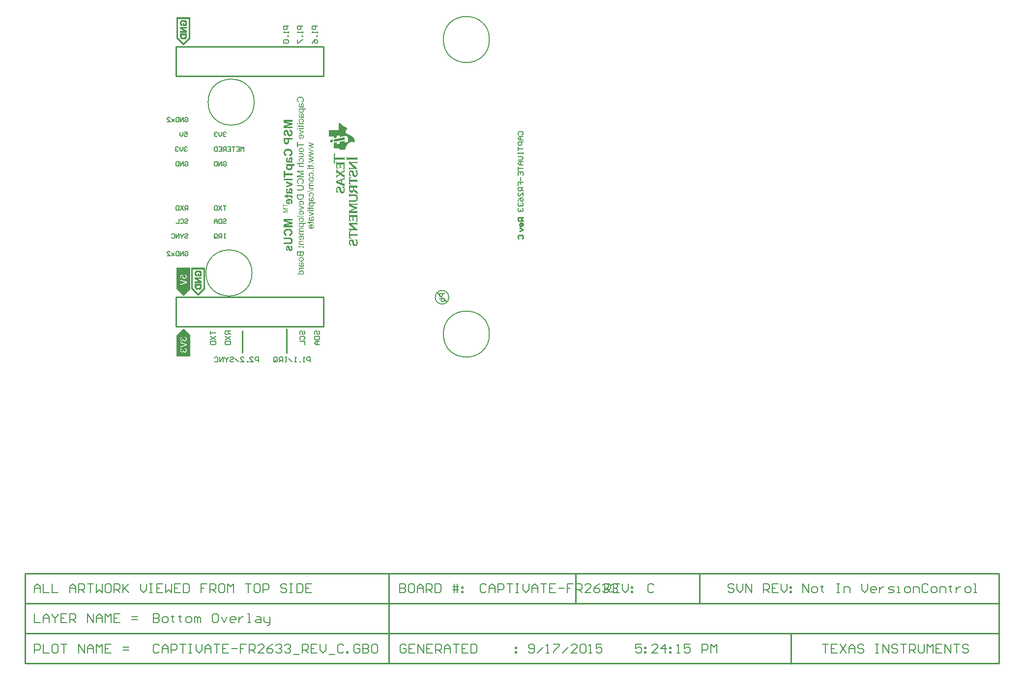
<source format=gbo>
%FSAX25Y25*%
%MOIN*%
G70*
G01*
G75*
G04 Layer_Color=9218505*
%ADD10C,0.00800*%
%ADD11C,0.00600*%
%ADD12C,0.03937*%
%ADD13R,0.02362X0.03150*%
%ADD14R,0.03937X0.03740*%
%ADD15R,0.03150X0.02362*%
%ADD16R,0.03150X0.03150*%
%ADD17R,0.03740X0.03937*%
%ADD18O,0.02362X0.00945*%
%ADD19O,0.00945X0.02362*%
%ADD20R,0.13583X0.13583*%
%ADD21R,0.03937X0.07087*%
%ADD22C,0.02000*%
%ADD23C,0.01000*%
%ADD24C,0.03000*%
%ADD25C,0.01200*%
%ADD26C,0.00787*%
%ADD27C,0.01500*%
%ADD28C,0.05000*%
%ADD29C,0.06000*%
%ADD30C,0.06496*%
%ADD31R,0.06496X0.06496*%
%ADD32C,0.08000*%
%ADD33R,0.05906X0.05906*%
%ADD34C,0.05906*%
%ADD35C,0.18110*%
%ADD36C,0.06299*%
%ADD37R,0.06496X0.06496*%
%ADD38R,0.06000X0.06000*%
%ADD39C,0.05000*%
%ADD40C,0.03400*%
%ADD41C,0.01969*%
%ADD42C,0.00984*%
%ADD43C,0.00700*%
%ADD44C,0.00050*%
%ADD45R,0.06299X0.01969*%
%ADD46R,0.05850X0.05850*%
%ADD47C,0.07874*%
%ADD48R,0.02962X0.03750*%
%ADD49R,0.04537X0.04340*%
%ADD50R,0.03750X0.02962*%
%ADD51R,0.03750X0.03750*%
%ADD52R,0.04340X0.04537*%
%ADD53O,0.02962X0.01545*%
%ADD54O,0.01545X0.02962*%
%ADD55R,0.14183X0.14183*%
%ADD56R,0.04537X0.07687*%
%ADD57C,0.06600*%
%ADD58C,0.07096*%
%ADD59R,0.07096X0.07096*%
%ADD60C,0.08600*%
%ADD61R,0.06506X0.06506*%
%ADD62C,0.06506*%
%ADD63C,0.18710*%
%ADD64C,0.06899*%
%ADD65R,0.07096X0.07096*%
%ADD66R,0.06600X0.06600*%
%ADD67C,0.02569*%
G36*
X0218618Y0389211D02*
X0218851Y0389186D01*
X0219076Y0389153D01*
X0219276Y0389103D01*
X0219467Y0389053D01*
X0219651Y0388986D01*
X0219809Y0388920D01*
X0219951Y0388853D01*
X0220084Y0388787D01*
X0220200Y0388720D01*
X0220292Y0388653D01*
X0220375Y0388603D01*
X0220434Y0388553D01*
X0220484Y0388520D01*
X0220509Y0388495D01*
X0220517Y0388487D01*
X0220659Y0388345D01*
X0220775Y0388195D01*
X0220883Y0388037D01*
X0220967Y0387879D01*
X0221042Y0387720D01*
X0221108Y0387562D01*
X0221158Y0387412D01*
X0221200Y0387270D01*
X0221233Y0387129D01*
X0221258Y0387004D01*
X0221275Y0386887D01*
X0221283Y0386796D01*
X0221292Y0386712D01*
X0221300Y0386654D01*
Y0386621D01*
Y0386604D01*
X0221292Y0386429D01*
X0221283Y0386271D01*
X0221258Y0386113D01*
X0221225Y0385971D01*
X0221192Y0385838D01*
X0221158Y0385713D01*
X0221117Y0385596D01*
X0221067Y0385488D01*
X0221025Y0385396D01*
X0220983Y0385313D01*
X0220950Y0385238D01*
X0220917Y0385180D01*
X0220883Y0385130D01*
X0220859Y0385096D01*
X0220850Y0385080D01*
X0220842Y0385071D01*
X0220750Y0384963D01*
X0220650Y0384863D01*
X0220425Y0384680D01*
X0220192Y0384530D01*
X0219967Y0384413D01*
X0219859Y0384363D01*
X0219759Y0384322D01*
X0219667Y0384288D01*
X0219592Y0384255D01*
X0219526Y0384230D01*
X0219476Y0384213D01*
X0219442Y0384205D01*
X0219434D01*
X0219084Y0385338D01*
X0219309Y0385405D01*
X0219501Y0385480D01*
X0219659Y0385555D01*
X0219792Y0385638D01*
X0219892Y0385704D01*
X0219959Y0385763D01*
X0220001Y0385804D01*
X0220017Y0385821D01*
X0220117Y0385954D01*
X0220184Y0386088D01*
X0220234Y0386221D01*
X0220275Y0386338D01*
X0220292Y0386446D01*
X0220300Y0386538D01*
X0220309Y0386571D01*
Y0386596D01*
Y0386604D01*
Y0386612D01*
X0220300Y0386729D01*
X0220292Y0386837D01*
X0220234Y0387037D01*
X0220167Y0387212D01*
X0220075Y0387354D01*
X0219992Y0387470D01*
X0219925Y0387554D01*
X0219892Y0387587D01*
X0219867Y0387612D01*
X0219859Y0387620D01*
X0219850Y0387629D01*
X0219759Y0387695D01*
X0219651Y0387754D01*
X0219534Y0387812D01*
X0219409Y0387854D01*
X0219151Y0387920D01*
X0218893Y0387970D01*
X0218768Y0387987D01*
X0218659Y0387995D01*
X0218551Y0388012D01*
X0218459D01*
X0218393Y0388020D01*
X0218285D01*
X0218093Y0388012D01*
X0217918Y0388003D01*
X0217760Y0387987D01*
X0217610Y0387962D01*
X0217477Y0387929D01*
X0217352Y0387895D01*
X0217243Y0387862D01*
X0217143Y0387820D01*
X0217060Y0387787D01*
X0216985Y0387754D01*
X0216927Y0387720D01*
X0216877Y0387687D01*
X0216835Y0387662D01*
X0216810Y0387645D01*
X0216793Y0387629D01*
X0216785D01*
X0216702Y0387554D01*
X0216627Y0387470D01*
X0216568Y0387387D01*
X0216518Y0387296D01*
X0216435Y0387121D01*
X0216377Y0386954D01*
X0216344Y0386812D01*
X0216335Y0386746D01*
X0216327Y0386696D01*
X0216319Y0386646D01*
Y0386612D01*
Y0386596D01*
Y0386587D01*
X0216327Y0386421D01*
X0216360Y0386271D01*
X0216402Y0386138D01*
X0216452Y0386021D01*
X0216502Y0385929D01*
X0216544Y0385863D01*
X0216577Y0385821D01*
X0216585Y0385804D01*
X0216685Y0385696D01*
X0216802Y0385596D01*
X0216918Y0385521D01*
X0217035Y0385463D01*
X0217135Y0385421D01*
X0217210Y0385396D01*
X0217243Y0385380D01*
X0217268D01*
X0217277Y0385371D01*
X0217285D01*
X0217010Y0384222D01*
X0216768Y0384305D01*
X0216560Y0384397D01*
X0216377Y0384497D01*
X0216227Y0384588D01*
X0216110Y0384680D01*
X0216060Y0384713D01*
X0216019Y0384747D01*
X0215994Y0384771D01*
X0215969Y0384797D01*
X0215952Y0384805D01*
Y0384813D01*
X0215844Y0384938D01*
X0215744Y0385080D01*
X0215661Y0385213D01*
X0215594Y0385355D01*
X0215527Y0385505D01*
X0215477Y0385646D01*
X0215436Y0385788D01*
X0215402Y0385921D01*
X0215377Y0386046D01*
X0215361Y0386163D01*
X0215344Y0386263D01*
X0215336Y0386354D01*
X0215327Y0386429D01*
Y0386479D01*
Y0386521D01*
Y0386529D01*
X0215336Y0386746D01*
X0215361Y0386962D01*
X0215402Y0387154D01*
X0215452Y0387346D01*
X0215511Y0387512D01*
X0215577Y0387679D01*
X0215652Y0387820D01*
X0215727Y0387954D01*
X0215802Y0388078D01*
X0215877Y0388178D01*
X0215944Y0388270D01*
X0216002Y0388345D01*
X0216052Y0388403D01*
X0216094Y0388445D01*
X0216119Y0388470D01*
X0216127Y0388478D01*
X0216285Y0388612D01*
X0216452Y0388720D01*
X0216627Y0388820D01*
X0216810Y0388903D01*
X0217002Y0388978D01*
X0217185Y0389036D01*
X0217368Y0389087D01*
X0217543Y0389128D01*
X0217718Y0389161D01*
X0217868Y0389178D01*
X0218010Y0389195D01*
X0218126Y0389211D01*
X0218226D01*
X0218301Y0389220D01*
X0218368D01*
X0218618Y0389211D01*
D02*
G37*
G36*
X0220167Y0383497D02*
X0220259Y0383489D01*
X0220434Y0383447D01*
X0220584Y0383389D01*
X0220708Y0383322D01*
X0220809Y0383256D01*
X0220883Y0383197D01*
X0220933Y0383155D01*
X0220942Y0383139D01*
X0220950D01*
X0221067Y0382989D01*
X0221150Y0382822D01*
X0221208Y0382656D01*
X0221250Y0382489D01*
X0221275Y0382347D01*
X0221283Y0382281D01*
Y0382231D01*
X0221292Y0382181D01*
Y0382148D01*
Y0382131D01*
Y0382123D01*
X0221283Y0381989D01*
X0221267Y0381856D01*
X0221250Y0381739D01*
X0221225Y0381639D01*
X0221200Y0381556D01*
X0221175Y0381489D01*
X0221167Y0381448D01*
X0221158Y0381431D01*
X0221100Y0381315D01*
X0221042Y0381198D01*
X0220967Y0381098D01*
X0220900Y0381006D01*
X0220842Y0380931D01*
X0220792Y0380873D01*
X0220759Y0380840D01*
X0220750Y0380823D01*
X0220783Y0380815D01*
X0220825Y0380798D01*
X0220859Y0380790D01*
X0220867Y0380781D01*
X0220875D01*
X0220950Y0380756D01*
X0221017Y0380740D01*
X0221075Y0380723D01*
X0221117Y0380707D01*
X0221150Y0380690D01*
X0221183Y0380681D01*
X0221192Y0380673D01*
X0221200D01*
Y0379582D01*
X0221092Y0379632D01*
X0220992Y0379674D01*
X0220900Y0379707D01*
X0220817Y0379740D01*
X0220750Y0379757D01*
X0220692Y0379773D01*
X0220659Y0379782D01*
X0220650D01*
X0220542Y0379799D01*
X0220409Y0379807D01*
X0220275Y0379823D01*
X0220142D01*
X0220025Y0379832D01*
X0219834D01*
X0218543Y0379815D01*
X0218409D01*
X0218293Y0379823D01*
X0218184Y0379832D01*
X0218085Y0379840D01*
X0217993Y0379849D01*
X0217910Y0379865D01*
X0217835Y0379873D01*
X0217776Y0379890D01*
X0217718Y0379907D01*
X0217676Y0379915D01*
X0217601Y0379940D01*
X0217568Y0379957D01*
X0217551Y0379965D01*
X0217460Y0380032D01*
X0217368Y0380107D01*
X0217293Y0380190D01*
X0217227Y0380282D01*
X0217177Y0380357D01*
X0217143Y0380423D01*
X0217118Y0380465D01*
X0217110Y0380473D01*
Y0380482D01*
X0217077Y0380557D01*
X0217052Y0380631D01*
X0217002Y0380806D01*
X0216968Y0380990D01*
X0216952Y0381165D01*
X0216935Y0381331D01*
Y0381398D01*
X0216927Y0381456D01*
Y0381506D01*
Y0381548D01*
Y0381573D01*
Y0381581D01*
Y0381731D01*
X0216943Y0381864D01*
X0216952Y0381998D01*
X0216977Y0382114D01*
X0216993Y0382231D01*
X0217018Y0382331D01*
X0217052Y0382422D01*
X0217077Y0382506D01*
X0217102Y0382572D01*
X0217135Y0382639D01*
X0217160Y0382689D01*
X0217177Y0382739D01*
X0217202Y0382772D01*
X0217210Y0382797D01*
X0217227Y0382806D01*
Y0382814D01*
X0217352Y0382956D01*
X0217493Y0383072D01*
X0217643Y0383172D01*
X0217785Y0383256D01*
X0217918Y0383314D01*
X0217976Y0383339D01*
X0218026Y0383355D01*
X0218068Y0383372D01*
X0218101Y0383380D01*
X0218118Y0383389D01*
X0218126D01*
X0218309Y0382398D01*
X0218210Y0382356D01*
X0218126Y0382314D01*
X0218051Y0382273D01*
X0217993Y0382223D01*
X0217951Y0382189D01*
X0217926Y0382156D01*
X0217910Y0382139D01*
X0217901Y0382131D01*
X0217860Y0382064D01*
X0217826Y0381989D01*
X0217810Y0381906D01*
X0217793Y0381831D01*
X0217785Y0381764D01*
X0217776Y0381714D01*
Y0381681D01*
Y0381664D01*
X0217785Y0381515D01*
X0217801Y0381389D01*
X0217818Y0381290D01*
X0217843Y0381206D01*
X0217876Y0381148D01*
X0217893Y0381106D01*
X0217910Y0381081D01*
X0217918Y0381073D01*
X0217976Y0381015D01*
X0218043Y0380973D01*
X0218118Y0380948D01*
X0218193Y0380923D01*
X0218268Y0380915D01*
X0218326Y0380906D01*
X0218484D01*
X0218509Y0380965D01*
X0218534Y0381040D01*
X0218584Y0381198D01*
X0218626Y0381381D01*
X0218668Y0381556D01*
X0218709Y0381723D01*
X0218726Y0381798D01*
X0218734Y0381864D01*
X0218743Y0381914D01*
X0218751Y0381956D01*
X0218759Y0381981D01*
Y0381989D01*
X0218801Y0382189D01*
X0218843Y0382372D01*
X0218884Y0382522D01*
X0218926Y0382647D01*
X0218968Y0382747D01*
X0218992Y0382814D01*
X0219009Y0382856D01*
X0219018Y0382872D01*
X0219076Y0382981D01*
X0219143Y0383072D01*
X0219217Y0383155D01*
X0219284Y0383214D01*
X0219342Y0383272D01*
X0219392Y0383305D01*
X0219426Y0383330D01*
X0219442Y0383339D01*
X0219551Y0383397D01*
X0219659Y0383439D01*
X0219759Y0383464D01*
X0219859Y0383480D01*
X0219942Y0383497D01*
X0220009Y0383505D01*
X0220067D01*
X0220167Y0383497D01*
D02*
G37*
G36*
X0222799Y0377649D02*
X0220684D01*
X0220800Y0377533D01*
X0220900Y0377424D01*
X0220983Y0377333D01*
X0221042Y0377241D01*
X0221092Y0377166D01*
X0221133Y0377116D01*
X0221150Y0377075D01*
X0221158Y0377066D01*
X0221200Y0376958D01*
X0221233Y0376850D01*
X0221258Y0376741D01*
X0221275Y0376641D01*
X0221283Y0376558D01*
X0221292Y0376491D01*
Y0376450D01*
Y0376433D01*
X0221283Y0376300D01*
X0221267Y0376175D01*
X0221242Y0376050D01*
X0221200Y0375933D01*
X0221108Y0375725D01*
X0221058Y0375634D01*
X0221000Y0375542D01*
X0220950Y0375467D01*
X0220900Y0375400D01*
X0220850Y0375342D01*
X0220809Y0375292D01*
X0220767Y0375250D01*
X0220742Y0375225D01*
X0220725Y0375209D01*
X0220717Y0375200D01*
X0220600Y0375109D01*
X0220475Y0375034D01*
X0220350Y0374959D01*
X0220217Y0374901D01*
X0220084Y0374851D01*
X0219951Y0374809D01*
X0219684Y0374750D01*
X0219567Y0374726D01*
X0219451Y0374709D01*
X0219351Y0374700D01*
X0219267Y0374692D01*
X0219193Y0374684D01*
X0219092D01*
X0218909Y0374692D01*
X0218726Y0374709D01*
X0218568Y0374734D01*
X0218409Y0374759D01*
X0218268Y0374800D01*
X0218135Y0374842D01*
X0218018Y0374892D01*
X0217910Y0374934D01*
X0217818Y0374984D01*
X0217735Y0375034D01*
X0217660Y0375075D01*
X0217610Y0375109D01*
X0217560Y0375142D01*
X0217527Y0375167D01*
X0217510Y0375184D01*
X0217501Y0375192D01*
X0217402Y0375292D01*
X0217310Y0375392D01*
X0217235Y0375492D01*
X0217168Y0375600D01*
X0217110Y0375700D01*
X0217068Y0375808D01*
X0217027Y0375900D01*
X0217002Y0376000D01*
X0216977Y0376083D01*
X0216960Y0376167D01*
X0216943Y0376242D01*
X0216935Y0376300D01*
X0216927Y0376358D01*
Y0376392D01*
Y0376416D01*
Y0376425D01*
X0216935Y0376575D01*
X0216960Y0376716D01*
X0216993Y0376850D01*
X0217027Y0376958D01*
X0217060Y0377050D01*
X0217093Y0377125D01*
X0217118Y0377166D01*
X0217127Y0377183D01*
X0217202Y0377308D01*
X0217285Y0377408D01*
X0217368Y0377508D01*
X0217452Y0377583D01*
X0217527Y0377641D01*
X0217585Y0377691D01*
X0217618Y0377716D01*
X0217635Y0377724D01*
X0217018D01*
Y0378757D01*
X0222799D01*
Y0377649D01*
D02*
G37*
G36*
X0221200Y0407654D02*
X0216669D01*
X0221200Y0406521D01*
Y0405397D01*
X0216669Y0404264D01*
X0221200Y0404255D01*
Y0403181D01*
X0215436D01*
Y0404930D01*
X0219376Y0405955D01*
X0215436Y0406988D01*
Y0408729D01*
X0221200D01*
Y0407654D01*
D02*
G37*
G36*
X0219501Y0402281D02*
X0219667Y0402248D01*
X0219826Y0402198D01*
X0219967Y0402156D01*
X0220100Y0402098D01*
X0220225Y0402040D01*
X0220334Y0401981D01*
X0220434Y0401923D01*
X0220517Y0401865D01*
X0220592Y0401806D01*
X0220659Y0401756D01*
X0220717Y0401706D01*
X0220759Y0401673D01*
X0220783Y0401640D01*
X0220800Y0401623D01*
X0220809Y0401615D01*
X0220900Y0401498D01*
X0220975Y0401373D01*
X0221042Y0401240D01*
X0221100Y0401098D01*
X0221142Y0400965D01*
X0221183Y0400823D01*
X0221242Y0400549D01*
X0221267Y0400424D01*
X0221283Y0400307D01*
X0221292Y0400207D01*
X0221300Y0400115D01*
X0221308Y0400040D01*
Y0399982D01*
Y0399940D01*
Y0399932D01*
X0221300Y0399665D01*
X0221275Y0399424D01*
X0221242Y0399207D01*
X0221225Y0399116D01*
X0221200Y0399024D01*
X0221183Y0398949D01*
X0221167Y0398883D01*
X0221150Y0398824D01*
X0221133Y0398774D01*
X0221117Y0398733D01*
X0221108Y0398708D01*
X0221100Y0398691D01*
Y0398683D01*
X0221008Y0398499D01*
X0220908Y0398349D01*
X0220809Y0398208D01*
X0220700Y0398099D01*
X0220609Y0398016D01*
X0220525Y0397950D01*
X0220475Y0397916D01*
X0220467Y0397900D01*
X0220459D01*
X0220292Y0397808D01*
X0220134Y0397733D01*
X0219975Y0397683D01*
X0219826Y0397650D01*
X0219709Y0397633D01*
X0219651Y0397625D01*
X0219609Y0397616D01*
X0219526D01*
X0219326Y0397625D01*
X0219151Y0397650D01*
X0218992Y0397691D01*
X0218859Y0397733D01*
X0218751Y0397775D01*
X0218676Y0397816D01*
X0218626Y0397841D01*
X0218609Y0397850D01*
X0218476Y0397941D01*
X0218359Y0398049D01*
X0218260Y0398158D01*
X0218176Y0398258D01*
X0218110Y0398349D01*
X0218060Y0398424D01*
X0218026Y0398474D01*
X0218018Y0398483D01*
Y0398491D01*
X0217976Y0398574D01*
X0217935Y0398658D01*
X0217860Y0398857D01*
X0217793Y0399066D01*
X0217726Y0399266D01*
X0217701Y0399357D01*
X0217676Y0399449D01*
X0217651Y0399532D01*
X0217635Y0399599D01*
X0217618Y0399657D01*
X0217610Y0399699D01*
X0217601Y0399732D01*
Y0399741D01*
X0217560Y0399890D01*
X0217527Y0400024D01*
X0217493Y0400149D01*
X0217460Y0400265D01*
X0217426Y0400357D01*
X0217393Y0400449D01*
X0217360Y0400524D01*
X0217335Y0400590D01*
X0217310Y0400648D01*
X0217285Y0400690D01*
X0217268Y0400732D01*
X0217252Y0400757D01*
X0217227Y0400798D01*
X0217218Y0400807D01*
X0217160Y0400865D01*
X0217102Y0400907D01*
X0217043Y0400932D01*
X0216985Y0400948D01*
X0216943Y0400965D01*
X0216902Y0400973D01*
X0216868D01*
X0216785Y0400965D01*
X0216719Y0400948D01*
X0216652Y0400915D01*
X0216602Y0400882D01*
X0216560Y0400848D01*
X0216535Y0400815D01*
X0216518Y0400798D01*
X0216510Y0400790D01*
X0216435Y0400673D01*
X0216385Y0400549D01*
X0216344Y0400415D01*
X0216319Y0400290D01*
X0216302Y0400182D01*
X0216294Y0400090D01*
Y0400057D01*
Y0400032D01*
Y0400015D01*
Y0400007D01*
X0216302Y0399832D01*
X0216327Y0399682D01*
X0216360Y0399557D01*
X0216394Y0399457D01*
X0216427Y0399374D01*
X0216460Y0399316D01*
X0216485Y0399282D01*
X0216494Y0399274D01*
X0216577Y0399191D01*
X0216677Y0399116D01*
X0216777Y0399058D01*
X0216885Y0399016D01*
X0216977Y0398983D01*
X0217052Y0398966D01*
X0217110Y0398949D01*
X0217127D01*
X0217085Y0397783D01*
X0216935Y0397791D01*
X0216802Y0397816D01*
X0216669Y0397850D01*
X0216552Y0397891D01*
X0216435Y0397933D01*
X0216327Y0397983D01*
X0216235Y0398033D01*
X0216144Y0398083D01*
X0216069Y0398141D01*
X0216002Y0398191D01*
X0215944Y0398241D01*
X0215894Y0398283D01*
X0215861Y0398316D01*
X0215835Y0398341D01*
X0215819Y0398358D01*
X0215810Y0398366D01*
X0215727Y0398474D01*
X0215652Y0398591D01*
X0215586Y0398716D01*
X0215527Y0398849D01*
X0215486Y0398983D01*
X0215444Y0399116D01*
X0215386Y0399382D01*
X0215369Y0399507D01*
X0215352Y0399616D01*
X0215344Y0399724D01*
X0215336Y0399816D01*
X0215327Y0399890D01*
Y0399940D01*
Y0399974D01*
Y0399990D01*
X0215336Y0400232D01*
X0215361Y0400449D01*
X0215394Y0400640D01*
X0215427Y0400807D01*
X0215452Y0400882D01*
X0215469Y0400948D01*
X0215486Y0400998D01*
X0215502Y0401048D01*
X0215519Y0401082D01*
X0215527Y0401107D01*
X0215536Y0401123D01*
Y0401132D01*
X0215619Y0401298D01*
X0215710Y0401440D01*
X0215810Y0401565D01*
X0215902Y0401665D01*
X0215985Y0401748D01*
X0216052Y0401798D01*
X0216102Y0401840D01*
X0216110Y0401848D01*
X0216119D01*
X0216260Y0401931D01*
X0216410Y0401990D01*
X0216552Y0402031D01*
X0216677Y0402056D01*
X0216785Y0402073D01*
X0216868Y0402090D01*
X0216943D01*
X0217068Y0402081D01*
X0217193Y0402065D01*
X0217302Y0402040D01*
X0217410Y0402006D01*
X0217610Y0401923D01*
X0217785Y0401823D01*
X0217860Y0401781D01*
X0217918Y0401731D01*
X0217976Y0401690D01*
X0218026Y0401648D01*
X0218060Y0401615D01*
X0218085Y0401590D01*
X0218101Y0401573D01*
X0218110Y0401565D01*
X0218168Y0401490D01*
X0218226Y0401398D01*
X0218285Y0401307D01*
X0218335Y0401198D01*
X0218434Y0400990D01*
X0218518Y0400773D01*
X0218551Y0400665D01*
X0218584Y0400573D01*
X0218609Y0400482D01*
X0218634Y0400407D01*
X0218651Y0400349D01*
X0218668Y0400299D01*
X0218676Y0400265D01*
Y0400257D01*
X0218709Y0400124D01*
X0218743Y0400007D01*
X0218768Y0399899D01*
X0218793Y0399799D01*
X0218818Y0399715D01*
X0218834Y0399641D01*
X0218859Y0399574D01*
X0218876Y0399516D01*
X0218884Y0399466D01*
X0218901Y0399424D01*
X0218918Y0399366D01*
X0218934Y0399332D01*
Y0399324D01*
X0218976Y0399216D01*
X0219018Y0399132D01*
X0219059Y0399058D01*
X0219101Y0398999D01*
X0219134Y0398957D01*
X0219159Y0398933D01*
X0219176Y0398916D01*
X0219184Y0398907D01*
X0219243Y0398866D01*
X0219301Y0398833D01*
X0219359Y0398816D01*
X0219409Y0398799D01*
X0219459Y0398791D01*
X0219501Y0398783D01*
X0219534D01*
X0219651Y0398791D01*
X0219751Y0398824D01*
X0219850Y0398874D01*
X0219934Y0398924D01*
X0220001Y0398983D01*
X0220051Y0399024D01*
X0220084Y0399058D01*
X0220092Y0399074D01*
X0220167Y0399191D01*
X0220225Y0399324D01*
X0220267Y0399466D01*
X0220292Y0399599D01*
X0220309Y0399724D01*
X0220325Y0399824D01*
Y0399866D01*
Y0399890D01*
Y0399907D01*
Y0399916D01*
X0220317Y0400107D01*
X0220284Y0400274D01*
X0220242Y0400415D01*
X0220192Y0400540D01*
X0220142Y0400640D01*
X0220100Y0400707D01*
X0220067Y0400748D01*
X0220059Y0400765D01*
X0219942Y0400873D01*
X0219817Y0400957D01*
X0219676Y0401032D01*
X0219534Y0401082D01*
X0219409Y0401123D01*
X0219309Y0401157D01*
X0219276Y0401165D01*
X0219243D01*
X0219226Y0401173D01*
X0219217D01*
X0219326Y0402306D01*
X0219501Y0402281D01*
D02*
G37*
G36*
X0221200Y0395459D02*
X0219026D01*
Y0394701D01*
Y0394559D01*
Y0394426D01*
X0219018Y0394301D01*
Y0394184D01*
X0219009Y0394076D01*
X0219001Y0393976D01*
X0218992Y0393884D01*
X0218984Y0393810D01*
Y0393735D01*
X0218976Y0393676D01*
X0218968Y0393618D01*
X0218959Y0393576D01*
Y0393543D01*
X0218951Y0393518D01*
Y0393510D01*
Y0393501D01*
X0218918Y0393385D01*
X0218876Y0393276D01*
X0218834Y0393177D01*
X0218784Y0393085D01*
X0218743Y0393010D01*
X0218709Y0392952D01*
X0218684Y0392918D01*
X0218676Y0392902D01*
X0218593Y0392793D01*
X0218501Y0392702D01*
X0218401Y0392610D01*
X0218318Y0392543D01*
X0218234Y0392485D01*
X0218168Y0392443D01*
X0218126Y0392418D01*
X0218110Y0392410D01*
X0217968Y0392343D01*
X0217818Y0392294D01*
X0217660Y0392260D01*
X0217518Y0392235D01*
X0217402Y0392218D01*
X0217343D01*
X0217302Y0392210D01*
X0217210D01*
X0216968Y0392227D01*
X0216743Y0392260D01*
X0216560Y0392319D01*
X0216394Y0392377D01*
X0216327Y0392410D01*
X0216269Y0392443D01*
X0216219Y0392468D01*
X0216169Y0392502D01*
X0216135Y0392518D01*
X0216110Y0392535D01*
X0216102Y0392552D01*
X0216094D01*
X0215944Y0392685D01*
X0215819Y0392818D01*
X0215719Y0392960D01*
X0215644Y0393085D01*
X0215594Y0393201D01*
X0215552Y0393293D01*
X0215544Y0393326D01*
X0215536Y0393351D01*
X0215527Y0393368D01*
Y0393376D01*
X0215511Y0393443D01*
X0215494Y0393526D01*
X0215486Y0393626D01*
X0215477Y0393726D01*
X0215461Y0393959D01*
X0215444Y0394193D01*
Y0394301D01*
Y0394409D01*
X0215436Y0394501D01*
Y0394593D01*
Y0394659D01*
Y0394709D01*
Y0394751D01*
Y0394759D01*
Y0396625D01*
X0221200D01*
Y0395459D01*
D02*
G37*
G36*
X0216410Y0372493D02*
X0221200D01*
Y0371327D01*
X0216410D01*
Y0369628D01*
X0215436D01*
Y0374201D01*
X0216410D01*
Y0372493D01*
D02*
G37*
G36*
X0217901Y0357624D02*
X0220017D01*
X0220092Y0357616D01*
X0220225D01*
X0220334Y0357607D01*
X0220417Y0357599D01*
X0220467D01*
X0220500Y0357591D01*
X0220509D01*
X0220600Y0357574D01*
X0220684Y0357549D01*
X0220759Y0357524D01*
X0220817Y0357499D01*
X0220867Y0357474D01*
X0220900Y0357457D01*
X0220925Y0357449D01*
X0220933Y0357441D01*
X0220992Y0357391D01*
X0221042Y0357332D01*
X0221125Y0357216D01*
X0221150Y0357166D01*
X0221175Y0357124D01*
X0221183Y0357091D01*
X0221192Y0357083D01*
X0221225Y0356991D01*
X0221250Y0356899D01*
X0221267Y0356808D01*
X0221275Y0356724D01*
X0221283Y0356649D01*
X0221292Y0356591D01*
Y0356558D01*
Y0356541D01*
X0221283Y0356366D01*
X0221267Y0356200D01*
X0221242Y0356050D01*
X0221208Y0355925D01*
X0221183Y0355816D01*
X0221158Y0355733D01*
X0221142Y0355683D01*
X0221133Y0355675D01*
Y0355666D01*
X0220275Y0355766D01*
X0220309Y0355866D01*
X0220334Y0355958D01*
X0220350Y0356033D01*
X0220359Y0356100D01*
X0220367Y0356150D01*
X0220375Y0356183D01*
Y0356208D01*
Y0356216D01*
X0220367Y0356291D01*
X0220350Y0356349D01*
X0220334Y0356383D01*
X0220325Y0356399D01*
X0220275Y0356450D01*
X0220234Y0356474D01*
X0220200Y0356491D01*
X0220184Y0356500D01*
X0220167D01*
X0220134Y0356508D01*
X0219959D01*
X0219859Y0356516D01*
X0217901D01*
Y0355758D01*
X0217018D01*
Y0356516D01*
X0215536D01*
X0216185Y0357624D01*
X0217018D01*
Y0358132D01*
X0217901D01*
Y0357624D01*
D02*
G37*
G36*
X0219301Y0355308D02*
X0219459Y0355300D01*
X0219601Y0355275D01*
X0219734Y0355250D01*
X0219867Y0355225D01*
X0219984Y0355183D01*
X0220092Y0355150D01*
X0220192Y0355108D01*
X0220284Y0355075D01*
X0220359Y0355033D01*
X0220425Y0355000D01*
X0220484Y0354975D01*
X0220525Y0354942D01*
X0220559Y0354925D01*
X0220575Y0354917D01*
X0220584Y0354908D01*
X0220708Y0354800D01*
X0220817Y0354692D01*
X0220908Y0354567D01*
X0220992Y0354434D01*
X0221058Y0354300D01*
X0221117Y0354167D01*
X0221167Y0354034D01*
X0221200Y0353901D01*
X0221233Y0353784D01*
X0221250Y0353667D01*
X0221267Y0353559D01*
X0221283Y0353467D01*
Y0353392D01*
X0221292Y0353342D01*
Y0353301D01*
Y0353292D01*
X0221275Y0353051D01*
X0221242Y0352826D01*
X0221192Y0352634D01*
X0221133Y0352468D01*
X0221100Y0352393D01*
X0221075Y0352334D01*
X0221050Y0352276D01*
X0221025Y0352235D01*
X0221000Y0352201D01*
X0220992Y0352168D01*
X0220975Y0352160D01*
Y0352151D01*
X0220842Y0351993D01*
X0220700Y0351851D01*
X0220542Y0351735D01*
X0220392Y0351643D01*
X0220259Y0351568D01*
X0220200Y0351543D01*
X0220150Y0351518D01*
X0220109Y0351501D01*
X0220075Y0351485D01*
X0220059Y0351477D01*
X0220051D01*
X0219867Y0352576D01*
X0219975Y0352618D01*
X0220075Y0352659D01*
X0220150Y0352701D01*
X0220217Y0352751D01*
X0220267Y0352784D01*
X0220300Y0352818D01*
X0220317Y0352843D01*
X0220325Y0352851D01*
X0220375Y0352918D01*
X0220409Y0352993D01*
X0220434Y0353067D01*
X0220450Y0353134D01*
X0220459Y0353192D01*
X0220467Y0353242D01*
Y0353276D01*
Y0353284D01*
X0220459Y0353417D01*
X0220425Y0353542D01*
X0220384Y0353659D01*
X0220334Y0353751D01*
X0220284Y0353826D01*
X0220242Y0353875D01*
X0220209Y0353917D01*
X0220200Y0353925D01*
X0220092Y0354009D01*
X0219967Y0354067D01*
X0219834Y0354117D01*
X0219717Y0354150D01*
X0219601Y0354167D01*
X0219517Y0354175D01*
X0219484Y0354184D01*
X0219434D01*
Y0351418D01*
X0219201D01*
X0218992Y0351435D01*
X0218793Y0351460D01*
X0218609Y0351493D01*
X0218434Y0351535D01*
X0218285Y0351576D01*
X0218143Y0351626D01*
X0218018Y0351676D01*
X0217910Y0351726D01*
X0217810Y0351776D01*
X0217735Y0351818D01*
X0217668Y0351860D01*
X0217618Y0351893D01*
X0217577Y0351918D01*
X0217560Y0351935D01*
X0217551Y0351943D01*
X0217443Y0352043D01*
X0217343Y0352160D01*
X0217260Y0352276D01*
X0217193Y0352393D01*
X0217127Y0352518D01*
X0217077Y0352643D01*
X0217035Y0352759D01*
X0217002Y0352876D01*
X0216977Y0352984D01*
X0216960Y0353084D01*
X0216943Y0353176D01*
X0216935Y0353251D01*
X0216927Y0353317D01*
Y0353367D01*
Y0353401D01*
Y0353409D01*
X0216935Y0353559D01*
X0216952Y0353701D01*
X0216985Y0353842D01*
X0217018Y0353967D01*
X0217060Y0354092D01*
X0217110Y0354200D01*
X0217168Y0354309D01*
X0217218Y0354400D01*
X0217277Y0354484D01*
X0217335Y0354559D01*
X0217385Y0354625D01*
X0217426Y0354675D01*
X0217460Y0354717D01*
X0217493Y0354750D01*
X0217510Y0354767D01*
X0217518Y0354775D01*
X0217635Y0354867D01*
X0217760Y0354950D01*
X0217885Y0355025D01*
X0218018Y0355092D01*
X0218160Y0355142D01*
X0218293Y0355183D01*
X0218551Y0355250D01*
X0218676Y0355275D01*
X0218784Y0355292D01*
X0218884Y0355300D01*
X0218968Y0355308D01*
X0219042Y0355317D01*
X0219143D01*
X0219301Y0355308D01*
D02*
G37*
G36*
X0221200Y0340481D02*
X0216669D01*
X0221200Y0339348D01*
Y0338224D01*
X0216669Y0337091D01*
X0221200Y0337082D01*
Y0336008D01*
X0215436D01*
Y0337757D01*
X0219376Y0338782D01*
X0215436Y0339814D01*
Y0341556D01*
X0221200D01*
Y0340481D01*
D02*
G37*
G36*
Y0367745D02*
X0215436D01*
Y0368911D01*
X0221200D01*
Y0367745D01*
D02*
G37*
G36*
Y0365504D02*
Y0364505D01*
X0217018Y0362847D01*
Y0363980D01*
X0219159Y0364779D01*
X0219284Y0364829D01*
X0219401Y0364863D01*
X0219442Y0364879D01*
X0219476Y0364888D01*
X0219501Y0364896D01*
X0219509D01*
X0219551Y0364904D01*
X0219601Y0364921D01*
X0219726Y0364963D01*
X0219776Y0364979D01*
X0219826Y0364996D01*
X0219859Y0365004D01*
X0219867Y0365013D01*
X0219159Y0365238D01*
X0217018Y0366029D01*
Y0367187D01*
X0221200Y0365504D01*
D02*
G37*
G36*
X0220167Y0362447D02*
X0220259Y0362439D01*
X0220434Y0362397D01*
X0220584Y0362339D01*
X0220708Y0362272D01*
X0220809Y0362206D01*
X0220883Y0362147D01*
X0220933Y0362106D01*
X0220942Y0362089D01*
X0220950D01*
X0221067Y0361939D01*
X0221150Y0361772D01*
X0221208Y0361606D01*
X0221250Y0361439D01*
X0221275Y0361298D01*
X0221283Y0361231D01*
Y0361181D01*
X0221292Y0361131D01*
Y0361098D01*
Y0361081D01*
Y0361073D01*
X0221283Y0360939D01*
X0221267Y0360806D01*
X0221250Y0360689D01*
X0221225Y0360590D01*
X0221200Y0360506D01*
X0221175Y0360440D01*
X0221167Y0360398D01*
X0221158Y0360381D01*
X0221100Y0360265D01*
X0221042Y0360148D01*
X0220967Y0360048D01*
X0220900Y0359956D01*
X0220842Y0359881D01*
X0220792Y0359823D01*
X0220759Y0359790D01*
X0220750Y0359773D01*
X0220783Y0359765D01*
X0220825Y0359748D01*
X0220859Y0359740D01*
X0220867Y0359732D01*
X0220875D01*
X0220950Y0359706D01*
X0221017Y0359690D01*
X0221075Y0359673D01*
X0221117Y0359657D01*
X0221150Y0359640D01*
X0221183Y0359632D01*
X0221192Y0359623D01*
X0221200D01*
Y0358532D01*
X0221092Y0358582D01*
X0220992Y0358624D01*
X0220900Y0358657D01*
X0220817Y0358690D01*
X0220750Y0358707D01*
X0220692Y0358724D01*
X0220659Y0358732D01*
X0220650D01*
X0220542Y0358749D01*
X0220409Y0358757D01*
X0220275Y0358774D01*
X0220142D01*
X0220025Y0358782D01*
X0219834D01*
X0218543Y0358765D01*
X0218409D01*
X0218293Y0358774D01*
X0218184Y0358782D01*
X0218085Y0358790D01*
X0217993Y0358799D01*
X0217910Y0358815D01*
X0217835Y0358824D01*
X0217776Y0358840D01*
X0217718Y0358857D01*
X0217676Y0358865D01*
X0217601Y0358890D01*
X0217568Y0358907D01*
X0217551Y0358915D01*
X0217460Y0358982D01*
X0217368Y0359057D01*
X0217293Y0359140D01*
X0217227Y0359232D01*
X0217177Y0359307D01*
X0217143Y0359373D01*
X0217118Y0359415D01*
X0217110Y0359423D01*
Y0359432D01*
X0217077Y0359507D01*
X0217052Y0359582D01*
X0217002Y0359756D01*
X0216968Y0359940D01*
X0216952Y0360115D01*
X0216935Y0360281D01*
Y0360348D01*
X0216927Y0360406D01*
Y0360456D01*
Y0360498D01*
Y0360523D01*
Y0360531D01*
Y0360681D01*
X0216943Y0360814D01*
X0216952Y0360948D01*
X0216977Y0361064D01*
X0216993Y0361181D01*
X0217018Y0361281D01*
X0217052Y0361372D01*
X0217077Y0361456D01*
X0217102Y0361523D01*
X0217135Y0361589D01*
X0217160Y0361639D01*
X0217177Y0361689D01*
X0217202Y0361722D01*
X0217210Y0361747D01*
X0217227Y0361756D01*
Y0361764D01*
X0217352Y0361906D01*
X0217493Y0362022D01*
X0217643Y0362122D01*
X0217785Y0362206D01*
X0217918Y0362264D01*
X0217976Y0362289D01*
X0218026Y0362305D01*
X0218068Y0362322D01*
X0218101Y0362331D01*
X0218118Y0362339D01*
X0218126D01*
X0218309Y0361348D01*
X0218210Y0361306D01*
X0218126Y0361264D01*
X0218051Y0361223D01*
X0217993Y0361173D01*
X0217951Y0361139D01*
X0217926Y0361106D01*
X0217910Y0361089D01*
X0217901Y0361081D01*
X0217860Y0361014D01*
X0217826Y0360939D01*
X0217810Y0360856D01*
X0217793Y0360781D01*
X0217785Y0360715D01*
X0217776Y0360665D01*
Y0360631D01*
Y0360614D01*
X0217785Y0360465D01*
X0217801Y0360340D01*
X0217818Y0360240D01*
X0217843Y0360156D01*
X0217876Y0360098D01*
X0217893Y0360056D01*
X0217910Y0360031D01*
X0217918Y0360023D01*
X0217976Y0359965D01*
X0218043Y0359923D01*
X0218118Y0359898D01*
X0218193Y0359873D01*
X0218268Y0359865D01*
X0218326Y0359857D01*
X0218484D01*
X0218509Y0359915D01*
X0218534Y0359990D01*
X0218584Y0360148D01*
X0218626Y0360331D01*
X0218668Y0360506D01*
X0218709Y0360673D01*
X0218726Y0360748D01*
X0218734Y0360814D01*
X0218743Y0360864D01*
X0218751Y0360906D01*
X0218759Y0360931D01*
Y0360939D01*
X0218801Y0361139D01*
X0218843Y0361323D01*
X0218884Y0361473D01*
X0218926Y0361597D01*
X0218968Y0361697D01*
X0218992Y0361764D01*
X0219009Y0361806D01*
X0219018Y0361822D01*
X0219076Y0361931D01*
X0219143Y0362022D01*
X0219217Y0362106D01*
X0219284Y0362164D01*
X0219342Y0362222D01*
X0219392Y0362256D01*
X0219426Y0362281D01*
X0219442Y0362289D01*
X0219551Y0362347D01*
X0219659Y0362389D01*
X0219759Y0362414D01*
X0219859Y0362431D01*
X0219942Y0362447D01*
X0220009Y0362455D01*
X0220067D01*
X0220167Y0362447D01*
D02*
G37*
G36*
X0230137Y0338256D02*
X0228556D01*
X0228620Y0338204D01*
X0228679Y0338146D01*
X0228731Y0338081D01*
X0228769Y0338029D01*
X0228808Y0337978D01*
X0228834Y0337939D01*
X0228847Y0337906D01*
X0228854Y0337900D01*
X0228892Y0337815D01*
X0228919Y0337731D01*
X0228938Y0337647D01*
X0228951Y0337569D01*
X0228957Y0337505D01*
X0228964Y0337453D01*
Y0337420D01*
Y0337407D01*
X0228957Y0337271D01*
X0228931Y0337135D01*
X0228899Y0337018D01*
X0228860Y0336908D01*
X0228821Y0336818D01*
X0228789Y0336753D01*
X0228776Y0336727D01*
X0228763Y0336707D01*
X0228756Y0336701D01*
Y0336695D01*
X0228666Y0336571D01*
X0228569Y0336468D01*
X0228471Y0336377D01*
X0228374Y0336306D01*
X0228283Y0336247D01*
X0228212Y0336202D01*
X0228186Y0336189D01*
X0228167Y0336176D01*
X0228154Y0336170D01*
X0228147D01*
X0227992Y0336111D01*
X0227836Y0336066D01*
X0227687Y0336034D01*
X0227545Y0336008D01*
X0227428Y0335995D01*
X0227376D01*
X0227331Y0335988D01*
X0227247D01*
X0227078Y0335995D01*
X0226916Y0336014D01*
X0226774Y0336040D01*
X0226644Y0336072D01*
X0226540Y0336105D01*
X0226495Y0336118D01*
X0226456Y0336131D01*
X0226430Y0336144D01*
X0226411Y0336150D01*
X0226398Y0336157D01*
X0226391D01*
X0226255Y0336221D01*
X0226132Y0336299D01*
X0226028Y0336377D01*
X0225944Y0336455D01*
X0225879Y0336526D01*
X0225828Y0336584D01*
X0225802Y0336623D01*
X0225789Y0336630D01*
Y0336636D01*
X0225717Y0336759D01*
X0225659Y0336882D01*
X0225620Y0337005D01*
X0225594Y0337122D01*
X0225581Y0337219D01*
X0225575Y0337265D01*
X0225568Y0337297D01*
Y0337330D01*
Y0337349D01*
Y0337362D01*
Y0337368D01*
X0225575Y0337485D01*
X0225588Y0337589D01*
X0225607Y0337679D01*
X0225633Y0337757D01*
X0225659Y0337822D01*
X0225678Y0337874D01*
X0225691Y0337900D01*
X0225698Y0337913D01*
X0225750Y0337990D01*
X0225808Y0338068D01*
X0225866Y0338133D01*
X0225931Y0338191D01*
X0225983Y0338243D01*
X0226028Y0338276D01*
X0226054Y0338301D01*
X0226067Y0338308D01*
X0225640D01*
Y0338807D01*
X0230137D01*
Y0338256D01*
D02*
G37*
G36*
X0228892Y0334776D02*
X0227208D01*
X0227052Y0334770D01*
X0226916Y0334763D01*
X0226800Y0334751D01*
X0226702Y0334731D01*
X0226631Y0334712D01*
X0226579Y0334699D01*
X0226547Y0334692D01*
X0226534Y0334686D01*
X0226450Y0334647D01*
X0226378Y0334601D01*
X0226313Y0334556D01*
X0226262Y0334511D01*
X0226223Y0334465D01*
X0226197Y0334433D01*
X0226177Y0334407D01*
X0226171Y0334401D01*
X0226132Y0334323D01*
X0226100Y0334251D01*
X0226080Y0334174D01*
X0226061Y0334109D01*
X0226054Y0334057D01*
X0226048Y0334012D01*
Y0333986D01*
Y0333973D01*
X0226054Y0333863D01*
X0226074Y0333772D01*
X0226106Y0333694D01*
X0226138Y0333636D01*
X0226177Y0333591D01*
X0226203Y0333558D01*
X0226229Y0333539D01*
X0226236Y0333532D01*
X0226313Y0333487D01*
X0226398Y0333454D01*
X0226488Y0333429D01*
X0226579Y0333416D01*
X0226657Y0333403D01*
X0226728Y0333396D01*
X0228892D01*
Y0332845D01*
X0227007D01*
X0226832Y0332832D01*
X0226683Y0332806D01*
X0226560Y0332774D01*
X0226456Y0332729D01*
X0226378Y0332690D01*
X0226326Y0332651D01*
X0226294Y0332625D01*
X0226281Y0332618D01*
X0226203Y0332528D01*
X0226145Y0332431D01*
X0226106Y0332333D01*
X0226074Y0332243D01*
X0226061Y0332165D01*
X0226054Y0332100D01*
X0226048Y0332074D01*
Y0332055D01*
Y0332048D01*
Y0332042D01*
X0226054Y0331971D01*
X0226061Y0331912D01*
X0226074Y0331854D01*
X0226093Y0331808D01*
X0226113Y0331763D01*
X0226126Y0331737D01*
X0226132Y0331718D01*
X0226138Y0331711D01*
X0226177Y0331660D01*
X0226216Y0331621D01*
X0226255Y0331588D01*
X0226294Y0331562D01*
X0226326Y0331543D01*
X0226352Y0331530D01*
X0226372Y0331517D01*
X0226378D01*
X0226437Y0331498D01*
X0226514Y0331485D01*
X0226592Y0331478D01*
X0226670Y0331472D01*
X0226741Y0331465D01*
X0228892D01*
Y0330914D01*
X0226560D01*
X0226469Y0330927D01*
X0226378Y0330940D01*
X0226301Y0330953D01*
X0226223Y0330973D01*
X0226158Y0330998D01*
X0226100Y0331018D01*
X0226041Y0331044D01*
X0225996Y0331070D01*
X0225951Y0331089D01*
X0225892Y0331135D01*
X0225853Y0331160D01*
X0225840Y0331173D01*
X0225750Y0331277D01*
X0225685Y0331400D01*
X0225633Y0331523D01*
X0225601Y0331640D01*
X0225581Y0331750D01*
X0225575Y0331796D01*
Y0331841D01*
X0225568Y0331873D01*
Y0331899D01*
Y0331912D01*
Y0331919D01*
X0225575Y0332035D01*
X0225594Y0332139D01*
X0225620Y0332243D01*
X0225659Y0332340D01*
X0225704Y0332431D01*
X0225750Y0332515D01*
X0225802Y0332586D01*
X0225853Y0332657D01*
X0225912Y0332722D01*
X0225964Y0332774D01*
X0226009Y0332819D01*
X0226054Y0332858D01*
X0226093Y0332891D01*
X0226119Y0332910D01*
X0226138Y0332923D01*
X0226145Y0332930D01*
X0226048Y0332968D01*
X0225964Y0333020D01*
X0225892Y0333079D01*
X0225834Y0333131D01*
X0225782Y0333182D01*
X0225750Y0333221D01*
X0225730Y0333247D01*
X0225724Y0333260D01*
X0225672Y0333351D01*
X0225633Y0333448D01*
X0225607Y0333545D01*
X0225588Y0333642D01*
X0225575Y0333720D01*
X0225568Y0333791D01*
Y0333817D01*
Y0333830D01*
Y0333843D01*
Y0333850D01*
X0225575Y0333966D01*
X0225594Y0334076D01*
X0225614Y0334174D01*
X0225640Y0334258D01*
X0225672Y0334329D01*
X0225691Y0334381D01*
X0225711Y0334414D01*
X0225717Y0334426D01*
X0225776Y0334517D01*
X0225840Y0334595D01*
X0225905Y0334666D01*
X0225970Y0334724D01*
X0226022Y0334770D01*
X0226067Y0334809D01*
X0226093Y0334828D01*
X0226106Y0334835D01*
X0225640D01*
Y0335327D01*
X0228892D01*
Y0334776D01*
D02*
G37*
G36*
X0227441Y0330279D02*
X0227577Y0330266D01*
X0227707Y0330247D01*
X0227823Y0330221D01*
X0227934Y0330188D01*
X0228037Y0330156D01*
X0228128Y0330117D01*
X0228212Y0330078D01*
X0228283Y0330040D01*
X0228348Y0330001D01*
X0228400Y0329968D01*
X0228445Y0329936D01*
X0228484Y0329910D01*
X0228510Y0329890D01*
X0228523Y0329877D01*
X0228530Y0329871D01*
X0228607Y0329787D01*
X0228672Y0329702D01*
X0228731Y0329612D01*
X0228782Y0329515D01*
X0228821Y0329424D01*
X0228860Y0329327D01*
X0228912Y0329145D01*
X0228925Y0329061D01*
X0228938Y0328983D01*
X0228951Y0328912D01*
X0228957Y0328854D01*
X0228964Y0328808D01*
Y0328769D01*
Y0328744D01*
Y0328737D01*
X0228951Y0328536D01*
X0228919Y0328355D01*
X0228880Y0328193D01*
X0228854Y0328128D01*
X0228828Y0328063D01*
X0228802Y0328005D01*
X0228776Y0327953D01*
X0228756Y0327914D01*
X0228737Y0327875D01*
X0228718Y0327849D01*
X0228705Y0327830D01*
X0228692Y0327817D01*
Y0327810D01*
X0228575Y0327681D01*
X0228452Y0327577D01*
X0228322Y0327486D01*
X0228199Y0327422D01*
X0228089Y0327370D01*
X0228037Y0327350D01*
X0227998Y0327331D01*
X0227959Y0327318D01*
X0227934Y0327311D01*
X0227921Y0327305D01*
X0227914D01*
X0227843Y0327875D01*
X0227966Y0327927D01*
X0228070Y0327985D01*
X0228160Y0328044D01*
X0228232Y0328096D01*
X0228283Y0328141D01*
X0228322Y0328180D01*
X0228348Y0328212D01*
X0228355Y0328219D01*
X0228407Y0328303D01*
X0228445Y0328387D01*
X0228471Y0328478D01*
X0228491Y0328556D01*
X0228504Y0328627D01*
X0228510Y0328685D01*
Y0328724D01*
Y0328731D01*
Y0328737D01*
X0228504Y0328815D01*
X0228497Y0328886D01*
X0228465Y0329016D01*
X0228419Y0329132D01*
X0228368Y0329236D01*
X0228322Y0329314D01*
X0228277Y0329372D01*
X0228244Y0329411D01*
X0228232Y0329417D01*
Y0329424D01*
X0228115Y0329515D01*
X0227985Y0329586D01*
X0227843Y0329638D01*
X0227713Y0329677D01*
X0227596Y0329696D01*
X0227545Y0329709D01*
X0227499Y0329715D01*
X0227461D01*
X0227434Y0329722D01*
X0227409D01*
Y0327292D01*
X0227344Y0327286D01*
X0227266D01*
X0227117Y0327292D01*
X0226981Y0327305D01*
X0226851Y0327324D01*
X0226728Y0327350D01*
X0226618Y0327383D01*
X0226514Y0327415D01*
X0226424Y0327454D01*
X0226339Y0327493D01*
X0226262Y0327532D01*
X0226197Y0327571D01*
X0226145Y0327603D01*
X0226100Y0327635D01*
X0226061Y0327661D01*
X0226035Y0327681D01*
X0226022Y0327694D01*
X0226015Y0327700D01*
X0225938Y0327778D01*
X0225866Y0327862D01*
X0225808Y0327953D01*
X0225756Y0328044D01*
X0225711Y0328134D01*
X0225678Y0328219D01*
X0225646Y0328309D01*
X0225627Y0328387D01*
X0225607Y0328471D01*
X0225594Y0328543D01*
X0225581Y0328607D01*
X0225575Y0328659D01*
X0225568Y0328705D01*
Y0328744D01*
Y0328763D01*
Y0328769D01*
X0225575Y0328892D01*
X0225588Y0329009D01*
X0225607Y0329119D01*
X0225640Y0329223D01*
X0225672Y0329320D01*
X0225711Y0329411D01*
X0225750Y0329495D01*
X0225795Y0329567D01*
X0225834Y0329638D01*
X0225879Y0329696D01*
X0225918Y0329748D01*
X0225951Y0329787D01*
X0225983Y0329819D01*
X0226003Y0329845D01*
X0226015Y0329858D01*
X0226022Y0329865D01*
X0226113Y0329936D01*
X0226210Y0330001D01*
X0226307Y0330059D01*
X0226411Y0330111D01*
X0226521Y0330150D01*
X0226624Y0330182D01*
X0226832Y0330234D01*
X0226923Y0330253D01*
X0227013Y0330266D01*
X0227091Y0330273D01*
X0227162Y0330279D01*
X0227221Y0330286D01*
X0227298D01*
X0227441Y0330279D01*
D02*
G37*
G36*
Y0347354D02*
X0227577Y0347341D01*
X0227707Y0347322D01*
X0227823Y0347296D01*
X0227934Y0347263D01*
X0228037Y0347231D01*
X0228128Y0347192D01*
X0228212Y0347153D01*
X0228283Y0347114D01*
X0228348Y0347075D01*
X0228400Y0347043D01*
X0228445Y0347011D01*
X0228484Y0346985D01*
X0228510Y0346965D01*
X0228523Y0346952D01*
X0228530Y0346946D01*
X0228607Y0346862D01*
X0228672Y0346777D01*
X0228731Y0346687D01*
X0228782Y0346589D01*
X0228821Y0346499D01*
X0228860Y0346402D01*
X0228912Y0346220D01*
X0228925Y0346136D01*
X0228938Y0346058D01*
X0228951Y0345987D01*
X0228957Y0345929D01*
X0228964Y0345883D01*
Y0345844D01*
Y0345818D01*
Y0345812D01*
X0228951Y0345611D01*
X0228919Y0345429D01*
X0228880Y0345268D01*
X0228854Y0345203D01*
X0228828Y0345138D01*
X0228802Y0345080D01*
X0228776Y0345028D01*
X0228756Y0344989D01*
X0228737Y0344950D01*
X0228718Y0344924D01*
X0228705Y0344905D01*
X0228692Y0344892D01*
Y0344885D01*
X0228575Y0344756D01*
X0228452Y0344652D01*
X0228322Y0344561D01*
X0228199Y0344496D01*
X0228089Y0344444D01*
X0228037Y0344425D01*
X0227998Y0344406D01*
X0227959Y0344393D01*
X0227934Y0344386D01*
X0227921Y0344380D01*
X0227914D01*
X0227843Y0344950D01*
X0227966Y0345002D01*
X0228070Y0345060D01*
X0228160Y0345118D01*
X0228232Y0345170D01*
X0228283Y0345216D01*
X0228322Y0345254D01*
X0228348Y0345287D01*
X0228355Y0345293D01*
X0228407Y0345378D01*
X0228445Y0345462D01*
X0228471Y0345553D01*
X0228491Y0345630D01*
X0228504Y0345702D01*
X0228510Y0345760D01*
Y0345799D01*
Y0345805D01*
Y0345812D01*
X0228504Y0345890D01*
X0228497Y0345961D01*
X0228465Y0346091D01*
X0228419Y0346207D01*
X0228368Y0346311D01*
X0228322Y0346389D01*
X0228277Y0346447D01*
X0228244Y0346486D01*
X0228232Y0346492D01*
Y0346499D01*
X0228115Y0346589D01*
X0227985Y0346661D01*
X0227843Y0346712D01*
X0227713Y0346751D01*
X0227596Y0346771D01*
X0227545Y0346784D01*
X0227499Y0346790D01*
X0227461D01*
X0227434Y0346797D01*
X0227409D01*
Y0344367D01*
X0227344Y0344360D01*
X0227266D01*
X0227117Y0344367D01*
X0226981Y0344380D01*
X0226851Y0344399D01*
X0226728Y0344425D01*
X0226618Y0344458D01*
X0226514Y0344490D01*
X0226424Y0344529D01*
X0226339Y0344568D01*
X0226262Y0344606D01*
X0226197Y0344645D01*
X0226145Y0344678D01*
X0226100Y0344710D01*
X0226061Y0344736D01*
X0226035Y0344756D01*
X0226022Y0344769D01*
X0226015Y0344775D01*
X0225938Y0344853D01*
X0225866Y0344937D01*
X0225808Y0345028D01*
X0225756Y0345118D01*
X0225711Y0345209D01*
X0225678Y0345293D01*
X0225646Y0345384D01*
X0225627Y0345462D01*
X0225607Y0345546D01*
X0225594Y0345617D01*
X0225581Y0345682D01*
X0225575Y0345734D01*
X0225568Y0345779D01*
Y0345818D01*
Y0345838D01*
Y0345844D01*
X0225575Y0345967D01*
X0225588Y0346084D01*
X0225607Y0346194D01*
X0225640Y0346298D01*
X0225672Y0346395D01*
X0225711Y0346486D01*
X0225750Y0346570D01*
X0225795Y0346641D01*
X0225834Y0346712D01*
X0225879Y0346771D01*
X0225918Y0346823D01*
X0225951Y0346862D01*
X0225983Y0346894D01*
X0226003Y0346920D01*
X0226015Y0346933D01*
X0226022Y0346939D01*
X0226113Y0347011D01*
X0226210Y0347075D01*
X0226307Y0347134D01*
X0226411Y0347186D01*
X0226521Y0347224D01*
X0226624Y0347257D01*
X0226832Y0347309D01*
X0226923Y0347328D01*
X0227013Y0347341D01*
X0227091Y0347348D01*
X0227162Y0347354D01*
X0227221Y0347360D01*
X0227298D01*
X0227441Y0347354D01*
D02*
G37*
G36*
X0228892Y0343148D02*
X0224408D01*
Y0343699D01*
X0228892D01*
Y0343148D01*
D02*
G37*
G36*
X0227415Y0342494D02*
X0227558Y0342481D01*
X0227687Y0342462D01*
X0227810Y0342436D01*
X0227921Y0342403D01*
X0228024Y0342371D01*
X0228121Y0342332D01*
X0228206Y0342293D01*
X0228283Y0342254D01*
X0228348Y0342215D01*
X0228400Y0342183D01*
X0228445Y0342151D01*
X0228484Y0342125D01*
X0228510Y0342105D01*
X0228523Y0342092D01*
X0228530Y0342086D01*
X0228607Y0342002D01*
X0228672Y0341917D01*
X0228731Y0341827D01*
X0228782Y0341736D01*
X0228821Y0341645D01*
X0228860Y0341548D01*
X0228912Y0341373D01*
X0228925Y0341295D01*
X0228938Y0341217D01*
X0228951Y0341153D01*
X0228957Y0341094D01*
X0228964Y0341042D01*
Y0341010D01*
Y0340984D01*
Y0340978D01*
X0228957Y0340822D01*
X0228931Y0340680D01*
X0228899Y0340544D01*
X0228867Y0340433D01*
X0228828Y0340336D01*
X0228815Y0340297D01*
X0228802Y0340265D01*
X0228789Y0340232D01*
X0228776Y0340213D01*
X0228769Y0340207D01*
Y0340200D01*
X0228685Y0340071D01*
X0228594Y0339960D01*
X0228504Y0339863D01*
X0228413Y0339785D01*
X0228335Y0339727D01*
X0228271Y0339682D01*
X0228244Y0339669D01*
X0228225Y0339656D01*
X0228219Y0339649D01*
X0228212D01*
X0228063Y0339584D01*
X0227901Y0339539D01*
X0227739Y0339500D01*
X0227577Y0339481D01*
X0227506Y0339468D01*
X0227441D01*
X0227376Y0339461D01*
X0227324Y0339455D01*
X0227221D01*
X0227078Y0339461D01*
X0226948Y0339474D01*
X0226825Y0339494D01*
X0226709Y0339520D01*
X0226599Y0339552D01*
X0226501Y0339591D01*
X0226404Y0339630D01*
X0226326Y0339669D01*
X0226255Y0339708D01*
X0226190Y0339746D01*
X0226132Y0339785D01*
X0226087Y0339818D01*
X0226054Y0339844D01*
X0226028Y0339863D01*
X0226015Y0339876D01*
X0226009Y0339883D01*
X0225931Y0339967D01*
X0225866Y0340051D01*
X0225802Y0340142D01*
X0225756Y0340232D01*
X0225711Y0340323D01*
X0225678Y0340414D01*
X0225620Y0340589D01*
X0225607Y0340673D01*
X0225594Y0340744D01*
X0225581Y0340809D01*
X0225575Y0340868D01*
X0225568Y0340913D01*
Y0340945D01*
Y0340971D01*
Y0340978D01*
X0225575Y0341088D01*
X0225581Y0341192D01*
X0225627Y0341392D01*
X0225685Y0341567D01*
X0225717Y0341645D01*
X0225750Y0341717D01*
X0225782Y0341781D01*
X0225815Y0341833D01*
X0225847Y0341885D01*
X0225873Y0341924D01*
X0225899Y0341956D01*
X0225918Y0341982D01*
X0225925Y0341995D01*
X0225931Y0342002D01*
X0226015Y0342092D01*
X0226113Y0342164D01*
X0226216Y0342235D01*
X0226320Y0342287D01*
X0226430Y0342338D01*
X0226547Y0342377D01*
X0226657Y0342410D01*
X0226761Y0342436D01*
X0226864Y0342462D01*
X0226955Y0342475D01*
X0227046Y0342488D01*
X0227117Y0342494D01*
X0227182D01*
X0227227Y0342500D01*
X0227266D01*
X0227415Y0342494D01*
D02*
G37*
G36*
X0228892Y0326061D02*
X0227013D01*
X0226903Y0326048D01*
X0226813Y0326035D01*
X0226728Y0326022D01*
X0226651Y0326003D01*
X0226579Y0325983D01*
X0226514Y0325957D01*
X0226463Y0325931D01*
X0226417Y0325912D01*
X0226378Y0325886D01*
X0226346Y0325866D01*
X0226320Y0325847D01*
X0226288Y0325821D01*
X0226275Y0325808D01*
X0226197Y0325711D01*
X0226145Y0325607D01*
X0226106Y0325503D01*
X0226074Y0325413D01*
X0226061Y0325328D01*
X0226054Y0325264D01*
X0226048Y0325238D01*
Y0325218D01*
Y0325212D01*
Y0325205D01*
X0226054Y0325128D01*
X0226061Y0325050D01*
X0226080Y0324985D01*
X0226100Y0324933D01*
X0226119Y0324888D01*
X0226132Y0324849D01*
X0226145Y0324830D01*
X0226151Y0324823D01*
X0226190Y0324765D01*
X0226236Y0324713D01*
X0226281Y0324674D01*
X0226320Y0324642D01*
X0226359Y0324622D01*
X0226391Y0324603D01*
X0226411Y0324590D01*
X0226417D01*
X0226488Y0324570D01*
X0226566Y0324551D01*
X0226651Y0324538D01*
X0226735Y0324532D01*
X0226806Y0324525D01*
X0228892D01*
Y0323974D01*
X0226761D01*
X0226651Y0323981D01*
X0226560Y0323987D01*
X0226482D01*
X0226430Y0323994D01*
X0226391Y0324000D01*
X0226365Y0324007D01*
X0226359D01*
X0226275Y0324026D01*
X0226197Y0324059D01*
X0226132Y0324084D01*
X0226067Y0324110D01*
X0226022Y0324143D01*
X0225990Y0324162D01*
X0225964Y0324175D01*
X0225957Y0324182D01*
X0225892Y0324233D01*
X0225840Y0324292D01*
X0225789Y0324350D01*
X0225750Y0324415D01*
X0225717Y0324467D01*
X0225698Y0324512D01*
X0225685Y0324538D01*
X0225678Y0324551D01*
X0225640Y0324642D01*
X0225614Y0324739D01*
X0225594Y0324830D01*
X0225581Y0324914D01*
X0225575Y0324985D01*
X0225568Y0325037D01*
Y0325076D01*
Y0325082D01*
Y0325089D01*
X0225575Y0325212D01*
X0225594Y0325328D01*
X0225620Y0325432D01*
X0225653Y0325536D01*
X0225691Y0325627D01*
X0225737Y0325711D01*
X0225789Y0325789D01*
X0225834Y0325853D01*
X0225886Y0325918D01*
X0225938Y0325970D01*
X0225983Y0326015D01*
X0226022Y0326054D01*
X0226054Y0326080D01*
X0226080Y0326100D01*
X0226100Y0326113D01*
X0226106Y0326119D01*
X0225640D01*
Y0326612D01*
X0228892D01*
Y0326061D01*
D02*
G37*
G36*
X0228115Y0312155D02*
X0228180Y0312148D01*
X0228316Y0312116D01*
X0228426Y0312070D01*
X0228523Y0312019D01*
X0228601Y0311967D01*
X0228659Y0311921D01*
X0228692Y0311889D01*
X0228705Y0311876D01*
X0228789Y0311759D01*
X0228854Y0311630D01*
X0228899Y0311487D01*
X0228931Y0311358D01*
X0228951Y0311241D01*
X0228957Y0311189D01*
Y0311144D01*
X0228964Y0311105D01*
Y0311079D01*
Y0311060D01*
Y0311053D01*
X0228957Y0310936D01*
X0228944Y0310820D01*
X0228931Y0310716D01*
X0228912Y0310625D01*
X0228892Y0310554D01*
X0228873Y0310496D01*
X0228867Y0310457D01*
X0228860Y0310444D01*
X0228815Y0310334D01*
X0228756Y0310230D01*
X0228692Y0310133D01*
X0228633Y0310036D01*
X0228575Y0309958D01*
X0228530Y0309900D01*
X0228497Y0309861D01*
X0228484Y0309854D01*
Y0309848D01*
X0228569Y0309835D01*
X0228646Y0309822D01*
X0228718Y0309809D01*
X0228776Y0309789D01*
X0228828Y0309770D01*
X0228860Y0309757D01*
X0228886Y0309751D01*
X0228892Y0309744D01*
Y0309167D01*
X0228821Y0309200D01*
X0228750Y0309232D01*
X0228685Y0309258D01*
X0228627Y0309271D01*
X0228575Y0309291D01*
X0228536Y0309297D01*
X0228510Y0309303D01*
X0228504D01*
X0228458Y0309310D01*
X0228400Y0309316D01*
X0228335D01*
X0228264Y0309323D01*
X0228102Y0309329D01*
X0227940D01*
X0227784Y0309336D01*
X0226670D01*
X0226560Y0309342D01*
X0226476Y0309349D01*
X0226404D01*
X0226352Y0309355D01*
X0226313Y0309362D01*
X0226294Y0309368D01*
X0226288D01*
X0226203Y0309388D01*
X0226132Y0309414D01*
X0226074Y0309440D01*
X0226015Y0309472D01*
X0225976Y0309498D01*
X0225944Y0309517D01*
X0225925Y0309530D01*
X0225918Y0309537D01*
X0225866Y0309589D01*
X0225815Y0309647D01*
X0225776Y0309712D01*
X0225737Y0309776D01*
X0225711Y0309835D01*
X0225691Y0309880D01*
X0225678Y0309913D01*
X0225672Y0309926D01*
X0225640Y0310029D01*
X0225614Y0310139D01*
X0225594Y0310250D01*
X0225581Y0310360D01*
X0225575Y0310457D01*
X0225568Y0310528D01*
Y0310561D01*
Y0310580D01*
Y0310593D01*
Y0310599D01*
X0225575Y0310755D01*
X0225588Y0310891D01*
X0225607Y0311021D01*
X0225627Y0311124D01*
X0225646Y0311215D01*
X0225665Y0311280D01*
X0225672Y0311306D01*
X0225678Y0311325D01*
X0225685Y0311332D01*
Y0311338D01*
X0225730Y0311448D01*
X0225789Y0311546D01*
X0225840Y0311630D01*
X0225892Y0311701D01*
X0225944Y0311753D01*
X0225983Y0311792D01*
X0226009Y0311818D01*
X0226015Y0311824D01*
X0226100Y0311882D01*
X0226190Y0311934D01*
X0226281Y0311973D01*
X0226365Y0312006D01*
X0226450Y0312032D01*
X0226508Y0312051D01*
X0226534Y0312057D01*
X0226553D01*
X0226560Y0312064D01*
X0226566D01*
X0226638Y0311526D01*
X0226521Y0311487D01*
X0226417Y0311448D01*
X0226333Y0311403D01*
X0226268Y0311364D01*
X0226216Y0311325D01*
X0226184Y0311293D01*
X0226165Y0311267D01*
X0226158Y0311261D01*
X0226113Y0311183D01*
X0226080Y0311092D01*
X0226054Y0310995D01*
X0226041Y0310904D01*
X0226028Y0310813D01*
X0226022Y0310749D01*
Y0310723D01*
Y0310703D01*
Y0310690D01*
Y0310684D01*
X0226028Y0310535D01*
X0226048Y0310405D01*
X0226080Y0310301D01*
X0226113Y0310211D01*
X0226151Y0310146D01*
X0226177Y0310094D01*
X0226203Y0310062D01*
X0226210Y0310055D01*
X0226268Y0310003D01*
X0226339Y0309964D01*
X0226417Y0309932D01*
X0226495Y0309913D01*
X0226566Y0309900D01*
X0226631Y0309893D01*
X0226767D01*
X0226806Y0309900D01*
X0226825D01*
X0226845Y0309964D01*
X0226864Y0310036D01*
X0226903Y0310185D01*
X0226936Y0310353D01*
X0226968Y0310509D01*
X0226981Y0310587D01*
X0226987Y0310658D01*
X0227000Y0310723D01*
X0227007Y0310774D01*
X0227013Y0310820D01*
Y0310852D01*
X0227020Y0310878D01*
Y0310885D01*
X0227033Y0311001D01*
X0227052Y0311099D01*
X0227065Y0311183D01*
X0227078Y0311247D01*
X0227085Y0311299D01*
X0227098Y0311338D01*
X0227104Y0311364D01*
Y0311371D01*
X0227130Y0311455D01*
X0227156Y0311526D01*
X0227188Y0311597D01*
X0227214Y0311656D01*
X0227240Y0311708D01*
X0227266Y0311740D01*
X0227279Y0311766D01*
X0227286Y0311772D01*
X0227331Y0311837D01*
X0227383Y0311889D01*
X0227434Y0311941D01*
X0227486Y0311980D01*
X0227532Y0312012D01*
X0227571Y0312038D01*
X0227596Y0312051D01*
X0227603Y0312057D01*
X0227674Y0312090D01*
X0227752Y0312116D01*
X0227823Y0312135D01*
X0227895Y0312148D01*
X0227953Y0312155D01*
X0227998Y0312161D01*
X0228037D01*
X0228115Y0312155D01*
D02*
G37*
G36*
X0228892Y0307943D02*
X0227195D01*
X0227065Y0307936D01*
X0226948Y0307930D01*
X0226838Y0307917D01*
X0226741Y0307897D01*
X0226663Y0307878D01*
X0226605Y0307865D01*
X0226566Y0307858D01*
X0226553Y0307852D01*
X0226482Y0307826D01*
X0226424Y0307794D01*
X0226372Y0307761D01*
X0226326Y0307729D01*
X0226294Y0307697D01*
X0226268Y0307677D01*
X0226255Y0307658D01*
X0226249Y0307651D01*
X0226210Y0307599D01*
X0226184Y0307541D01*
X0226165Y0307483D01*
X0226151Y0307437D01*
X0226145Y0307392D01*
X0226138Y0307360D01*
Y0307334D01*
Y0307327D01*
X0226145Y0307256D01*
X0226158Y0307185D01*
X0226177Y0307113D01*
X0226197Y0307055D01*
X0226216Y0307003D01*
X0226236Y0306964D01*
X0226249Y0306938D01*
X0226255Y0306932D01*
X0225750Y0306731D01*
X0225691Y0306841D01*
X0225646Y0306945D01*
X0225614Y0307035D01*
X0225588Y0307120D01*
X0225575Y0307191D01*
X0225568Y0307249D01*
Y0307282D01*
Y0307295D01*
X0225575Y0307366D01*
X0225588Y0307431D01*
X0225607Y0307496D01*
X0225627Y0307547D01*
X0225646Y0307586D01*
X0225665Y0307625D01*
X0225678Y0307645D01*
X0225685Y0307651D01*
X0225737Y0307709D01*
X0225802Y0307768D01*
X0225879Y0307826D01*
X0225951Y0307878D01*
X0226022Y0307930D01*
X0226080Y0307962D01*
X0226126Y0307988D01*
X0226132Y0307995D01*
X0225640D01*
Y0308493D01*
X0228892D01*
Y0307943D01*
D02*
G37*
G36*
X0227454Y0306601D02*
X0227623Y0306582D01*
X0227771Y0306550D01*
X0227901Y0306517D01*
X0227959Y0306504D01*
X0228005Y0306491D01*
X0228050Y0306472D01*
X0228089Y0306459D01*
X0228115Y0306446D01*
X0228134Y0306439D01*
X0228147Y0306433D01*
X0228154D01*
X0228290Y0306362D01*
X0228407Y0306277D01*
X0228510Y0306193D01*
X0228594Y0306109D01*
X0228659Y0306038D01*
X0228711Y0305979D01*
X0228737Y0305940D01*
X0228750Y0305934D01*
Y0305927D01*
X0228821Y0305804D01*
X0228873Y0305681D01*
X0228912Y0305558D01*
X0228938Y0305448D01*
X0228951Y0305357D01*
X0228957Y0305279D01*
X0228964Y0305254D01*
Y0305234D01*
Y0305221D01*
Y0305215D01*
X0228957Y0305104D01*
X0228944Y0305001D01*
X0228919Y0304904D01*
X0228886Y0304819D01*
X0228854Y0304735D01*
X0228815Y0304657D01*
X0228769Y0304592D01*
X0228724Y0304534D01*
X0228679Y0304476D01*
X0228633Y0304431D01*
X0228594Y0304392D01*
X0228562Y0304359D01*
X0228530Y0304333D01*
X0228504Y0304314D01*
X0228491Y0304307D01*
X0228484Y0304301D01*
X0228892D01*
Y0303789D01*
X0224408D01*
Y0304340D01*
X0226015D01*
X0225944Y0304398D01*
X0225886Y0304463D01*
X0225828Y0304521D01*
X0225782Y0304586D01*
X0225750Y0304638D01*
X0225717Y0304677D01*
X0225704Y0304703D01*
X0225698Y0304716D01*
X0225653Y0304800D01*
X0225620Y0304891D01*
X0225601Y0304981D01*
X0225581Y0305066D01*
X0225575Y0305137D01*
X0225568Y0305189D01*
Y0305228D01*
Y0305234D01*
Y0305241D01*
X0225575Y0305383D01*
X0225601Y0305519D01*
X0225633Y0305642D01*
X0225672Y0305746D01*
X0225717Y0305837D01*
X0225750Y0305902D01*
X0225763Y0305927D01*
X0225776Y0305947D01*
X0225782Y0305953D01*
Y0305960D01*
X0225866Y0306077D01*
X0225970Y0306174D01*
X0226067Y0306258D01*
X0226165Y0306323D01*
X0226255Y0306375D01*
X0226326Y0306413D01*
X0226352Y0306426D01*
X0226372Y0306439D01*
X0226385Y0306446D01*
X0226391D01*
X0226540Y0306498D01*
X0226696Y0306537D01*
X0226845Y0306569D01*
X0226981Y0306588D01*
X0227098Y0306601D01*
X0227149D01*
X0227188Y0306608D01*
X0227273D01*
X0227454Y0306601D01*
D02*
G37*
G36*
X0226067Y0323035D02*
X0228115D01*
X0228186Y0323028D01*
X0228257Y0323022D01*
X0228316D01*
X0228368Y0323015D01*
X0228452Y0323002D01*
X0228517Y0322989D01*
X0228562Y0322983D01*
X0228588Y0322970D01*
X0228594D01*
X0228653Y0322944D01*
X0228698Y0322905D01*
X0228744Y0322866D01*
X0228776Y0322834D01*
X0228808Y0322795D01*
X0228828Y0322769D01*
X0228841Y0322749D01*
X0228847Y0322743D01*
X0228880Y0322672D01*
X0228899Y0322601D01*
X0228919Y0322523D01*
X0228925Y0322445D01*
X0228931Y0322380D01*
X0228938Y0322328D01*
Y0322289D01*
Y0322276D01*
X0228931Y0322134D01*
X0228925Y0322063D01*
X0228912Y0321998D01*
X0228906Y0321939D01*
X0228899Y0321894D01*
X0228892Y0321868D01*
Y0321855D01*
X0228407Y0321926D01*
X0228413Y0321978D01*
X0228419Y0322030D01*
Y0322076D01*
X0228426Y0322108D01*
Y0322134D01*
Y0322153D01*
Y0322166D01*
Y0322173D01*
X0228419Y0322257D01*
X0228407Y0322315D01*
X0228394Y0322348D01*
X0228387Y0322361D01*
X0228355Y0322406D01*
X0228322Y0322432D01*
X0228296Y0322451D01*
X0228283Y0322458D01*
X0228251Y0322464D01*
X0228206Y0322471D01*
X0228102Y0322477D01*
X0228057Y0322484D01*
X0226067D01*
Y0321926D01*
X0225640D01*
Y0322484D01*
X0224506D01*
X0224836Y0323035D01*
X0225640D01*
Y0323443D01*
X0226067D01*
Y0323035D01*
D02*
G37*
G36*
X0228892Y0317883D02*
X0228886Y0317727D01*
X0228880Y0317591D01*
X0228867Y0317468D01*
X0228854Y0317365D01*
X0228841Y0317280D01*
X0228834Y0317216D01*
X0228821Y0317177D01*
Y0317164D01*
X0228789Y0317054D01*
X0228756Y0316963D01*
X0228718Y0316879D01*
X0228679Y0316807D01*
X0228653Y0316749D01*
X0228627Y0316704D01*
X0228607Y0316678D01*
X0228601Y0316671D01*
X0228543Y0316600D01*
X0228471Y0316535D01*
X0228400Y0316483D01*
X0228335Y0316431D01*
X0228271Y0316393D01*
X0228225Y0316367D01*
X0228193Y0316347D01*
X0228180Y0316341D01*
X0228076Y0316295D01*
X0227972Y0316263D01*
X0227875Y0316237D01*
X0227784Y0316224D01*
X0227707Y0316211D01*
X0227642Y0316205D01*
X0227590D01*
X0227448Y0316211D01*
X0227318Y0316237D01*
X0227208Y0316276D01*
X0227104Y0316315D01*
X0227026Y0316354D01*
X0226968Y0316393D01*
X0226929Y0316419D01*
X0226916Y0316425D01*
X0226813Y0316516D01*
X0226728Y0316613D01*
X0226657Y0316723D01*
X0226599Y0316820D01*
X0226553Y0316911D01*
X0226527Y0316989D01*
X0226514Y0317015D01*
X0226508Y0317034D01*
X0226501Y0317047D01*
Y0317054D01*
X0226437Y0316943D01*
X0226372Y0316846D01*
X0226301Y0316769D01*
X0226236Y0316704D01*
X0226184Y0316652D01*
X0226132Y0316613D01*
X0226106Y0316594D01*
X0226093Y0316587D01*
X0225996Y0316535D01*
X0225905Y0316496D01*
X0225815Y0316464D01*
X0225730Y0316444D01*
X0225659Y0316431D01*
X0225601Y0316425D01*
X0225555D01*
X0225445Y0316431D01*
X0225335Y0316451D01*
X0225238Y0316483D01*
X0225147Y0316516D01*
X0225069Y0316548D01*
X0225017Y0316581D01*
X0224979Y0316600D01*
X0224966Y0316606D01*
X0224868Y0316678D01*
X0224778Y0316756D01*
X0224707Y0316840D01*
X0224648Y0316917D01*
X0224603Y0316982D01*
X0224570Y0317041D01*
X0224551Y0317079D01*
X0224545Y0317086D01*
Y0317092D01*
X0224499Y0317216D01*
X0224467Y0317352D01*
X0224441Y0317488D01*
X0224428Y0317617D01*
X0224415Y0317734D01*
Y0317786D01*
X0224408Y0317831D01*
Y0317864D01*
Y0317889D01*
Y0317909D01*
Y0317915D01*
Y0319594D01*
X0228892D01*
Y0317883D01*
D02*
G37*
G36*
X0227415Y0315660D02*
X0227558Y0315647D01*
X0227687Y0315628D01*
X0227810Y0315602D01*
X0227921Y0315570D01*
X0228024Y0315537D01*
X0228121Y0315498D01*
X0228206Y0315459D01*
X0228283Y0315421D01*
X0228348Y0315382D01*
X0228400Y0315349D01*
X0228445Y0315317D01*
X0228484Y0315291D01*
X0228510Y0315272D01*
X0228523Y0315259D01*
X0228530Y0315252D01*
X0228607Y0315168D01*
X0228672Y0315084D01*
X0228731Y0314993D01*
X0228782Y0314902D01*
X0228821Y0314811D01*
X0228860Y0314714D01*
X0228912Y0314539D01*
X0228925Y0314462D01*
X0228938Y0314384D01*
X0228951Y0314319D01*
X0228957Y0314261D01*
X0228964Y0314209D01*
Y0314177D01*
Y0314151D01*
Y0314144D01*
X0228957Y0313988D01*
X0228931Y0313846D01*
X0228899Y0313710D01*
X0228867Y0313600D01*
X0228828Y0313503D01*
X0228815Y0313464D01*
X0228802Y0313431D01*
X0228789Y0313399D01*
X0228776Y0313379D01*
X0228769Y0313373D01*
Y0313367D01*
X0228685Y0313237D01*
X0228594Y0313127D01*
X0228504Y0313030D01*
X0228413Y0312952D01*
X0228335Y0312893D01*
X0228271Y0312848D01*
X0228244Y0312835D01*
X0228225Y0312822D01*
X0228219Y0312816D01*
X0228212D01*
X0228063Y0312751D01*
X0227901Y0312705D01*
X0227739Y0312667D01*
X0227577Y0312647D01*
X0227506Y0312634D01*
X0227441D01*
X0227376Y0312628D01*
X0227324Y0312621D01*
X0227221D01*
X0227078Y0312628D01*
X0226948Y0312641D01*
X0226825Y0312660D01*
X0226709Y0312686D01*
X0226599Y0312719D01*
X0226501Y0312757D01*
X0226404Y0312796D01*
X0226326Y0312835D01*
X0226255Y0312874D01*
X0226190Y0312913D01*
X0226132Y0312952D01*
X0226087Y0312984D01*
X0226054Y0313010D01*
X0226028Y0313030D01*
X0226015Y0313042D01*
X0226009Y0313049D01*
X0225931Y0313133D01*
X0225866Y0313217D01*
X0225802Y0313308D01*
X0225756Y0313399D01*
X0225711Y0313490D01*
X0225678Y0313580D01*
X0225620Y0313755D01*
X0225607Y0313840D01*
X0225594Y0313911D01*
X0225581Y0313976D01*
X0225575Y0314034D01*
X0225568Y0314079D01*
Y0314112D01*
Y0314138D01*
Y0314144D01*
X0225575Y0314254D01*
X0225581Y0314358D01*
X0225627Y0314559D01*
X0225685Y0314734D01*
X0225717Y0314811D01*
X0225750Y0314883D01*
X0225782Y0314948D01*
X0225815Y0314999D01*
X0225847Y0315051D01*
X0225873Y0315090D01*
X0225899Y0315123D01*
X0225918Y0315148D01*
X0225925Y0315161D01*
X0225931Y0315168D01*
X0226015Y0315259D01*
X0226113Y0315330D01*
X0226216Y0315401D01*
X0226320Y0315453D01*
X0226430Y0315505D01*
X0226547Y0315544D01*
X0226657Y0315576D01*
X0226761Y0315602D01*
X0226864Y0315628D01*
X0226955Y0315641D01*
X0227046Y0315654D01*
X0227117Y0315660D01*
X0227182D01*
X0227227Y0315667D01*
X0227266D01*
X0227415Y0315660D01*
D02*
G37*
G36*
X0218618Y0335025D02*
X0218851Y0335000D01*
X0219076Y0334966D01*
X0219276Y0334916D01*
X0219467Y0334866D01*
X0219651Y0334800D01*
X0219809Y0334733D01*
X0219951Y0334667D01*
X0220084Y0334600D01*
X0220200Y0334533D01*
X0220292Y0334467D01*
X0220375Y0334417D01*
X0220434Y0334367D01*
X0220484Y0334333D01*
X0220509Y0334308D01*
X0220517Y0334300D01*
X0220659Y0334158D01*
X0220775Y0334009D01*
X0220883Y0333850D01*
X0220967Y0333692D01*
X0221042Y0333534D01*
X0221108Y0333375D01*
X0221158Y0333225D01*
X0221200Y0333084D01*
X0221233Y0332942D01*
X0221258Y0332817D01*
X0221275Y0332701D01*
X0221283Y0332609D01*
X0221292Y0332526D01*
X0221300Y0332467D01*
Y0332434D01*
Y0332417D01*
X0221292Y0332242D01*
X0221283Y0332084D01*
X0221258Y0331926D01*
X0221225Y0331784D01*
X0221192Y0331651D01*
X0221158Y0331526D01*
X0221117Y0331410D01*
X0221067Y0331301D01*
X0221025Y0331210D01*
X0220983Y0331126D01*
X0220950Y0331051D01*
X0220917Y0330993D01*
X0220883Y0330943D01*
X0220859Y0330910D01*
X0220850Y0330893D01*
X0220842Y0330885D01*
X0220750Y0330777D01*
X0220650Y0330677D01*
X0220425Y0330493D01*
X0220192Y0330343D01*
X0219967Y0330227D01*
X0219859Y0330177D01*
X0219759Y0330135D01*
X0219667Y0330102D01*
X0219592Y0330068D01*
X0219526Y0330043D01*
X0219476Y0330027D01*
X0219442Y0330018D01*
X0219434D01*
X0219084Y0331151D01*
X0219309Y0331218D01*
X0219501Y0331293D01*
X0219659Y0331368D01*
X0219792Y0331451D01*
X0219892Y0331518D01*
X0219959Y0331576D01*
X0220001Y0331618D01*
X0220017Y0331634D01*
X0220117Y0331768D01*
X0220184Y0331901D01*
X0220234Y0332034D01*
X0220275Y0332151D01*
X0220292Y0332259D01*
X0220300Y0332351D01*
X0220309Y0332384D01*
Y0332409D01*
Y0332417D01*
Y0332426D01*
X0220300Y0332542D01*
X0220292Y0332651D01*
X0220234Y0332851D01*
X0220167Y0333026D01*
X0220075Y0333167D01*
X0219992Y0333284D01*
X0219925Y0333367D01*
X0219892Y0333400D01*
X0219867Y0333425D01*
X0219859Y0333434D01*
X0219850Y0333442D01*
X0219759Y0333509D01*
X0219651Y0333567D01*
X0219534Y0333625D01*
X0219409Y0333667D01*
X0219151Y0333734D01*
X0218893Y0333784D01*
X0218768Y0333800D01*
X0218659Y0333809D01*
X0218551Y0333825D01*
X0218459D01*
X0218393Y0333834D01*
X0218285D01*
X0218093Y0333825D01*
X0217918Y0333817D01*
X0217760Y0333800D01*
X0217610Y0333775D01*
X0217477Y0333742D01*
X0217352Y0333709D01*
X0217243Y0333675D01*
X0217143Y0333634D01*
X0217060Y0333600D01*
X0216985Y0333567D01*
X0216927Y0333534D01*
X0216877Y0333500D01*
X0216835Y0333475D01*
X0216810Y0333459D01*
X0216793Y0333442D01*
X0216785D01*
X0216702Y0333367D01*
X0216627Y0333284D01*
X0216568Y0333201D01*
X0216518Y0333109D01*
X0216435Y0332934D01*
X0216377Y0332767D01*
X0216344Y0332626D01*
X0216335Y0332559D01*
X0216327Y0332509D01*
X0216319Y0332459D01*
Y0332426D01*
Y0332409D01*
Y0332401D01*
X0216327Y0332234D01*
X0216360Y0332084D01*
X0216402Y0331951D01*
X0216452Y0331834D01*
X0216502Y0331743D01*
X0216544Y0331676D01*
X0216577Y0331634D01*
X0216585Y0331618D01*
X0216685Y0331509D01*
X0216802Y0331410D01*
X0216918Y0331335D01*
X0217035Y0331276D01*
X0217135Y0331235D01*
X0217210Y0331210D01*
X0217243Y0331193D01*
X0217268D01*
X0217277Y0331185D01*
X0217285D01*
X0217010Y0330035D01*
X0216768Y0330118D01*
X0216560Y0330210D01*
X0216377Y0330310D01*
X0216227Y0330402D01*
X0216110Y0330493D01*
X0216060Y0330526D01*
X0216019Y0330560D01*
X0215994Y0330585D01*
X0215969Y0330610D01*
X0215952Y0330618D01*
Y0330627D01*
X0215844Y0330751D01*
X0215744Y0330893D01*
X0215661Y0331026D01*
X0215594Y0331168D01*
X0215527Y0331318D01*
X0215477Y0331459D01*
X0215436Y0331601D01*
X0215402Y0331734D01*
X0215377Y0331859D01*
X0215361Y0331976D01*
X0215344Y0332076D01*
X0215336Y0332168D01*
X0215327Y0332242D01*
Y0332293D01*
Y0332334D01*
Y0332343D01*
X0215336Y0332559D01*
X0215361Y0332776D01*
X0215402Y0332967D01*
X0215452Y0333159D01*
X0215511Y0333325D01*
X0215577Y0333492D01*
X0215652Y0333634D01*
X0215727Y0333767D01*
X0215802Y0333892D01*
X0215877Y0333992D01*
X0215944Y0334084D01*
X0216002Y0334158D01*
X0216052Y0334217D01*
X0216094Y0334258D01*
X0216119Y0334283D01*
X0216127Y0334292D01*
X0216285Y0334425D01*
X0216452Y0334533D01*
X0216627Y0334633D01*
X0216810Y0334717D01*
X0217002Y0334791D01*
X0217185Y0334850D01*
X0217368Y0334900D01*
X0217543Y0334941D01*
X0217718Y0334975D01*
X0217868Y0334991D01*
X0218010Y0335008D01*
X0218126Y0335025D01*
X0218226D01*
X0218301Y0335033D01*
X0218368D01*
X0218618Y0335025D01*
D02*
G37*
G36*
X0236944Y0352173D02*
X0235363D01*
X0235428Y0352121D01*
X0235486Y0352063D01*
X0235538Y0351998D01*
X0235577Y0351946D01*
X0235616Y0351894D01*
X0235642Y0351855D01*
X0235655Y0351823D01*
X0235661Y0351817D01*
X0235700Y0351732D01*
X0235726Y0351648D01*
X0235745Y0351564D01*
X0235758Y0351486D01*
X0235765Y0351421D01*
X0235771Y0351370D01*
Y0351337D01*
Y0351324D01*
X0235765Y0351188D01*
X0235739Y0351052D01*
X0235706Y0350935D01*
X0235668Y0350825D01*
X0235629Y0350734D01*
X0235596Y0350670D01*
X0235583Y0350644D01*
X0235570Y0350624D01*
X0235564Y0350618D01*
Y0350611D01*
X0235473Y0350488D01*
X0235376Y0350384D01*
X0235279Y0350294D01*
X0235182Y0350222D01*
X0235091Y0350164D01*
X0235020Y0350119D01*
X0234994Y0350106D01*
X0234974Y0350093D01*
X0234961Y0350086D01*
X0234955D01*
X0234799Y0350028D01*
X0234644Y0349983D01*
X0234495Y0349950D01*
X0234352Y0349924D01*
X0234236Y0349911D01*
X0234184D01*
X0234138Y0349905D01*
X0234054D01*
X0233886Y0349911D01*
X0233724Y0349931D01*
X0233581Y0349957D01*
X0233451Y0349989D01*
X0233348Y0350022D01*
X0233302Y0350035D01*
X0233263Y0350048D01*
X0233238Y0350061D01*
X0233218Y0350067D01*
X0233205Y0350074D01*
X0233199D01*
X0233063Y0350138D01*
X0232940Y0350216D01*
X0232836Y0350294D01*
X0232752Y0350372D01*
X0232687Y0350443D01*
X0232635Y0350501D01*
X0232609Y0350540D01*
X0232596Y0350547D01*
Y0350553D01*
X0232525Y0350676D01*
X0232467Y0350799D01*
X0232428Y0350922D01*
X0232402Y0351039D01*
X0232389Y0351136D01*
X0232382Y0351182D01*
X0232376Y0351214D01*
Y0351246D01*
Y0351266D01*
Y0351279D01*
Y0351285D01*
X0232382Y0351402D01*
X0232395Y0351505D01*
X0232415Y0351596D01*
X0232441Y0351674D01*
X0232467Y0351739D01*
X0232486Y0351791D01*
X0232499Y0351817D01*
X0232505Y0351830D01*
X0232557Y0351907D01*
X0232615Y0351985D01*
X0232674Y0352050D01*
X0232739Y0352108D01*
X0232790Y0352160D01*
X0232836Y0352192D01*
X0232862Y0352218D01*
X0232875Y0352225D01*
X0232447D01*
Y0352724D01*
X0236944D01*
Y0352173D01*
D02*
G37*
G36*
X0232875Y0349147D02*
X0234922D01*
X0234994Y0349140D01*
X0235065Y0349134D01*
X0235123D01*
X0235175Y0349127D01*
X0235259Y0349114D01*
X0235324Y0349101D01*
X0235369Y0349095D01*
X0235395Y0349082D01*
X0235402D01*
X0235460Y0349056D01*
X0235506Y0349017D01*
X0235551Y0348978D01*
X0235583Y0348946D01*
X0235616Y0348907D01*
X0235635Y0348881D01*
X0235648Y0348862D01*
X0235655Y0348855D01*
X0235687Y0348784D01*
X0235706Y0348713D01*
X0235726Y0348635D01*
X0235732Y0348557D01*
X0235739Y0348492D01*
X0235745Y0348441D01*
Y0348402D01*
Y0348389D01*
X0235739Y0348246D01*
X0235732Y0348175D01*
X0235719Y0348110D01*
X0235713Y0348052D01*
X0235706Y0348006D01*
X0235700Y0347980D01*
Y0347968D01*
X0235214Y0348039D01*
X0235221Y0348091D01*
X0235227Y0348142D01*
Y0348188D01*
X0235233Y0348220D01*
Y0348246D01*
Y0348266D01*
Y0348278D01*
Y0348285D01*
X0235227Y0348369D01*
X0235214Y0348428D01*
X0235201Y0348460D01*
X0235195Y0348473D01*
X0235162Y0348518D01*
X0235130Y0348544D01*
X0235104Y0348564D01*
X0235091Y0348570D01*
X0235058Y0348577D01*
X0235013Y0348583D01*
X0234909Y0348590D01*
X0234864Y0348596D01*
X0232875D01*
Y0348039D01*
X0232447D01*
Y0348596D01*
X0231313D01*
X0231644Y0349147D01*
X0232447D01*
Y0349555D01*
X0232875D01*
Y0349147D01*
D02*
G37*
G36*
X0235700Y0346944D02*
X0232447D01*
Y0347494D01*
X0235700D01*
Y0346944D01*
D02*
G37*
G36*
X0235778Y0361064D02*
X0231138Y0359761D01*
Y0360202D01*
X0235778Y0361504D01*
Y0361064D01*
D02*
G37*
G36*
X0234236Y0359502D02*
X0234372Y0359489D01*
X0234508Y0359470D01*
X0234624Y0359444D01*
X0234741Y0359418D01*
X0234838Y0359379D01*
X0234935Y0359346D01*
X0235020Y0359308D01*
X0235091Y0359269D01*
X0235156Y0359236D01*
X0235214Y0359197D01*
X0235259Y0359171D01*
X0235292Y0359145D01*
X0235318Y0359126D01*
X0235331Y0359113D01*
X0235337Y0359107D01*
X0235415Y0359029D01*
X0235480Y0358945D01*
X0235538Y0358860D01*
X0235590Y0358770D01*
X0235629Y0358679D01*
X0235668Y0358595D01*
X0235719Y0358420D01*
X0235732Y0358342D01*
X0235745Y0358271D01*
X0235758Y0358206D01*
X0235765Y0358148D01*
X0235771Y0358102D01*
Y0358070D01*
Y0358044D01*
Y0358037D01*
X0235765Y0357940D01*
X0235758Y0357843D01*
X0235719Y0357675D01*
X0235674Y0357519D01*
X0235616Y0357389D01*
X0235583Y0357338D01*
X0235557Y0357286D01*
X0235531Y0357240D01*
X0235506Y0357208D01*
X0235486Y0357182D01*
X0235473Y0357163D01*
X0235467Y0357150D01*
X0235460Y0357143D01*
X0235395Y0357078D01*
X0235331Y0357020D01*
X0235188Y0356916D01*
X0235039Y0356832D01*
X0234903Y0356774D01*
X0234773Y0356728D01*
X0234721Y0356715D01*
X0234670Y0356702D01*
X0234631Y0356696D01*
X0234605Y0356690D01*
X0234585Y0356683D01*
X0234579D01*
X0234508Y0357227D01*
X0234650Y0357253D01*
X0234780Y0357292D01*
X0234883Y0357344D01*
X0234968Y0357389D01*
X0235039Y0357435D01*
X0235084Y0357474D01*
X0235117Y0357493D01*
X0235123Y0357506D01*
X0235188Y0357590D01*
X0235233Y0357681D01*
X0235272Y0357772D01*
X0235292Y0357856D01*
X0235305Y0357927D01*
X0235311Y0357992D01*
X0235318Y0358031D01*
Y0358037D01*
Y0358044D01*
X0235311Y0358115D01*
X0235305Y0358186D01*
X0235272Y0358316D01*
X0235227Y0358426D01*
X0235169Y0358523D01*
X0235117Y0358595D01*
X0235071Y0358653D01*
X0235039Y0358685D01*
X0235026Y0358698D01*
X0234968Y0358744D01*
X0234896Y0358783D01*
X0234754Y0358841D01*
X0234592Y0358886D01*
X0234436Y0358912D01*
X0234294Y0358932D01*
X0234236Y0358938D01*
X0234177D01*
X0234138Y0358945D01*
X0233957D01*
X0233847Y0358932D01*
X0233743Y0358919D01*
X0233652Y0358906D01*
X0233568Y0358886D01*
X0233490Y0358860D01*
X0233419Y0358841D01*
X0233354Y0358815D01*
X0233302Y0358789D01*
X0233257Y0358770D01*
X0233218Y0358744D01*
X0233186Y0358724D01*
X0233160Y0358711D01*
X0233140Y0358698D01*
X0233134Y0358685D01*
X0233127D01*
X0233076Y0358634D01*
X0233030Y0358582D01*
X0232952Y0358471D01*
X0232901Y0358355D01*
X0232868Y0358251D01*
X0232842Y0358154D01*
X0232836Y0358083D01*
X0232829Y0358050D01*
Y0358031D01*
Y0358018D01*
Y0358012D01*
X0232836Y0357914D01*
X0232855Y0357823D01*
X0232881Y0357746D01*
X0232914Y0357675D01*
X0232946Y0357623D01*
X0232972Y0357577D01*
X0232991Y0357551D01*
X0232998Y0357545D01*
X0233063Y0357480D01*
X0233140Y0357422D01*
X0233225Y0357370D01*
X0233302Y0357338D01*
X0233374Y0357305D01*
X0233432Y0357286D01*
X0233471Y0357279D01*
X0233477Y0357273D01*
X0233484D01*
X0233400Y0356735D01*
X0233225Y0356780D01*
X0233076Y0356845D01*
X0232946Y0356916D01*
X0232842Y0356988D01*
X0232758Y0357059D01*
X0232700Y0357117D01*
X0232661Y0357156D01*
X0232648Y0357163D01*
Y0357169D01*
X0232557Y0357305D01*
X0232492Y0357448D01*
X0232441Y0357590D01*
X0232408Y0357726D01*
X0232389Y0357850D01*
X0232382Y0357901D01*
Y0357940D01*
X0232376Y0357979D01*
Y0358005D01*
Y0358024D01*
Y0358031D01*
X0232382Y0358186D01*
X0232408Y0358329D01*
X0232441Y0358465D01*
X0232473Y0358575D01*
X0232512Y0358672D01*
X0232531Y0358711D01*
X0232544Y0358744D01*
X0232557Y0358770D01*
X0232570Y0358789D01*
X0232577Y0358802D01*
Y0358808D01*
X0232654Y0358932D01*
X0232752Y0359042D01*
X0232849Y0359133D01*
X0232946Y0359210D01*
X0233030Y0359269D01*
X0233102Y0359308D01*
X0233127Y0359320D01*
X0233147Y0359333D01*
X0233160Y0359340D01*
X0233166D01*
X0233322Y0359398D01*
X0233477Y0359437D01*
X0233633Y0359470D01*
X0233775Y0359489D01*
X0233840Y0359495D01*
X0233899Y0359502D01*
X0233950D01*
X0233996Y0359508D01*
X0234086D01*
X0234236Y0359502D01*
D02*
G37*
G36*
X0234922Y0356392D02*
X0234987Y0356385D01*
X0235123Y0356353D01*
X0235233Y0356307D01*
X0235331Y0356255D01*
X0235408Y0356204D01*
X0235467Y0356158D01*
X0235499Y0356126D01*
X0235512Y0356113D01*
X0235596Y0355996D01*
X0235661Y0355867D01*
X0235706Y0355724D01*
X0235739Y0355594D01*
X0235758Y0355478D01*
X0235765Y0355426D01*
Y0355381D01*
X0235771Y0355342D01*
Y0355316D01*
Y0355296D01*
Y0355290D01*
X0235765Y0355173D01*
X0235752Y0355057D01*
X0235739Y0354953D01*
X0235719Y0354862D01*
X0235700Y0354791D01*
X0235681Y0354733D01*
X0235674Y0354694D01*
X0235668Y0354681D01*
X0235622Y0354571D01*
X0235564Y0354467D01*
X0235499Y0354370D01*
X0235441Y0354273D01*
X0235383Y0354195D01*
X0235337Y0354136D01*
X0235305Y0354098D01*
X0235292Y0354091D01*
Y0354085D01*
X0235376Y0354072D01*
X0235454Y0354059D01*
X0235525Y0354046D01*
X0235583Y0354026D01*
X0235635Y0354007D01*
X0235668Y0353994D01*
X0235694Y0353987D01*
X0235700Y0353981D01*
Y0353404D01*
X0235629Y0353437D01*
X0235557Y0353469D01*
X0235493Y0353495D01*
X0235434Y0353508D01*
X0235383Y0353527D01*
X0235344Y0353534D01*
X0235318Y0353540D01*
X0235311D01*
X0235266Y0353547D01*
X0235208Y0353553D01*
X0235143D01*
X0235071Y0353560D01*
X0234909Y0353566D01*
X0234747D01*
X0234592Y0353573D01*
X0233477D01*
X0233367Y0353579D01*
X0233283Y0353586D01*
X0233212D01*
X0233160Y0353592D01*
X0233121Y0353599D01*
X0233102Y0353605D01*
X0233095D01*
X0233011Y0353625D01*
X0232940Y0353650D01*
X0232881Y0353676D01*
X0232823Y0353709D01*
X0232784Y0353735D01*
X0232752Y0353754D01*
X0232732Y0353767D01*
X0232726Y0353773D01*
X0232674Y0353825D01*
X0232622Y0353884D01*
X0232583Y0353948D01*
X0232544Y0354013D01*
X0232518Y0354072D01*
X0232499Y0354117D01*
X0232486Y0354149D01*
X0232479Y0354162D01*
X0232447Y0354266D01*
X0232421Y0354376D01*
X0232402Y0354486D01*
X0232389Y0354596D01*
X0232382Y0354694D01*
X0232376Y0354765D01*
Y0354797D01*
Y0354817D01*
Y0354830D01*
Y0354836D01*
X0232382Y0354992D01*
X0232395Y0355128D01*
X0232415Y0355258D01*
X0232434Y0355361D01*
X0232453Y0355452D01*
X0232473Y0355517D01*
X0232479Y0355543D01*
X0232486Y0355562D01*
X0232492Y0355569D01*
Y0355575D01*
X0232538Y0355685D01*
X0232596Y0355782D01*
X0232648Y0355867D01*
X0232700Y0355938D01*
X0232752Y0355990D01*
X0232790Y0356029D01*
X0232816Y0356054D01*
X0232823Y0356061D01*
X0232907Y0356119D01*
X0232998Y0356171D01*
X0233089Y0356210D01*
X0233173Y0356242D01*
X0233257Y0356268D01*
X0233315Y0356288D01*
X0233341Y0356294D01*
X0233361D01*
X0233367Y0356301D01*
X0233374D01*
X0233445Y0355763D01*
X0233328Y0355724D01*
X0233225Y0355685D01*
X0233140Y0355640D01*
X0233076Y0355601D01*
X0233024Y0355562D01*
X0232991Y0355530D01*
X0232972Y0355504D01*
X0232965Y0355497D01*
X0232920Y0355419D01*
X0232888Y0355329D01*
X0232862Y0355232D01*
X0232849Y0355141D01*
X0232836Y0355050D01*
X0232829Y0354985D01*
Y0354959D01*
Y0354940D01*
Y0354927D01*
Y0354921D01*
X0232836Y0354771D01*
X0232855Y0354642D01*
X0232888Y0354538D01*
X0232920Y0354448D01*
X0232959Y0354383D01*
X0232985Y0354331D01*
X0233011Y0354298D01*
X0233017Y0354292D01*
X0233076Y0354240D01*
X0233147Y0354201D01*
X0233225Y0354169D01*
X0233302Y0354149D01*
X0233374Y0354136D01*
X0233438Y0354130D01*
X0233575D01*
X0233613Y0354136D01*
X0233633D01*
X0233652Y0354201D01*
X0233672Y0354273D01*
X0233711Y0354421D01*
X0233743Y0354590D01*
X0233775Y0354746D01*
X0233788Y0354823D01*
X0233795Y0354895D01*
X0233808Y0354959D01*
X0233814Y0355011D01*
X0233821Y0355057D01*
Y0355089D01*
X0233827Y0355115D01*
Y0355121D01*
X0233840Y0355238D01*
X0233860Y0355335D01*
X0233873Y0355419D01*
X0233886Y0355484D01*
X0233892Y0355536D01*
X0233905Y0355575D01*
X0233911Y0355601D01*
Y0355607D01*
X0233937Y0355692D01*
X0233963Y0355763D01*
X0233996Y0355834D01*
X0234022Y0355892D01*
X0234048Y0355944D01*
X0234073Y0355977D01*
X0234086Y0356003D01*
X0234093Y0356009D01*
X0234138Y0356074D01*
X0234190Y0356126D01*
X0234242Y0356178D01*
X0234294Y0356217D01*
X0234339Y0356249D01*
X0234378Y0356275D01*
X0234404Y0356288D01*
X0234411Y0356294D01*
X0234482Y0356327D01*
X0234559Y0356353D01*
X0234631Y0356372D01*
X0234702Y0356385D01*
X0234760Y0356392D01*
X0234806Y0356398D01*
X0234845D01*
X0234922Y0356392D01*
D02*
G37*
G36*
X0231844Y0346944D02*
X0231216D01*
Y0347494D01*
X0231844D01*
Y0346944D01*
D02*
G37*
G36*
X0234248Y0337917D02*
X0234385Y0337904D01*
X0234514Y0337885D01*
X0234631Y0337859D01*
X0234741Y0337826D01*
X0234845Y0337794D01*
X0234935Y0337755D01*
X0235020Y0337716D01*
X0235091Y0337677D01*
X0235156Y0337638D01*
X0235208Y0337606D01*
X0235253Y0337574D01*
X0235292Y0337548D01*
X0235318Y0337528D01*
X0235331Y0337515D01*
X0235337Y0337509D01*
X0235415Y0337424D01*
X0235480Y0337340D01*
X0235538Y0337249D01*
X0235590Y0337152D01*
X0235629Y0337062D01*
X0235668Y0336964D01*
X0235719Y0336783D01*
X0235732Y0336699D01*
X0235745Y0336621D01*
X0235758Y0336550D01*
X0235765Y0336491D01*
X0235771Y0336446D01*
Y0336407D01*
Y0336381D01*
Y0336375D01*
X0235758Y0336174D01*
X0235726Y0335992D01*
X0235687Y0335830D01*
X0235661Y0335766D01*
X0235635Y0335701D01*
X0235609Y0335643D01*
X0235583Y0335591D01*
X0235564Y0335552D01*
X0235544Y0335513D01*
X0235525Y0335487D01*
X0235512Y0335468D01*
X0235499Y0335455D01*
Y0335448D01*
X0235383Y0335318D01*
X0235259Y0335215D01*
X0235130Y0335124D01*
X0235007Y0335059D01*
X0234896Y0335008D01*
X0234845Y0334988D01*
X0234806Y0334969D01*
X0234767Y0334956D01*
X0234741Y0334949D01*
X0234728Y0334943D01*
X0234721D01*
X0234650Y0335513D01*
X0234773Y0335565D01*
X0234877Y0335623D01*
X0234968Y0335681D01*
X0235039Y0335733D01*
X0235091Y0335779D01*
X0235130Y0335818D01*
X0235156Y0335850D01*
X0235162Y0335856D01*
X0235214Y0335941D01*
X0235253Y0336025D01*
X0235279Y0336116D01*
X0235298Y0336193D01*
X0235311Y0336265D01*
X0235318Y0336323D01*
Y0336362D01*
Y0336368D01*
Y0336375D01*
X0235311Y0336453D01*
X0235305Y0336524D01*
X0235272Y0336653D01*
X0235227Y0336770D01*
X0235175Y0336874D01*
X0235130Y0336951D01*
X0235084Y0337010D01*
X0235052Y0337049D01*
X0235039Y0337055D01*
Y0337062D01*
X0234922Y0337152D01*
X0234793Y0337224D01*
X0234650Y0337276D01*
X0234521Y0337314D01*
X0234404Y0337334D01*
X0234352Y0337347D01*
X0234307Y0337353D01*
X0234268D01*
X0234242Y0337360D01*
X0234216D01*
Y0334930D01*
X0234151Y0334923D01*
X0234073D01*
X0233925Y0334930D01*
X0233788Y0334943D01*
X0233659Y0334962D01*
X0233536Y0334988D01*
X0233425Y0335020D01*
X0233322Y0335053D01*
X0233231Y0335092D01*
X0233147Y0335131D01*
X0233069Y0335170D01*
X0233004Y0335208D01*
X0232952Y0335241D01*
X0232907Y0335273D01*
X0232868Y0335299D01*
X0232842Y0335318D01*
X0232829Y0335332D01*
X0232823Y0335338D01*
X0232745Y0335416D01*
X0232674Y0335500D01*
X0232615Y0335591D01*
X0232564Y0335681D01*
X0232518Y0335772D01*
X0232486Y0335856D01*
X0232453Y0335947D01*
X0232434Y0336025D01*
X0232415Y0336109D01*
X0232402Y0336180D01*
X0232389Y0336245D01*
X0232382Y0336297D01*
X0232376Y0336342D01*
Y0336381D01*
Y0336401D01*
Y0336407D01*
X0232382Y0336530D01*
X0232395Y0336647D01*
X0232415Y0336757D01*
X0232447Y0336861D01*
X0232479Y0336958D01*
X0232518Y0337049D01*
X0232557Y0337133D01*
X0232603Y0337204D01*
X0232641Y0337276D01*
X0232687Y0337334D01*
X0232726Y0337386D01*
X0232758Y0337424D01*
X0232790Y0337457D01*
X0232810Y0337483D01*
X0232823Y0337496D01*
X0232829Y0337502D01*
X0232920Y0337574D01*
X0233017Y0337638D01*
X0233115Y0337697D01*
X0233218Y0337749D01*
X0233328Y0337787D01*
X0233432Y0337820D01*
X0233639Y0337872D01*
X0233730Y0337891D01*
X0233821Y0337904D01*
X0233899Y0337911D01*
X0233970Y0337917D01*
X0234028Y0337924D01*
X0234106D01*
X0234248Y0337917D01*
D02*
G37*
G36*
X0324590Y0290583D02*
X0323141D01*
Y0290078D01*
Y0289984D01*
Y0289895D01*
X0323135Y0289812D01*
Y0289734D01*
X0323130Y0289662D01*
X0323124Y0289595D01*
X0323119Y0289534D01*
X0323113Y0289484D01*
Y0289434D01*
X0323108Y0289395D01*
X0323102Y0289357D01*
X0323097Y0289329D01*
Y0289307D01*
X0323091Y0289290D01*
Y0289284D01*
Y0289279D01*
X0323069Y0289201D01*
X0323041Y0289129D01*
X0323013Y0289062D01*
X0322980Y0289001D01*
X0322952Y0288951D01*
X0322930Y0288913D01*
X0322914Y0288890D01*
X0322908Y0288879D01*
X0322852Y0288807D01*
X0322791Y0288746D01*
X0322725Y0288685D01*
X0322669Y0288641D01*
X0322614Y0288602D01*
X0322569Y0288574D01*
X0322542Y0288557D01*
X0322531Y0288552D01*
X0322436Y0288507D01*
X0322336Y0288474D01*
X0322231Y0288452D01*
X0322136Y0288435D01*
X0322059Y0288424D01*
X0322020D01*
X0321992Y0288419D01*
X0321931D01*
X0321770Y0288430D01*
X0321620Y0288452D01*
X0321498Y0288491D01*
X0321387Y0288530D01*
X0321343Y0288552D01*
X0321304Y0288574D01*
X0321271Y0288591D01*
X0321237Y0288613D01*
X0321215Y0288624D01*
X0321199Y0288635D01*
X0321193Y0288646D01*
X0321187D01*
X0321088Y0288735D01*
X0321004Y0288824D01*
X0320938Y0288918D01*
X0320888Y0289001D01*
X0320854Y0289079D01*
X0320827Y0289140D01*
X0320821Y0289162D01*
X0320815Y0289179D01*
X0320810Y0289190D01*
Y0289196D01*
X0320799Y0289240D01*
X0320788Y0289296D01*
X0320782Y0289362D01*
X0320777Y0289429D01*
X0320766Y0289584D01*
X0320755Y0289739D01*
Y0289812D01*
Y0289884D01*
X0320749Y0289945D01*
Y0290006D01*
Y0290050D01*
Y0290084D01*
Y0290111D01*
Y0290117D01*
Y0291360D01*
X0324590D01*
Y0290583D01*
D02*
G37*
G36*
Y0287137D02*
X0324184D01*
X0324268Y0287070D01*
X0324340Y0287003D01*
X0324395Y0286937D01*
X0324445Y0286876D01*
X0324484Y0286820D01*
X0324512Y0286776D01*
X0324529Y0286748D01*
X0324534Y0286737D01*
X0324573Y0286648D01*
X0324601Y0286565D01*
X0324623Y0286487D01*
X0324634Y0286415D01*
X0324645Y0286354D01*
X0324651Y0286304D01*
Y0286276D01*
Y0286265D01*
X0324645Y0286176D01*
X0324634Y0286088D01*
X0324617Y0286010D01*
X0324590Y0285932D01*
X0324529Y0285788D01*
X0324495Y0285727D01*
X0324456Y0285666D01*
X0324423Y0285616D01*
X0324390Y0285572D01*
X0324356Y0285533D01*
X0324329Y0285499D01*
X0324301Y0285472D01*
X0324284Y0285455D01*
X0324273Y0285444D01*
X0324268Y0285438D01*
X0324190Y0285377D01*
X0324112Y0285327D01*
X0324024Y0285277D01*
X0323935Y0285239D01*
X0323840Y0285205D01*
X0323751Y0285177D01*
X0323574Y0285139D01*
X0323491Y0285122D01*
X0323413Y0285111D01*
X0323346Y0285105D01*
X0323285Y0285100D01*
X0323235Y0285094D01*
X0323169D01*
X0323041Y0285100D01*
X0322924Y0285111D01*
X0322814Y0285127D01*
X0322714Y0285144D01*
X0322619Y0285172D01*
X0322531Y0285200D01*
X0322453Y0285233D01*
X0322381Y0285261D01*
X0322320Y0285294D01*
X0322264Y0285327D01*
X0322220Y0285355D01*
X0322181Y0285377D01*
X0322153Y0285399D01*
X0322131Y0285416D01*
X0322120Y0285427D01*
X0322114Y0285433D01*
X0322048Y0285499D01*
X0321992Y0285566D01*
X0321942Y0285632D01*
X0321898Y0285705D01*
X0321865Y0285777D01*
X0321831Y0285843D01*
X0321787Y0285977D01*
X0321776Y0286043D01*
X0321765Y0286099D01*
X0321754Y0286149D01*
X0321748Y0286193D01*
X0321742Y0286226D01*
Y0286254D01*
Y0286271D01*
Y0286276D01*
X0321748Y0286360D01*
X0321759Y0286443D01*
X0321776Y0286526D01*
X0321803Y0286598D01*
X0321865Y0286737D01*
X0321937Y0286854D01*
X0321970Y0286904D01*
X0322009Y0286948D01*
X0322042Y0286987D01*
X0322070Y0287020D01*
X0322098Y0287048D01*
X0322114Y0287064D01*
X0322125Y0287075D01*
X0322131Y0287081D01*
X0320749D01*
Y0287819D01*
X0324590D01*
Y0287137D01*
D02*
G37*
G36*
X0235700Y0345220D02*
Y0344695D01*
X0232447Y0343457D01*
Y0344028D01*
X0234436Y0344747D01*
X0234566Y0344792D01*
X0234683Y0344838D01*
X0234793Y0344870D01*
X0234877Y0344902D01*
X0234955Y0344922D01*
X0235007Y0344941D01*
X0235039Y0344948D01*
X0235052Y0344954D01*
X0234929Y0344993D01*
X0234806Y0345026D01*
X0234696Y0345064D01*
X0234598Y0345097D01*
X0234514Y0345123D01*
X0234449Y0345142D01*
X0234430Y0345149D01*
X0234411Y0345155D01*
X0234404Y0345162D01*
X0234398D01*
X0232447Y0345862D01*
Y0346445D01*
X0235700Y0345220D01*
D02*
G37*
G36*
X0234922Y0343146D02*
X0234987Y0343140D01*
X0235123Y0343108D01*
X0235233Y0343062D01*
X0235331Y0343010D01*
X0235408Y0342958D01*
X0235467Y0342913D01*
X0235499Y0342881D01*
X0235512Y0342868D01*
X0235596Y0342751D01*
X0235661Y0342621D01*
X0235706Y0342479D01*
X0235739Y0342349D01*
X0235758Y0342233D01*
X0235765Y0342181D01*
Y0342136D01*
X0235771Y0342097D01*
Y0342071D01*
Y0342051D01*
Y0342045D01*
X0235765Y0341928D01*
X0235752Y0341811D01*
X0235739Y0341708D01*
X0235719Y0341617D01*
X0235700Y0341546D01*
X0235681Y0341488D01*
X0235674Y0341449D01*
X0235668Y0341436D01*
X0235622Y0341325D01*
X0235564Y0341222D01*
X0235499Y0341125D01*
X0235441Y0341027D01*
X0235383Y0340950D01*
X0235337Y0340891D01*
X0235305Y0340852D01*
X0235292Y0340846D01*
Y0340840D01*
X0235376Y0340827D01*
X0235454Y0340813D01*
X0235525Y0340801D01*
X0235583Y0340781D01*
X0235635Y0340762D01*
X0235668Y0340749D01*
X0235694Y0340742D01*
X0235700Y0340736D01*
Y0340159D01*
X0235629Y0340192D01*
X0235557Y0340224D01*
X0235493Y0340250D01*
X0235434Y0340263D01*
X0235383Y0340282D01*
X0235344Y0340289D01*
X0235318Y0340295D01*
X0235311D01*
X0235266Y0340302D01*
X0235208Y0340308D01*
X0235143D01*
X0235071Y0340315D01*
X0234909Y0340321D01*
X0234747D01*
X0234592Y0340328D01*
X0233477D01*
X0233367Y0340334D01*
X0233283Y0340340D01*
X0233212D01*
X0233160Y0340347D01*
X0233121Y0340353D01*
X0233102Y0340360D01*
X0233095D01*
X0233011Y0340379D01*
X0232940Y0340405D01*
X0232881Y0340431D01*
X0232823Y0340464D01*
X0232784Y0340490D01*
X0232752Y0340509D01*
X0232732Y0340522D01*
X0232726Y0340528D01*
X0232674Y0340580D01*
X0232622Y0340639D01*
X0232583Y0340703D01*
X0232544Y0340768D01*
X0232518Y0340827D01*
X0232499Y0340872D01*
X0232486Y0340904D01*
X0232479Y0340917D01*
X0232447Y0341021D01*
X0232421Y0341131D01*
X0232402Y0341241D01*
X0232389Y0341351D01*
X0232382Y0341449D01*
X0232376Y0341520D01*
Y0341552D01*
Y0341572D01*
Y0341585D01*
Y0341591D01*
X0232382Y0341747D01*
X0232395Y0341883D01*
X0232415Y0342012D01*
X0232434Y0342116D01*
X0232453Y0342207D01*
X0232473Y0342271D01*
X0232479Y0342298D01*
X0232486Y0342317D01*
X0232492Y0342323D01*
Y0342330D01*
X0232538Y0342440D01*
X0232596Y0342537D01*
X0232648Y0342621D01*
X0232700Y0342693D01*
X0232752Y0342745D01*
X0232790Y0342783D01*
X0232816Y0342809D01*
X0232823Y0342816D01*
X0232907Y0342874D01*
X0232998Y0342926D01*
X0233089Y0342965D01*
X0233173Y0342997D01*
X0233257Y0343023D01*
X0233315Y0343043D01*
X0233341Y0343049D01*
X0233361D01*
X0233367Y0343056D01*
X0233374D01*
X0233445Y0342518D01*
X0233328Y0342479D01*
X0233225Y0342440D01*
X0233140Y0342395D01*
X0233076Y0342356D01*
X0233024Y0342317D01*
X0232991Y0342284D01*
X0232972Y0342259D01*
X0232965Y0342252D01*
X0232920Y0342174D01*
X0232888Y0342084D01*
X0232862Y0341986D01*
X0232849Y0341896D01*
X0232836Y0341805D01*
X0232829Y0341740D01*
Y0341714D01*
Y0341695D01*
Y0341682D01*
Y0341675D01*
X0232836Y0341526D01*
X0232855Y0341397D01*
X0232888Y0341293D01*
X0232920Y0341202D01*
X0232959Y0341138D01*
X0232985Y0341086D01*
X0233011Y0341053D01*
X0233017Y0341047D01*
X0233076Y0340995D01*
X0233147Y0340956D01*
X0233225Y0340924D01*
X0233302Y0340904D01*
X0233374Y0340891D01*
X0233438Y0340885D01*
X0233575D01*
X0233613Y0340891D01*
X0233633D01*
X0233652Y0340956D01*
X0233672Y0341027D01*
X0233711Y0341176D01*
X0233743Y0341345D01*
X0233775Y0341500D01*
X0233788Y0341578D01*
X0233795Y0341650D01*
X0233808Y0341714D01*
X0233814Y0341766D01*
X0233821Y0341811D01*
Y0341844D01*
X0233827Y0341870D01*
Y0341876D01*
X0233840Y0341993D01*
X0233860Y0342090D01*
X0233873Y0342174D01*
X0233886Y0342239D01*
X0233892Y0342291D01*
X0233905Y0342330D01*
X0233911Y0342356D01*
Y0342362D01*
X0233937Y0342446D01*
X0233963Y0342518D01*
X0233996Y0342589D01*
X0234022Y0342647D01*
X0234048Y0342699D01*
X0234073Y0342732D01*
X0234086Y0342758D01*
X0234093Y0342764D01*
X0234138Y0342829D01*
X0234190Y0342881D01*
X0234242Y0342933D01*
X0234294Y0342971D01*
X0234339Y0343004D01*
X0234378Y0343030D01*
X0234404Y0343043D01*
X0234411Y0343049D01*
X0234482Y0343082D01*
X0234559Y0343108D01*
X0234631Y0343127D01*
X0234702Y0343140D01*
X0234760Y0343146D01*
X0234806Y0343153D01*
X0234845D01*
X0234922Y0343146D01*
D02*
G37*
G36*
X0232875Y0339388D02*
X0234922D01*
X0234994Y0339382D01*
X0235065Y0339375D01*
X0235123D01*
X0235175Y0339369D01*
X0235259Y0339355D01*
X0235324Y0339343D01*
X0235369Y0339336D01*
X0235395Y0339323D01*
X0235402D01*
X0235460Y0339297D01*
X0235506Y0339258D01*
X0235551Y0339219D01*
X0235583Y0339187D01*
X0235616Y0339148D01*
X0235635Y0339122D01*
X0235648Y0339103D01*
X0235655Y0339096D01*
X0235687Y0339025D01*
X0235706Y0338954D01*
X0235726Y0338876D01*
X0235732Y0338798D01*
X0235739Y0338734D01*
X0235745Y0338682D01*
Y0338643D01*
Y0338630D01*
X0235739Y0338487D01*
X0235732Y0338416D01*
X0235719Y0338351D01*
X0235713Y0338293D01*
X0235706Y0338247D01*
X0235700Y0338222D01*
Y0338209D01*
X0235214Y0338280D01*
X0235221Y0338332D01*
X0235227Y0338384D01*
Y0338429D01*
X0235233Y0338461D01*
Y0338487D01*
Y0338507D01*
Y0338520D01*
Y0338526D01*
X0235227Y0338610D01*
X0235214Y0338669D01*
X0235201Y0338701D01*
X0235195Y0338714D01*
X0235162Y0338759D01*
X0235130Y0338785D01*
X0235104Y0338805D01*
X0235091Y0338811D01*
X0235058Y0338818D01*
X0235013Y0338824D01*
X0234909Y0338831D01*
X0234864Y0338837D01*
X0232875D01*
Y0338280D01*
X0232447D01*
Y0338837D01*
X0231313D01*
X0231644Y0339388D01*
X0232447D01*
Y0339796D01*
X0232875D01*
Y0339388D01*
D02*
G37*
G36*
X0235700Y0388020D02*
Y0387437D01*
X0233199Y0386783D01*
X0233756Y0386653D01*
X0235700Y0386135D01*
Y0385571D01*
X0232447Y0384547D01*
Y0385085D01*
X0234333Y0385642D01*
X0234961Y0385830D01*
X0234339Y0385992D01*
X0232447Y0386478D01*
Y0387042D01*
X0234359Y0387560D01*
X0234469Y0387586D01*
X0234566Y0387612D01*
X0234650Y0387632D01*
X0234721Y0387651D01*
X0234786Y0387670D01*
X0234838Y0387683D01*
X0234883Y0387696D01*
X0234922Y0387703D01*
X0234955Y0387709D01*
X0234974Y0387716D01*
X0235007Y0387722D01*
X0235020Y0387729D01*
X0235026D01*
X0234326Y0387910D01*
X0232447Y0388429D01*
Y0389005D01*
X0235700Y0388020D01*
D02*
G37*
G36*
Y0383497D02*
Y0382914D01*
X0233199Y0382260D01*
X0233756Y0382130D01*
X0235700Y0381612D01*
Y0381048D01*
X0232447Y0380024D01*
Y0380562D01*
X0234333Y0381119D01*
X0234961Y0381307D01*
X0234339Y0381469D01*
X0232447Y0381955D01*
Y0382519D01*
X0234359Y0383037D01*
X0234469Y0383063D01*
X0234566Y0383089D01*
X0234650Y0383108D01*
X0234721Y0383128D01*
X0234786Y0383147D01*
X0234838Y0383160D01*
X0234883Y0383173D01*
X0234922Y0383180D01*
X0234955Y0383186D01*
X0234974Y0383193D01*
X0235007Y0383199D01*
X0235020Y0383206D01*
X0235026D01*
X0234326Y0383387D01*
X0232447Y0383906D01*
Y0384482D01*
X0235700Y0383497D01*
D02*
G37*
G36*
Y0378773D02*
X0235071D01*
Y0379402D01*
X0235700D01*
Y0378773D01*
D02*
G37*
G36*
X0218859Y0329019D02*
X0219018D01*
X0219159Y0329011D01*
X0219292Y0329002D01*
X0219409Y0328994D01*
X0219517Y0328986D01*
X0219617Y0328969D01*
X0219701Y0328960D01*
X0219776Y0328952D01*
X0219842Y0328944D01*
X0219892Y0328936D01*
X0219934Y0328927D01*
X0219959D01*
X0219975Y0328919D01*
X0219984D01*
X0220109Y0328877D01*
X0220225Y0328836D01*
X0220334Y0328777D01*
X0220425Y0328727D01*
X0220509Y0328677D01*
X0220575Y0328636D01*
X0220609Y0328602D01*
X0220625Y0328594D01*
X0220733Y0328494D01*
X0220833Y0328386D01*
X0220917Y0328269D01*
X0220992Y0328161D01*
X0221050Y0328069D01*
X0221092Y0327986D01*
X0221117Y0327936D01*
X0221125Y0327928D01*
Y0327919D01*
X0221158Y0327836D01*
X0221183Y0327744D01*
X0221233Y0327536D01*
X0221267Y0327328D01*
X0221283Y0327128D01*
X0221292Y0327036D01*
X0221300Y0326945D01*
Y0326870D01*
X0221308Y0326795D01*
Y0326736D01*
Y0326695D01*
Y0326670D01*
Y0326661D01*
X0221300Y0326420D01*
X0221283Y0326203D01*
X0221250Y0326012D01*
X0221217Y0325853D01*
X0221208Y0325787D01*
X0221192Y0325720D01*
X0221175Y0325670D01*
X0221158Y0325628D01*
X0221150Y0325595D01*
X0221142Y0325570D01*
X0221133Y0325562D01*
Y0325553D01*
X0221067Y0325404D01*
X0220983Y0325270D01*
X0220908Y0325154D01*
X0220833Y0325054D01*
X0220767Y0324979D01*
X0220717Y0324921D01*
X0220684Y0324887D01*
X0220667Y0324879D01*
X0220550Y0324787D01*
X0220425Y0324712D01*
X0220309Y0324654D01*
X0220192Y0324604D01*
X0220092Y0324571D01*
X0220009Y0324546D01*
X0219984Y0324537D01*
X0219959D01*
X0219951Y0324529D01*
X0219942D01*
X0219850Y0324512D01*
X0219751Y0324496D01*
X0219642Y0324479D01*
X0219534Y0324471D01*
X0219284Y0324454D01*
X0219042Y0324437D01*
X0218826D01*
X0218726Y0324429D01*
X0215436D01*
Y0325595D01*
X0218876D01*
X0218984Y0325604D01*
X0219084D01*
X0219167Y0325612D01*
X0219251D01*
X0219326Y0325620D01*
X0219392D01*
X0219492Y0325637D01*
X0219567Y0325645D01*
X0219609Y0325654D01*
X0219626D01*
X0219734Y0325678D01*
X0219826Y0325720D01*
X0219909Y0325770D01*
X0219984Y0325820D01*
X0220042Y0325870D01*
X0220084Y0325912D01*
X0220109Y0325945D01*
X0220117Y0325953D01*
X0220184Y0326053D01*
X0220234Y0326178D01*
X0220267Y0326295D01*
X0220292Y0326420D01*
X0220309Y0326528D01*
X0220317Y0326611D01*
Y0326645D01*
Y0326670D01*
Y0326686D01*
Y0326695D01*
X0220309Y0326870D01*
X0220284Y0327020D01*
X0220250Y0327153D01*
X0220209Y0327270D01*
X0220175Y0327353D01*
X0220142Y0327419D01*
X0220117Y0327453D01*
X0220109Y0327469D01*
X0220025Y0327561D01*
X0219925Y0327636D01*
X0219834Y0327703D01*
X0219742Y0327744D01*
X0219659Y0327778D01*
X0219592Y0327803D01*
X0219551Y0327819D01*
X0219534D01*
X0219484Y0327828D01*
X0219434Y0327836D01*
X0219367D01*
X0219292Y0327844D01*
X0219134Y0327853D01*
X0218968D01*
X0218818Y0327861D01*
X0215436D01*
Y0329027D01*
X0218693D01*
X0218859Y0329019D01*
D02*
G37*
G36*
X0220217Y0323521D02*
X0220409Y0323429D01*
X0220567Y0323329D01*
X0220700Y0323221D01*
X0220809Y0323121D01*
X0220883Y0323030D01*
X0220917Y0323005D01*
X0220933Y0322980D01*
X0220942Y0322963D01*
X0220950Y0322955D01*
X0221008Y0322855D01*
X0221067Y0322755D01*
X0221150Y0322530D01*
X0221208Y0322305D01*
X0221250Y0322088D01*
X0221267Y0321988D01*
X0221275Y0321897D01*
X0221283Y0321813D01*
Y0321738D01*
X0221292Y0321680D01*
Y0321638D01*
Y0321605D01*
Y0321597D01*
X0221283Y0321430D01*
X0221275Y0321272D01*
X0221250Y0321122D01*
X0221225Y0320980D01*
X0221200Y0320855D01*
X0221158Y0320739D01*
X0221125Y0320631D01*
X0221083Y0320539D01*
X0221050Y0320456D01*
X0221008Y0320381D01*
X0220975Y0320322D01*
X0220950Y0320272D01*
X0220917Y0320231D01*
X0220900Y0320206D01*
X0220892Y0320189D01*
X0220883Y0320181D01*
X0220800Y0320097D01*
X0220717Y0320022D01*
X0220634Y0319956D01*
X0220550Y0319898D01*
X0220467Y0319856D01*
X0220384Y0319814D01*
X0220234Y0319756D01*
X0220092Y0319723D01*
X0220034Y0319714D01*
X0219992Y0319706D01*
X0219951Y0319698D01*
X0219892D01*
X0219709Y0319714D01*
X0219542Y0319756D01*
X0219401Y0319806D01*
X0219284Y0319872D01*
X0219193Y0319939D01*
X0219126Y0319989D01*
X0219092Y0320031D01*
X0219076Y0320047D01*
X0219026Y0320122D01*
X0218968Y0320197D01*
X0218926Y0320289D01*
X0218876Y0320389D01*
X0218793Y0320589D01*
X0218718Y0320797D01*
X0218659Y0320980D01*
X0218643Y0321064D01*
X0218618Y0321139D01*
X0218601Y0321197D01*
X0218593Y0321239D01*
X0218584Y0321272D01*
Y0321280D01*
X0218543Y0321439D01*
X0218509Y0321580D01*
X0218476Y0321705D01*
X0218443Y0321813D01*
X0218418Y0321913D01*
X0218393Y0321997D01*
X0218368Y0322063D01*
X0218351Y0322130D01*
X0218326Y0322180D01*
X0218309Y0322221D01*
X0218301Y0322255D01*
X0218285Y0322271D01*
X0218276Y0322305D01*
X0218268Y0322313D01*
X0218234Y0322346D01*
X0218201Y0322372D01*
X0218135Y0322405D01*
X0218085Y0322422D01*
X0218068D01*
X0218018Y0322413D01*
X0217976Y0322405D01*
X0217901Y0322355D01*
X0217860Y0322313D01*
X0217843Y0322305D01*
Y0322297D01*
X0217801Y0322213D01*
X0217768Y0322122D01*
X0217751Y0322022D01*
X0217735Y0321913D01*
X0217726Y0321822D01*
X0217718Y0321747D01*
Y0321688D01*
Y0321680D01*
Y0321672D01*
X0217726Y0321547D01*
X0217735Y0321439D01*
X0217760Y0321347D01*
X0217785Y0321272D01*
X0217810Y0321214D01*
X0217826Y0321172D01*
X0217843Y0321147D01*
X0217851Y0321139D01*
X0217901Y0321072D01*
X0217960Y0321022D01*
X0218018Y0320972D01*
X0218085Y0320939D01*
X0218135Y0320914D01*
X0218176Y0320897D01*
X0218210Y0320880D01*
X0218218D01*
X0218026Y0319839D01*
X0217835Y0319906D01*
X0217668Y0319997D01*
X0217527Y0320089D01*
X0217418Y0320189D01*
X0217326Y0320272D01*
X0217260Y0320347D01*
X0217227Y0320397D01*
X0217210Y0320406D01*
Y0320414D01*
X0217160Y0320497D01*
X0217118Y0320589D01*
X0217043Y0320789D01*
X0216993Y0320997D01*
X0216960Y0321205D01*
X0216952Y0321305D01*
X0216943Y0321397D01*
X0216935Y0321480D01*
X0216927Y0321547D01*
Y0321605D01*
Y0321647D01*
Y0321680D01*
Y0321688D01*
Y0321855D01*
X0216943Y0322005D01*
X0216960Y0322147D01*
X0216985Y0322280D01*
X0217010Y0322396D01*
X0217043Y0322505D01*
X0217077Y0322605D01*
X0217110Y0322696D01*
X0217152Y0322771D01*
X0217185Y0322838D01*
X0217218Y0322896D01*
X0217243Y0322938D01*
X0217268Y0322980D01*
X0217285Y0323005D01*
X0217293Y0323013D01*
X0217302Y0323021D01*
X0217368Y0323096D01*
X0217443Y0323163D01*
X0217518Y0323221D01*
X0217601Y0323263D01*
X0217751Y0323346D01*
X0217893Y0323396D01*
X0218018Y0323421D01*
X0218076Y0323429D01*
X0218118Y0323438D01*
X0218160Y0323446D01*
X0218210D01*
X0218318Y0323438D01*
X0218418Y0323421D01*
X0218518Y0323404D01*
X0218609Y0323371D01*
X0218768Y0323288D01*
X0218901Y0323196D01*
X0219009Y0323113D01*
X0219084Y0323030D01*
X0219117Y0322996D01*
X0219134Y0322980D01*
X0219143Y0322963D01*
X0219151Y0322955D01*
X0219193Y0322880D01*
X0219243Y0322780D01*
X0219292Y0322663D01*
X0219334Y0322538D01*
X0219384Y0322405D01*
X0219426Y0322263D01*
X0219509Y0321972D01*
X0219551Y0321830D01*
X0219584Y0321697D01*
X0219617Y0321580D01*
X0219642Y0321472D01*
X0219659Y0321380D01*
X0219676Y0321314D01*
X0219692Y0321272D01*
Y0321255D01*
X0219717Y0321155D01*
X0219742Y0321080D01*
X0219767Y0321014D01*
X0219784Y0320964D01*
X0219809Y0320930D01*
X0219817Y0320905D01*
X0219834Y0320889D01*
X0219900Y0320839D01*
X0219967Y0320814D01*
X0220017Y0320805D01*
X0220042D01*
X0220109Y0320814D01*
X0220167Y0320830D01*
X0220217Y0320855D01*
X0220259Y0320880D01*
X0220292Y0320905D01*
X0220317Y0320930D01*
X0220334Y0320947D01*
X0220342Y0320955D01*
X0220392Y0321047D01*
X0220425Y0321147D01*
X0220459Y0321255D01*
X0220475Y0321355D01*
X0220484Y0321447D01*
X0220492Y0321530D01*
Y0321580D01*
Y0321588D01*
Y0321597D01*
X0220484Y0321738D01*
X0220467Y0321855D01*
X0220442Y0321963D01*
X0220409Y0322047D01*
X0220384Y0322113D01*
X0220359Y0322163D01*
X0220342Y0322197D01*
X0220334Y0322205D01*
X0220267Y0322280D01*
X0220184Y0322338D01*
X0220109Y0322388D01*
X0220025Y0322430D01*
X0219951Y0322455D01*
X0219892Y0322471D01*
X0219859Y0322488D01*
X0219842D01*
X0220009Y0323596D01*
X0220217Y0323521D01*
D02*
G37*
G36*
X0235700Y0392543D02*
Y0391960D01*
X0233199Y0391306D01*
X0233756Y0391176D01*
X0235700Y0390658D01*
Y0390094D01*
X0232447Y0389070D01*
Y0389608D01*
X0234333Y0390165D01*
X0234961Y0390353D01*
X0234339Y0390515D01*
X0232447Y0391001D01*
Y0391565D01*
X0234359Y0392083D01*
X0234469Y0392109D01*
X0234566Y0392135D01*
X0234650Y0392155D01*
X0234721Y0392174D01*
X0234786Y0392194D01*
X0234838Y0392206D01*
X0234883Y0392219D01*
X0234922Y0392226D01*
X0234955Y0392232D01*
X0234974Y0392239D01*
X0235007Y0392245D01*
X0235020Y0392252D01*
X0235026D01*
X0234326Y0392433D01*
X0232447Y0392952D01*
Y0393528D01*
X0235700Y0392543D01*
D02*
G37*
G36*
X0232875Y0377724D02*
X0234922D01*
X0234994Y0377717D01*
X0235065Y0377711D01*
X0235123D01*
X0235175Y0377704D01*
X0235259Y0377691D01*
X0235324Y0377678D01*
X0235369Y0377672D01*
X0235395Y0377659D01*
X0235402D01*
X0235460Y0377633D01*
X0235506Y0377594D01*
X0235551Y0377555D01*
X0235583Y0377523D01*
X0235616Y0377484D01*
X0235635Y0377458D01*
X0235648Y0377438D01*
X0235655Y0377432D01*
X0235687Y0377361D01*
X0235706Y0377290D01*
X0235726Y0377212D01*
X0235732Y0377134D01*
X0235739Y0377069D01*
X0235745Y0377017D01*
Y0376978D01*
Y0376965D01*
X0235739Y0376823D01*
X0235732Y0376752D01*
X0235719Y0376687D01*
X0235713Y0376628D01*
X0235706Y0376583D01*
X0235700Y0376557D01*
Y0376544D01*
X0235214Y0376616D01*
X0235221Y0376667D01*
X0235227Y0376719D01*
Y0376765D01*
X0235233Y0376797D01*
Y0376823D01*
Y0376842D01*
Y0376855D01*
Y0376862D01*
X0235227Y0376946D01*
X0235214Y0377004D01*
X0235201Y0377037D01*
X0235195Y0377050D01*
X0235162Y0377095D01*
X0235130Y0377121D01*
X0235104Y0377140D01*
X0235091Y0377147D01*
X0235058Y0377153D01*
X0235013Y0377160D01*
X0234909Y0377166D01*
X0234864Y0377173D01*
X0232875D01*
Y0376616D01*
X0232447D01*
Y0377173D01*
X0231313D01*
X0231644Y0377724D01*
X0232447D01*
Y0378132D01*
X0232875D01*
Y0377724D01*
D02*
G37*
G36*
X0234236Y0373090D02*
X0234372Y0373078D01*
X0234508Y0373058D01*
X0234624Y0373032D01*
X0234741Y0373006D01*
X0234838Y0372967D01*
X0234935Y0372935D01*
X0235020Y0372896D01*
X0235091Y0372857D01*
X0235156Y0372825D01*
X0235214Y0372786D01*
X0235259Y0372760D01*
X0235292Y0372734D01*
X0235318Y0372715D01*
X0235331Y0372702D01*
X0235337Y0372695D01*
X0235415Y0372617D01*
X0235480Y0372533D01*
X0235538Y0372449D01*
X0235590Y0372358D01*
X0235629Y0372268D01*
X0235668Y0372183D01*
X0235719Y0372008D01*
X0235732Y0371931D01*
X0235745Y0371859D01*
X0235758Y0371794D01*
X0235765Y0371736D01*
X0235771Y0371691D01*
Y0371658D01*
Y0371632D01*
Y0371626D01*
X0235765Y0371529D01*
X0235758Y0371432D01*
X0235719Y0371263D01*
X0235674Y0371108D01*
X0235616Y0370978D01*
X0235583Y0370926D01*
X0235557Y0370874D01*
X0235531Y0370829D01*
X0235506Y0370796D01*
X0235486Y0370771D01*
X0235473Y0370751D01*
X0235467Y0370738D01*
X0235460Y0370732D01*
X0235395Y0370667D01*
X0235331Y0370609D01*
X0235188Y0370505D01*
X0235039Y0370421D01*
X0234903Y0370362D01*
X0234773Y0370317D01*
X0234721Y0370304D01*
X0234670Y0370291D01*
X0234631Y0370285D01*
X0234605Y0370278D01*
X0234585Y0370272D01*
X0234579D01*
X0234508Y0370816D01*
X0234650Y0370842D01*
X0234780Y0370881D01*
X0234883Y0370933D01*
X0234968Y0370978D01*
X0235039Y0371023D01*
X0235084Y0371062D01*
X0235117Y0371082D01*
X0235123Y0371095D01*
X0235188Y0371179D01*
X0235233Y0371269D01*
X0235272Y0371360D01*
X0235292Y0371445D01*
X0235305Y0371516D01*
X0235311Y0371581D01*
X0235318Y0371620D01*
Y0371626D01*
Y0371632D01*
X0235311Y0371704D01*
X0235305Y0371775D01*
X0235272Y0371905D01*
X0235227Y0372015D01*
X0235169Y0372112D01*
X0235117Y0372183D01*
X0235071Y0372242D01*
X0235039Y0372274D01*
X0235026Y0372287D01*
X0234968Y0372332D01*
X0234896Y0372371D01*
X0234754Y0372429D01*
X0234592Y0372475D01*
X0234436Y0372501D01*
X0234294Y0372520D01*
X0234236Y0372527D01*
X0234177D01*
X0234138Y0372533D01*
X0233957D01*
X0233847Y0372520D01*
X0233743Y0372507D01*
X0233652Y0372494D01*
X0233568Y0372475D01*
X0233490Y0372449D01*
X0233419Y0372429D01*
X0233354Y0372404D01*
X0233302Y0372378D01*
X0233257Y0372358D01*
X0233218Y0372332D01*
X0233186Y0372313D01*
X0233160Y0372300D01*
X0233140Y0372287D01*
X0233134Y0372274D01*
X0233127D01*
X0233076Y0372222D01*
X0233030Y0372170D01*
X0232952Y0372060D01*
X0232901Y0371943D01*
X0232868Y0371840D01*
X0232842Y0371743D01*
X0232836Y0371671D01*
X0232829Y0371639D01*
Y0371620D01*
Y0371606D01*
Y0371600D01*
X0232836Y0371503D01*
X0232855Y0371412D01*
X0232881Y0371334D01*
X0232914Y0371263D01*
X0232946Y0371211D01*
X0232972Y0371166D01*
X0232991Y0371140D01*
X0232998Y0371133D01*
X0233063Y0371069D01*
X0233140Y0371010D01*
X0233225Y0370958D01*
X0233302Y0370926D01*
X0233374Y0370894D01*
X0233432Y0370874D01*
X0233471Y0370868D01*
X0233477Y0370861D01*
X0233484D01*
X0233400Y0370323D01*
X0233225Y0370369D01*
X0233076Y0370434D01*
X0232946Y0370505D01*
X0232842Y0370576D01*
X0232758Y0370648D01*
X0232700Y0370706D01*
X0232661Y0370745D01*
X0232648Y0370751D01*
Y0370758D01*
X0232557Y0370894D01*
X0232492Y0371036D01*
X0232441Y0371179D01*
X0232408Y0371315D01*
X0232389Y0371438D01*
X0232382Y0371490D01*
Y0371529D01*
X0232376Y0371568D01*
Y0371594D01*
Y0371613D01*
Y0371620D01*
X0232382Y0371775D01*
X0232408Y0371918D01*
X0232441Y0372054D01*
X0232473Y0372164D01*
X0232512Y0372261D01*
X0232531Y0372300D01*
X0232544Y0372332D01*
X0232557Y0372358D01*
X0232570Y0372378D01*
X0232577Y0372391D01*
Y0372397D01*
X0232654Y0372520D01*
X0232752Y0372630D01*
X0232849Y0372721D01*
X0232946Y0372799D01*
X0233030Y0372857D01*
X0233102Y0372896D01*
X0233127Y0372909D01*
X0233147Y0372922D01*
X0233160Y0372928D01*
X0233166D01*
X0233322Y0372987D01*
X0233477Y0373026D01*
X0233633Y0373058D01*
X0233775Y0373078D01*
X0233840Y0373084D01*
X0233899Y0373090D01*
X0233950D01*
X0233996Y0373097D01*
X0234086D01*
X0234236Y0373090D01*
D02*
G37*
G36*
X0234223Y0370000D02*
X0234365Y0369987D01*
X0234495Y0369967D01*
X0234618Y0369941D01*
X0234728Y0369909D01*
X0234832Y0369876D01*
X0234929Y0369837D01*
X0235013Y0369799D01*
X0235091Y0369760D01*
X0235156Y0369721D01*
X0235208Y0369688D01*
X0235253Y0369656D01*
X0235292Y0369630D01*
X0235318Y0369611D01*
X0235331Y0369598D01*
X0235337Y0369591D01*
X0235415Y0369507D01*
X0235480Y0369423D01*
X0235538Y0369332D01*
X0235590Y0369241D01*
X0235629Y0369151D01*
X0235668Y0369053D01*
X0235719Y0368878D01*
X0235732Y0368801D01*
X0235745Y0368723D01*
X0235758Y0368658D01*
X0235765Y0368600D01*
X0235771Y0368548D01*
Y0368515D01*
Y0368490D01*
Y0368483D01*
X0235765Y0368328D01*
X0235739Y0368185D01*
X0235706Y0368049D01*
X0235674Y0367939D01*
X0235635Y0367842D01*
X0235622Y0367803D01*
X0235609Y0367770D01*
X0235596Y0367738D01*
X0235583Y0367719D01*
X0235577Y0367712D01*
Y0367705D01*
X0235493Y0367576D01*
X0235402Y0367466D01*
X0235311Y0367369D01*
X0235221Y0367291D01*
X0235143Y0367232D01*
X0235078Y0367187D01*
X0235052Y0367174D01*
X0235033Y0367161D01*
X0235026Y0367155D01*
X0235020D01*
X0234871Y0367090D01*
X0234709Y0367045D01*
X0234547Y0367006D01*
X0234385Y0366986D01*
X0234313Y0366973D01*
X0234248D01*
X0234184Y0366967D01*
X0234132Y0366960D01*
X0234028D01*
X0233886Y0366967D01*
X0233756Y0366980D01*
X0233633Y0366999D01*
X0233516Y0367025D01*
X0233406Y0367057D01*
X0233309Y0367096D01*
X0233212Y0367135D01*
X0233134Y0367174D01*
X0233063Y0367213D01*
X0232998Y0367252D01*
X0232940Y0367291D01*
X0232894Y0367323D01*
X0232862Y0367349D01*
X0232836Y0367369D01*
X0232823Y0367382D01*
X0232816Y0367388D01*
X0232739Y0367472D01*
X0232674Y0367557D01*
X0232609Y0367647D01*
X0232564Y0367738D01*
X0232518Y0367829D01*
X0232486Y0367919D01*
X0232428Y0368094D01*
X0232415Y0368179D01*
X0232402Y0368250D01*
X0232389Y0368315D01*
X0232382Y0368373D01*
X0232376Y0368418D01*
Y0368451D01*
Y0368477D01*
Y0368483D01*
X0232382Y0368593D01*
X0232389Y0368697D01*
X0232434Y0368898D01*
X0232492Y0369073D01*
X0232525Y0369151D01*
X0232557Y0369222D01*
X0232590Y0369287D01*
X0232622Y0369338D01*
X0232654Y0369390D01*
X0232680Y0369429D01*
X0232706Y0369462D01*
X0232726Y0369488D01*
X0232732Y0369500D01*
X0232739Y0369507D01*
X0232823Y0369598D01*
X0232920Y0369669D01*
X0233024Y0369740D01*
X0233127Y0369792D01*
X0233238Y0369844D01*
X0233354Y0369883D01*
X0233464Y0369915D01*
X0233568Y0369941D01*
X0233672Y0369967D01*
X0233763Y0369980D01*
X0233853Y0369993D01*
X0233925Y0370000D01*
X0233989D01*
X0234035Y0370006D01*
X0234073D01*
X0234223Y0370000D01*
D02*
G37*
G36*
X0235700Y0365768D02*
X0234015D01*
X0233860Y0365761D01*
X0233724Y0365755D01*
X0233607Y0365742D01*
X0233510Y0365723D01*
X0233438Y0365703D01*
X0233387Y0365690D01*
X0233354Y0365684D01*
X0233341Y0365677D01*
X0233257Y0365638D01*
X0233186Y0365593D01*
X0233121Y0365548D01*
X0233069Y0365502D01*
X0233030Y0365457D01*
X0233004Y0365425D01*
X0232985Y0365399D01*
X0232978Y0365392D01*
X0232940Y0365314D01*
X0232907Y0365243D01*
X0232888Y0365165D01*
X0232868Y0365101D01*
X0232862Y0365049D01*
X0232855Y0365003D01*
Y0364978D01*
Y0364965D01*
X0232862Y0364854D01*
X0232881Y0364764D01*
X0232914Y0364686D01*
X0232946Y0364628D01*
X0232985Y0364582D01*
X0233011Y0364550D01*
X0233037Y0364530D01*
X0233043Y0364524D01*
X0233121Y0364478D01*
X0233205Y0364446D01*
X0233296Y0364420D01*
X0233387Y0364407D01*
X0233464Y0364394D01*
X0233536Y0364388D01*
X0235700D01*
Y0363837D01*
X0233814D01*
X0233639Y0363824D01*
X0233490Y0363798D01*
X0233367Y0363766D01*
X0233263Y0363720D01*
X0233186Y0363682D01*
X0233134Y0363643D01*
X0233102Y0363617D01*
X0233089Y0363610D01*
X0233011Y0363520D01*
X0232952Y0363422D01*
X0232914Y0363325D01*
X0232881Y0363234D01*
X0232868Y0363157D01*
X0232862Y0363092D01*
X0232855Y0363066D01*
Y0363046D01*
Y0363040D01*
Y0363034D01*
X0232862Y0362962D01*
X0232868Y0362904D01*
X0232881Y0362846D01*
X0232901Y0362800D01*
X0232920Y0362755D01*
X0232933Y0362729D01*
X0232940Y0362709D01*
X0232946Y0362703D01*
X0232985Y0362651D01*
X0233024Y0362612D01*
X0233063Y0362580D01*
X0233102Y0362554D01*
X0233134Y0362534D01*
X0233160Y0362522D01*
X0233179Y0362509D01*
X0233186D01*
X0233244Y0362489D01*
X0233322Y0362476D01*
X0233400Y0362470D01*
X0233477Y0362463D01*
X0233549Y0362457D01*
X0235700D01*
Y0361906D01*
X0233367D01*
X0233277Y0361919D01*
X0233186Y0361932D01*
X0233108Y0361945D01*
X0233030Y0361964D01*
X0232965Y0361990D01*
X0232907Y0362010D01*
X0232849Y0362036D01*
X0232803Y0362062D01*
X0232758Y0362081D01*
X0232700Y0362126D01*
X0232661Y0362152D01*
X0232648Y0362165D01*
X0232557Y0362269D01*
X0232492Y0362392D01*
X0232441Y0362515D01*
X0232408Y0362632D01*
X0232389Y0362742D01*
X0232382Y0362787D01*
Y0362833D01*
X0232376Y0362865D01*
Y0362891D01*
Y0362904D01*
Y0362910D01*
X0232382Y0363027D01*
X0232402Y0363131D01*
X0232428Y0363234D01*
X0232467Y0363332D01*
X0232512Y0363422D01*
X0232557Y0363507D01*
X0232609Y0363578D01*
X0232661Y0363649D01*
X0232719Y0363714D01*
X0232771Y0363766D01*
X0232816Y0363811D01*
X0232862Y0363850D01*
X0232901Y0363882D01*
X0232927Y0363902D01*
X0232946Y0363915D01*
X0232952Y0363921D01*
X0232855Y0363960D01*
X0232771Y0364012D01*
X0232700Y0364070D01*
X0232641Y0364122D01*
X0232590Y0364174D01*
X0232557Y0364213D01*
X0232538Y0364239D01*
X0232531Y0364252D01*
X0232479Y0364342D01*
X0232441Y0364440D01*
X0232415Y0364537D01*
X0232395Y0364634D01*
X0232382Y0364712D01*
X0232376Y0364783D01*
Y0364809D01*
Y0364822D01*
Y0364835D01*
Y0364841D01*
X0232382Y0364958D01*
X0232402Y0365068D01*
X0232421Y0365165D01*
X0232447Y0365250D01*
X0232479Y0365321D01*
X0232499Y0365373D01*
X0232518Y0365405D01*
X0232525Y0365418D01*
X0232583Y0365509D01*
X0232648Y0365587D01*
X0232713Y0365658D01*
X0232778Y0365716D01*
X0232829Y0365761D01*
X0232875Y0365800D01*
X0232901Y0365820D01*
X0232914Y0365826D01*
X0232447D01*
Y0366319D01*
X0235700D01*
Y0365768D01*
D02*
G37*
G36*
Y0375520D02*
X0232447D01*
Y0376071D01*
X0235700D01*
Y0375520D01*
D02*
G37*
G36*
X0231844D02*
X0231216D01*
Y0376071D01*
X0231844D01*
Y0375520D01*
D02*
G37*
G36*
X0235700Y0373894D02*
X0235071D01*
Y0374522D01*
X0235700D01*
Y0373894D01*
D02*
G37*
G36*
X0228892Y0405842D02*
X0225640D01*
Y0406393D01*
X0228892D01*
Y0405842D01*
D02*
G37*
G36*
X0225037D02*
X0224408D01*
Y0406393D01*
X0225037D01*
Y0405842D01*
D02*
G37*
G36*
X0227428Y0409685D02*
X0227564Y0409672D01*
X0227700Y0409653D01*
X0227817Y0409627D01*
X0227934Y0409601D01*
X0228031Y0409562D01*
X0228128Y0409530D01*
X0228212Y0409491D01*
X0228283Y0409452D01*
X0228348Y0409419D01*
X0228407Y0409381D01*
X0228452Y0409355D01*
X0228484Y0409329D01*
X0228510Y0409309D01*
X0228523Y0409296D01*
X0228530Y0409290D01*
X0228607Y0409212D01*
X0228672Y0409128D01*
X0228731Y0409044D01*
X0228782Y0408953D01*
X0228821Y0408862D01*
X0228860Y0408778D01*
X0228912Y0408603D01*
X0228925Y0408525D01*
X0228938Y0408454D01*
X0228951Y0408389D01*
X0228957Y0408331D01*
X0228964Y0408286D01*
Y0408253D01*
Y0408227D01*
Y0408221D01*
X0228957Y0408123D01*
X0228951Y0408026D01*
X0228912Y0407858D01*
X0228867Y0407702D01*
X0228808Y0407573D01*
X0228776Y0407521D01*
X0228750Y0407469D01*
X0228724Y0407424D01*
X0228698Y0407391D01*
X0228679Y0407365D01*
X0228666Y0407346D01*
X0228659Y0407333D01*
X0228653Y0407327D01*
X0228588Y0407262D01*
X0228523Y0407203D01*
X0228381Y0407100D01*
X0228232Y0407015D01*
X0228096Y0406957D01*
X0227966Y0406912D01*
X0227914Y0406899D01*
X0227862Y0406886D01*
X0227823Y0406879D01*
X0227797Y0406873D01*
X0227778Y0406866D01*
X0227771D01*
X0227700Y0407411D01*
X0227843Y0407437D01*
X0227972Y0407476D01*
X0228076Y0407527D01*
X0228160Y0407573D01*
X0228232Y0407618D01*
X0228277Y0407657D01*
X0228309Y0407676D01*
X0228316Y0407689D01*
X0228381Y0407774D01*
X0228426Y0407864D01*
X0228465Y0407955D01*
X0228484Y0408039D01*
X0228497Y0408111D01*
X0228504Y0408175D01*
X0228510Y0408214D01*
Y0408221D01*
Y0408227D01*
X0228504Y0408298D01*
X0228497Y0408370D01*
X0228465Y0408499D01*
X0228419Y0408609D01*
X0228361Y0408707D01*
X0228309Y0408778D01*
X0228264Y0408836D01*
X0228232Y0408869D01*
X0228219Y0408882D01*
X0228160Y0408927D01*
X0228089Y0408966D01*
X0227946Y0409024D01*
X0227784Y0409070D01*
X0227629Y0409095D01*
X0227486Y0409115D01*
X0227428Y0409121D01*
X0227370D01*
X0227331Y0409128D01*
X0227149D01*
X0227039Y0409115D01*
X0226936Y0409102D01*
X0226845Y0409089D01*
X0226761Y0409070D01*
X0226683Y0409044D01*
X0226612Y0409024D01*
X0226547Y0408998D01*
X0226495Y0408972D01*
X0226450Y0408953D01*
X0226411Y0408927D01*
X0226378Y0408908D01*
X0226352Y0408895D01*
X0226333Y0408882D01*
X0226326Y0408869D01*
X0226320D01*
X0226268Y0408817D01*
X0226223Y0408765D01*
X0226145Y0408655D01*
X0226093Y0408538D01*
X0226061Y0408434D01*
X0226035Y0408337D01*
X0226028Y0408266D01*
X0226022Y0408234D01*
Y0408214D01*
Y0408201D01*
Y0408195D01*
X0226028Y0408098D01*
X0226048Y0408007D01*
X0226074Y0407929D01*
X0226106Y0407858D01*
X0226138Y0407806D01*
X0226165Y0407761D01*
X0226184Y0407735D01*
X0226190Y0407728D01*
X0226255Y0407663D01*
X0226333Y0407605D01*
X0226417Y0407553D01*
X0226495Y0407521D01*
X0226566Y0407488D01*
X0226624Y0407469D01*
X0226663Y0407463D01*
X0226670Y0407456D01*
X0226676D01*
X0226592Y0406918D01*
X0226417Y0406964D01*
X0226268Y0407028D01*
X0226138Y0407100D01*
X0226035Y0407171D01*
X0225951Y0407242D01*
X0225892Y0407301D01*
X0225853Y0407339D01*
X0225840Y0407346D01*
Y0407352D01*
X0225750Y0407488D01*
X0225685Y0407631D01*
X0225633Y0407774D01*
X0225601Y0407910D01*
X0225581Y0408033D01*
X0225575Y0408085D01*
Y0408123D01*
X0225568Y0408162D01*
Y0408188D01*
Y0408208D01*
Y0408214D01*
X0225575Y0408370D01*
X0225601Y0408512D01*
X0225633Y0408648D01*
X0225665Y0408758D01*
X0225704Y0408856D01*
X0225724Y0408895D01*
X0225737Y0408927D01*
X0225750Y0408953D01*
X0225763Y0408972D01*
X0225769Y0408985D01*
Y0408992D01*
X0225847Y0409115D01*
X0225944Y0409225D01*
X0226041Y0409316D01*
X0226138Y0409394D01*
X0226223Y0409452D01*
X0226294Y0409491D01*
X0226320Y0409504D01*
X0226339Y0409517D01*
X0226352Y0409523D01*
X0226359D01*
X0226514Y0409582D01*
X0226670Y0409620D01*
X0226825Y0409653D01*
X0226968Y0409672D01*
X0227033Y0409679D01*
X0227091Y0409685D01*
X0227143D01*
X0227188Y0409692D01*
X0227279D01*
X0227428Y0409685D01*
D02*
G37*
G36*
X0228115Y0413197D02*
X0228180Y0413191D01*
X0228316Y0413159D01*
X0228426Y0413113D01*
X0228523Y0413061D01*
X0228601Y0413009D01*
X0228659Y0412964D01*
X0228692Y0412932D01*
X0228705Y0412919D01*
X0228789Y0412802D01*
X0228854Y0412673D01*
X0228899Y0412530D01*
X0228931Y0412400D01*
X0228951Y0412284D01*
X0228957Y0412232D01*
Y0412186D01*
X0228964Y0412148D01*
Y0412122D01*
Y0412102D01*
Y0412096D01*
X0228957Y0411979D01*
X0228944Y0411863D01*
X0228931Y0411759D01*
X0228912Y0411668D01*
X0228892Y0411597D01*
X0228873Y0411539D01*
X0228867Y0411500D01*
X0228860Y0411487D01*
X0228815Y0411376D01*
X0228756Y0411273D01*
X0228692Y0411176D01*
X0228633Y0411078D01*
X0228575Y0411001D01*
X0228530Y0410942D01*
X0228497Y0410903D01*
X0228484Y0410897D01*
Y0410890D01*
X0228569Y0410878D01*
X0228646Y0410864D01*
X0228718Y0410852D01*
X0228776Y0410832D01*
X0228828Y0410813D01*
X0228860Y0410800D01*
X0228886Y0410793D01*
X0228892Y0410787D01*
Y0410210D01*
X0228821Y0410243D01*
X0228750Y0410275D01*
X0228685Y0410301D01*
X0228627Y0410314D01*
X0228575Y0410333D01*
X0228536Y0410340D01*
X0228510Y0410346D01*
X0228504D01*
X0228458Y0410353D01*
X0228400Y0410359D01*
X0228335D01*
X0228264Y0410366D01*
X0228102Y0410372D01*
X0227940D01*
X0227784Y0410379D01*
X0226670D01*
X0226560Y0410385D01*
X0226476Y0410392D01*
X0226404D01*
X0226352Y0410398D01*
X0226313Y0410404D01*
X0226294Y0410411D01*
X0226288D01*
X0226203Y0410430D01*
X0226132Y0410456D01*
X0226074Y0410482D01*
X0226015Y0410515D01*
X0225976Y0410540D01*
X0225944Y0410560D01*
X0225925Y0410573D01*
X0225918Y0410579D01*
X0225866Y0410631D01*
X0225815Y0410690D01*
X0225776Y0410754D01*
X0225737Y0410819D01*
X0225711Y0410878D01*
X0225691Y0410923D01*
X0225678Y0410955D01*
X0225672Y0410968D01*
X0225640Y0411072D01*
X0225614Y0411182D01*
X0225594Y0411292D01*
X0225581Y0411402D01*
X0225575Y0411500D01*
X0225568Y0411571D01*
Y0411603D01*
Y0411623D01*
Y0411636D01*
Y0411642D01*
X0225575Y0411798D01*
X0225588Y0411934D01*
X0225607Y0412063D01*
X0225627Y0412167D01*
X0225646Y0412258D01*
X0225665Y0412323D01*
X0225672Y0412349D01*
X0225678Y0412368D01*
X0225685Y0412374D01*
Y0412381D01*
X0225730Y0412491D01*
X0225789Y0412588D01*
X0225840Y0412673D01*
X0225892Y0412744D01*
X0225944Y0412796D01*
X0225983Y0412835D01*
X0226009Y0412860D01*
X0226015Y0412867D01*
X0226100Y0412925D01*
X0226190Y0412977D01*
X0226281Y0413016D01*
X0226365Y0413048D01*
X0226450Y0413074D01*
X0226508Y0413094D01*
X0226534Y0413100D01*
X0226553D01*
X0226560Y0413107D01*
X0226566D01*
X0226638Y0412569D01*
X0226521Y0412530D01*
X0226417Y0412491D01*
X0226333Y0412446D01*
X0226268Y0412407D01*
X0226216Y0412368D01*
X0226184Y0412335D01*
X0226165Y0412310D01*
X0226158Y0412303D01*
X0226113Y0412225D01*
X0226080Y0412135D01*
X0226054Y0412037D01*
X0226041Y0411947D01*
X0226028Y0411856D01*
X0226022Y0411791D01*
Y0411765D01*
Y0411746D01*
Y0411733D01*
Y0411726D01*
X0226028Y0411577D01*
X0226048Y0411448D01*
X0226080Y0411344D01*
X0226113Y0411253D01*
X0226151Y0411189D01*
X0226177Y0411137D01*
X0226203Y0411104D01*
X0226210Y0411098D01*
X0226268Y0411046D01*
X0226339Y0411007D01*
X0226417Y0410975D01*
X0226495Y0410955D01*
X0226566Y0410942D01*
X0226631Y0410936D01*
X0226767D01*
X0226806Y0410942D01*
X0226825D01*
X0226845Y0411007D01*
X0226864Y0411078D01*
X0226903Y0411227D01*
X0226936Y0411396D01*
X0226968Y0411551D01*
X0226981Y0411629D01*
X0226987Y0411700D01*
X0227000Y0411765D01*
X0227007Y0411817D01*
X0227013Y0411863D01*
Y0411895D01*
X0227020Y0411921D01*
Y0411927D01*
X0227033Y0412044D01*
X0227052Y0412141D01*
X0227065Y0412225D01*
X0227078Y0412290D01*
X0227085Y0412342D01*
X0227098Y0412381D01*
X0227104Y0412407D01*
Y0412413D01*
X0227130Y0412498D01*
X0227156Y0412569D01*
X0227188Y0412640D01*
X0227214Y0412698D01*
X0227240Y0412750D01*
X0227266Y0412783D01*
X0227279Y0412809D01*
X0227286Y0412815D01*
X0227331Y0412880D01*
X0227383Y0412932D01*
X0227434Y0412984D01*
X0227486Y0413022D01*
X0227532Y0413055D01*
X0227571Y0413081D01*
X0227596Y0413094D01*
X0227603Y0413100D01*
X0227674Y0413132D01*
X0227752Y0413159D01*
X0227823Y0413178D01*
X0227895Y0413191D01*
X0227953Y0413197D01*
X0227998Y0413204D01*
X0228037D01*
X0228115Y0413197D01*
D02*
G37*
G36*
X0265442Y0362174D02*
X0265224D01*
Y0362246D01*
X0265151D01*
Y0362465D01*
X0265078D01*
Y0362610D01*
X0265006D01*
Y0362683D01*
X0264788D01*
Y0362755D01*
X0263043D01*
Y0361883D01*
X0263115D01*
Y0361665D01*
X0263188D01*
Y0361592D01*
X0263261D01*
Y0361520D01*
X0263334D01*
Y0361447D01*
X0263406D01*
Y0361374D01*
X0263479D01*
Y0361301D01*
X0263624D01*
Y0361229D01*
X0263770D01*
Y0361156D01*
X0263915D01*
Y0361083D01*
X0264060D01*
Y0361011D01*
X0264206D01*
Y0360938D01*
X0264351D01*
Y0360865D01*
X0264497D01*
Y0360792D01*
X0264642D01*
Y0360720D01*
X0264715D01*
Y0360647D01*
X0264860D01*
Y0360574D01*
X0264933D01*
Y0360502D01*
X0265006D01*
Y0360429D01*
X0265078D01*
Y0360356D01*
X0265151D01*
Y0360284D01*
X0265224D01*
Y0360138D01*
X0265296D01*
Y0359993D01*
X0265369D01*
Y0359847D01*
X0265442D01*
Y0359557D01*
X0265514D01*
Y0358684D01*
X0265442D01*
Y0358466D01*
X0265369D01*
Y0358321D01*
X0265151D01*
Y0358466D01*
X0265078D01*
Y0358684D01*
X0265006D01*
Y0358830D01*
X0264933D01*
Y0358902D01*
X0264860D01*
Y0358975D01*
X0264788D01*
Y0359048D01*
X0264715D01*
Y0359120D01*
X0264642D01*
Y0359193D01*
X0264569D01*
Y0359266D01*
X0264424D01*
Y0359338D01*
X0264351D01*
Y0359411D01*
X0264206D01*
Y0359484D01*
X0264060D01*
Y0359557D01*
X0263988D01*
Y0359629D01*
X0263842D01*
Y0359702D01*
X0263697D01*
Y0359775D01*
X0263624D01*
Y0359847D01*
X0263479D01*
Y0359920D01*
X0263406D01*
Y0359993D01*
X0263334D01*
Y0360066D01*
X0263261D01*
Y0360138D01*
X0263188D01*
Y0360211D01*
X0263115D01*
Y0360284D01*
X0263043D01*
Y0360356D01*
X0262970D01*
Y0360502D01*
X0262897D01*
Y0360647D01*
X0262825D01*
Y0360792D01*
X0262752D01*
Y0360502D01*
X0262679D01*
Y0360284D01*
X0262607D01*
Y0360138D01*
X0262534D01*
Y0359993D01*
X0262461D01*
Y0359920D01*
X0262388D01*
Y0359775D01*
X0262316D01*
Y0359702D01*
X0262243D01*
Y0359629D01*
X0262170D01*
Y0359557D01*
X0262025D01*
Y0359484D01*
X0261879D01*
Y0359411D01*
X0261661D01*
Y0359338D01*
X0260862D01*
Y0359411D01*
X0260644D01*
Y0359484D01*
X0260498D01*
Y0359557D01*
X0260353D01*
Y0359629D01*
X0260280D01*
Y0359702D01*
X0260207D01*
Y0359775D01*
X0260135D01*
Y0359920D01*
X0260062D01*
Y0359993D01*
X0259989D01*
Y0360138D01*
X0259917D01*
Y0360284D01*
X0259844D01*
Y0360574D01*
X0259771D01*
Y0360938D01*
X0259699D01*
Y0364573D01*
X0259917D01*
Y0364427D01*
X0259989D01*
Y0364282D01*
X0260062D01*
Y0364209D01*
X0260135D01*
Y0364137D01*
X0260207D01*
Y0364064D01*
X0264860D01*
Y0364137D01*
X0265006D01*
Y0364209D01*
X0265078D01*
Y0364282D01*
X0265151D01*
Y0364500D01*
X0265224D01*
Y0364573D01*
X0265442D01*
Y0362174D01*
D02*
G37*
G36*
X0226067Y0404909D02*
X0228115D01*
X0228186Y0404903D01*
X0228257Y0404896D01*
X0228316D01*
X0228368Y0404890D01*
X0228452Y0404877D01*
X0228517Y0404864D01*
X0228562Y0404858D01*
X0228588Y0404845D01*
X0228594D01*
X0228653Y0404819D01*
X0228698Y0404780D01*
X0228744Y0404741D01*
X0228776Y0404708D01*
X0228808Y0404670D01*
X0228828Y0404644D01*
X0228841Y0404624D01*
X0228847Y0404618D01*
X0228880Y0404546D01*
X0228899Y0404475D01*
X0228919Y0404397D01*
X0228925Y0404320D01*
X0228931Y0404255D01*
X0228938Y0404203D01*
Y0404164D01*
Y0404151D01*
X0228931Y0404009D01*
X0228925Y0403937D01*
X0228912Y0403873D01*
X0228906Y0403814D01*
X0228899Y0403769D01*
X0228892Y0403743D01*
Y0403730D01*
X0228407Y0403801D01*
X0228413Y0403853D01*
X0228419Y0403905D01*
Y0403950D01*
X0228426Y0403983D01*
Y0404009D01*
Y0404028D01*
Y0404041D01*
Y0404048D01*
X0228419Y0404132D01*
X0228407Y0404190D01*
X0228394Y0404222D01*
X0228387Y0404236D01*
X0228355Y0404281D01*
X0228322Y0404307D01*
X0228296Y0404326D01*
X0228283Y0404333D01*
X0228251Y0404339D01*
X0228206Y0404346D01*
X0228102Y0404352D01*
X0228057Y0404359D01*
X0226067D01*
Y0403801D01*
X0225640D01*
Y0404359D01*
X0224506D01*
X0224836Y0404909D01*
X0225640D01*
Y0405318D01*
X0226067D01*
Y0404909D01*
D02*
G37*
G36*
X0261153Y0370098D02*
X0261225D01*
Y0369953D01*
X0261153D01*
Y0369880D01*
X0261080D01*
Y0369807D01*
X0261007D01*
Y0369735D01*
X0260934D01*
Y0369662D01*
X0260789D01*
Y0369589D01*
X0260716D01*
Y0369516D01*
X0260644D01*
Y0369371D01*
X0260571D01*
Y0369298D01*
X0260498D01*
Y0369153D01*
X0260425D01*
Y0368862D01*
X0260353D01*
Y0368208D01*
X0260425D01*
Y0368062D01*
X0264860D01*
Y0368135D01*
X0265006D01*
Y0368208D01*
X0265078D01*
Y0368353D01*
X0265151D01*
Y0368571D01*
X0265224D01*
Y0368644D01*
X0265442D01*
Y0366172D01*
X0265224D01*
Y0366318D01*
X0265151D01*
Y0366536D01*
X0265078D01*
Y0366681D01*
X0265006D01*
Y0366754D01*
X0264788D01*
Y0366827D01*
X0260498D01*
Y0366754D01*
X0260425D01*
Y0366681D01*
X0260353D01*
Y0366027D01*
X0260425D01*
Y0365736D01*
X0260498D01*
Y0365518D01*
X0260571D01*
Y0365445D01*
X0260644D01*
Y0365373D01*
X0260716D01*
Y0365300D01*
X0260789D01*
Y0365227D01*
X0260862D01*
Y0365154D01*
X0260934D01*
Y0365082D01*
X0261007D01*
Y0365009D01*
X0261080D01*
Y0364936D01*
X0261153D01*
Y0364864D01*
X0261225D01*
Y0364718D01*
X0260862D01*
Y0364791D01*
X0260644D01*
Y0364864D01*
X0260425D01*
Y0364936D01*
X0260207D01*
Y0365009D01*
X0259917D01*
Y0365082D01*
X0259699D01*
Y0369735D01*
X0259917D01*
Y0369807D01*
X0260135D01*
Y0369880D01*
X0260425D01*
Y0369953D01*
X0260644D01*
Y0370025D01*
X0260862D01*
Y0370098D01*
X0261080D01*
Y0370171D01*
X0261153D01*
Y0370098D01*
D02*
G37*
G36*
X0227441Y0398909D02*
X0227577Y0398896D01*
X0227707Y0398877D01*
X0227823Y0398851D01*
X0227934Y0398818D01*
X0228037Y0398786D01*
X0228128Y0398747D01*
X0228212Y0398708D01*
X0228283Y0398669D01*
X0228348Y0398630D01*
X0228400Y0398598D01*
X0228445Y0398566D01*
X0228484Y0398540D01*
X0228510Y0398520D01*
X0228523Y0398507D01*
X0228530Y0398501D01*
X0228607Y0398416D01*
X0228672Y0398332D01*
X0228731Y0398241D01*
X0228782Y0398144D01*
X0228821Y0398054D01*
X0228860Y0397956D01*
X0228912Y0397775D01*
X0228925Y0397691D01*
X0228938Y0397613D01*
X0228951Y0397542D01*
X0228957Y0397483D01*
X0228964Y0397438D01*
Y0397399D01*
Y0397373D01*
Y0397367D01*
X0228951Y0397166D01*
X0228919Y0396984D01*
X0228880Y0396822D01*
X0228854Y0396758D01*
X0228828Y0396693D01*
X0228802Y0396635D01*
X0228776Y0396583D01*
X0228756Y0396544D01*
X0228737Y0396505D01*
X0228718Y0396479D01*
X0228705Y0396460D01*
X0228692Y0396446D01*
Y0396440D01*
X0228575Y0396310D01*
X0228452Y0396207D01*
X0228322Y0396116D01*
X0228199Y0396051D01*
X0228089Y0395999D01*
X0228037Y0395980D01*
X0227998Y0395960D01*
X0227959Y0395948D01*
X0227934Y0395941D01*
X0227921Y0395935D01*
X0227914D01*
X0227843Y0396505D01*
X0227966Y0396557D01*
X0228070Y0396615D01*
X0228160Y0396673D01*
X0228232Y0396725D01*
X0228283Y0396771D01*
X0228322Y0396809D01*
X0228348Y0396842D01*
X0228355Y0396848D01*
X0228407Y0396933D01*
X0228445Y0397017D01*
X0228471Y0397108D01*
X0228491Y0397185D01*
X0228504Y0397256D01*
X0228510Y0397315D01*
Y0397354D01*
Y0397360D01*
Y0397367D01*
X0228504Y0397445D01*
X0228497Y0397516D01*
X0228465Y0397645D01*
X0228419Y0397762D01*
X0228368Y0397866D01*
X0228322Y0397943D01*
X0228277Y0398002D01*
X0228244Y0398041D01*
X0228232Y0398047D01*
Y0398054D01*
X0228115Y0398144D01*
X0227985Y0398216D01*
X0227843Y0398267D01*
X0227713Y0398306D01*
X0227596Y0398326D01*
X0227545Y0398339D01*
X0227499Y0398345D01*
X0227461D01*
X0227434Y0398352D01*
X0227409D01*
Y0395922D01*
X0227344Y0395915D01*
X0227266D01*
X0227117Y0395922D01*
X0226981Y0395935D01*
X0226851Y0395954D01*
X0226728Y0395980D01*
X0226618Y0396012D01*
X0226514Y0396045D01*
X0226424Y0396084D01*
X0226339Y0396123D01*
X0226262Y0396161D01*
X0226197Y0396200D01*
X0226145Y0396233D01*
X0226100Y0396265D01*
X0226061Y0396291D01*
X0226035Y0396310D01*
X0226022Y0396323D01*
X0226015Y0396330D01*
X0225938Y0396408D01*
X0225866Y0396492D01*
X0225808Y0396583D01*
X0225756Y0396673D01*
X0225711Y0396764D01*
X0225678Y0396848D01*
X0225646Y0396939D01*
X0225627Y0397017D01*
X0225607Y0397101D01*
X0225594Y0397172D01*
X0225581Y0397237D01*
X0225575Y0397289D01*
X0225568Y0397334D01*
Y0397373D01*
Y0397393D01*
Y0397399D01*
X0225575Y0397522D01*
X0225588Y0397639D01*
X0225607Y0397749D01*
X0225640Y0397853D01*
X0225672Y0397950D01*
X0225711Y0398041D01*
X0225750Y0398125D01*
X0225795Y0398196D01*
X0225834Y0398267D01*
X0225879Y0398326D01*
X0225918Y0398378D01*
X0225951Y0398416D01*
X0225983Y0398449D01*
X0226003Y0398475D01*
X0226015Y0398488D01*
X0226022Y0398494D01*
X0226113Y0398566D01*
X0226210Y0398630D01*
X0226307Y0398689D01*
X0226411Y0398741D01*
X0226521Y0398779D01*
X0226624Y0398812D01*
X0226832Y0398864D01*
X0226923Y0398883D01*
X0227013Y0398896D01*
X0227091Y0398903D01*
X0227162Y0398909D01*
X0227221Y0398915D01*
X0227298D01*
X0227441Y0398909D01*
D02*
G37*
G36*
X0228892Y0400983D02*
Y0400458D01*
X0225640Y0399220D01*
Y0399790D01*
X0227629Y0400510D01*
X0227759Y0400555D01*
X0227875Y0400600D01*
X0227985Y0400633D01*
X0228070Y0400665D01*
X0228147Y0400684D01*
X0228199Y0400704D01*
X0228232Y0400710D01*
X0228244Y0400717D01*
X0228121Y0400756D01*
X0227998Y0400788D01*
X0227888Y0400827D01*
X0227791Y0400859D01*
X0227707Y0400885D01*
X0227642Y0400905D01*
X0227623Y0400911D01*
X0227603Y0400918D01*
X0227596Y0400924D01*
X0227590D01*
X0225640Y0401624D01*
Y0402207D01*
X0228892Y0400983D01*
D02*
G37*
G36*
Y0402706D02*
X0225640D01*
Y0403257D01*
X0228892D01*
Y0402706D01*
D02*
G37*
G36*
X0225037D02*
X0224408D01*
Y0403257D01*
X0225037D01*
Y0402706D01*
D02*
G37*
G36*
X0230137Y0415951D02*
X0228556D01*
X0228620Y0415900D01*
X0228679Y0415841D01*
X0228731Y0415776D01*
X0228769Y0415725D01*
X0228808Y0415673D01*
X0228834Y0415634D01*
X0228847Y0415601D01*
X0228854Y0415595D01*
X0228892Y0415511D01*
X0228919Y0415426D01*
X0228938Y0415342D01*
X0228951Y0415265D01*
X0228957Y0415200D01*
X0228964Y0415148D01*
Y0415115D01*
Y0415102D01*
X0228957Y0414966D01*
X0228931Y0414830D01*
X0228899Y0414714D01*
X0228860Y0414604D01*
X0228821Y0414513D01*
X0228789Y0414448D01*
X0228776Y0414422D01*
X0228763Y0414403D01*
X0228756Y0414396D01*
Y0414390D01*
X0228666Y0414266D01*
X0228569Y0414163D01*
X0228471Y0414072D01*
X0228374Y0414001D01*
X0228283Y0413942D01*
X0228212Y0413897D01*
X0228186Y0413884D01*
X0228167Y0413871D01*
X0228154Y0413865D01*
X0228147D01*
X0227992Y0413806D01*
X0227836Y0413761D01*
X0227687Y0413729D01*
X0227545Y0413703D01*
X0227428Y0413690D01*
X0227376D01*
X0227331Y0413683D01*
X0227247D01*
X0227078Y0413690D01*
X0226916Y0413709D01*
X0226774Y0413735D01*
X0226644Y0413768D01*
X0226540Y0413800D01*
X0226495Y0413813D01*
X0226456Y0413826D01*
X0226430Y0413839D01*
X0226411Y0413845D01*
X0226398Y0413852D01*
X0226391D01*
X0226255Y0413917D01*
X0226132Y0413994D01*
X0226028Y0414072D01*
X0225944Y0414150D01*
X0225879Y0414221D01*
X0225828Y0414280D01*
X0225802Y0414318D01*
X0225789Y0414325D01*
Y0414331D01*
X0225717Y0414455D01*
X0225659Y0414578D01*
X0225620Y0414701D01*
X0225594Y0414817D01*
X0225581Y0414915D01*
X0225575Y0414960D01*
X0225568Y0414992D01*
Y0415025D01*
Y0415044D01*
Y0415057D01*
Y0415064D01*
X0225575Y0415180D01*
X0225588Y0415284D01*
X0225607Y0415375D01*
X0225633Y0415452D01*
X0225659Y0415517D01*
X0225678Y0415569D01*
X0225691Y0415595D01*
X0225698Y0415608D01*
X0225750Y0415686D01*
X0225808Y0415763D01*
X0225866Y0415828D01*
X0225931Y0415886D01*
X0225983Y0415938D01*
X0226028Y0415971D01*
X0226054Y0415997D01*
X0226067Y0416003D01*
X0225640D01*
Y0416502D01*
X0230137D01*
Y0415951D01*
D02*
G37*
G36*
X0261153Y0333384D02*
X0261225D01*
Y0333239D01*
X0261153D01*
Y0333166D01*
X0261080D01*
Y0333094D01*
X0261007D01*
Y0333021D01*
X0260862D01*
Y0332948D01*
X0260789D01*
Y0332876D01*
X0260716D01*
Y0332803D01*
X0260644D01*
Y0332730D01*
X0260571D01*
Y0332585D01*
X0260498D01*
Y0332439D01*
X0260425D01*
Y0332149D01*
X0260353D01*
Y0331494D01*
X0260425D01*
Y0331422D01*
X0260498D01*
Y0331349D01*
X0264860D01*
Y0331422D01*
X0265006D01*
Y0331494D01*
X0265078D01*
Y0331640D01*
X0265151D01*
Y0331858D01*
X0265224D01*
Y0331930D01*
X0265442D01*
Y0329531D01*
X0265224D01*
Y0329604D01*
X0265151D01*
Y0329822D01*
X0265078D01*
Y0329968D01*
X0265006D01*
Y0330040D01*
X0264860D01*
Y0330113D01*
X0260498D01*
Y0330040D01*
X0260425D01*
Y0329968D01*
X0260353D01*
Y0329313D01*
X0260425D01*
Y0329023D01*
X0260498D01*
Y0328804D01*
X0260571D01*
Y0328732D01*
X0260644D01*
Y0328659D01*
X0260716D01*
Y0328586D01*
X0260789D01*
Y0328514D01*
X0260862D01*
Y0328441D01*
X0260934D01*
Y0328368D01*
X0261007D01*
Y0328296D01*
X0261080D01*
Y0328223D01*
X0261225D01*
Y0328005D01*
X0260934D01*
Y0328077D01*
X0260716D01*
Y0328150D01*
X0260425D01*
Y0328223D01*
X0260207D01*
Y0328296D01*
X0259989D01*
Y0328368D01*
X0259771D01*
Y0328441D01*
X0259699D01*
Y0333021D01*
X0259917D01*
Y0333094D01*
X0260135D01*
Y0333166D01*
X0260353D01*
Y0333239D01*
X0260571D01*
Y0333312D01*
X0260862D01*
Y0333384D01*
X0261080D01*
Y0333457D01*
X0261153D01*
Y0333384D01*
D02*
G37*
G36*
X0263988Y0327714D02*
X0264279D01*
Y0327641D01*
X0264569D01*
Y0327569D01*
X0264788D01*
Y0327496D01*
X0265078D01*
Y0327423D01*
X0265369D01*
Y0327350D01*
X0265442D01*
Y0327060D01*
X0265224D01*
Y0326987D01*
X0265151D01*
Y0326769D01*
X0265224D01*
Y0326624D01*
X0265296D01*
Y0326478D01*
X0265369D01*
Y0326260D01*
X0265442D01*
Y0325897D01*
X0265514D01*
Y0324879D01*
X0265442D01*
Y0324515D01*
X0265369D01*
Y0324297D01*
X0265296D01*
Y0324079D01*
X0265224D01*
Y0323934D01*
X0265151D01*
Y0323861D01*
X0265078D01*
Y0323715D01*
X0265006D01*
Y0323643D01*
X0264933D01*
Y0323570D01*
X0264860D01*
Y0323497D01*
X0264788D01*
Y0323425D01*
X0264715D01*
Y0323352D01*
X0264569D01*
Y0323279D01*
X0264424D01*
Y0323207D01*
X0264279D01*
Y0323134D01*
X0263842D01*
Y0323061D01*
X0263552D01*
Y0323134D01*
X0263043D01*
Y0323207D01*
X0262897D01*
Y0323279D01*
X0262752D01*
Y0323352D01*
X0262679D01*
Y0323425D01*
X0262607D01*
Y0323497D01*
X0262534D01*
Y0323570D01*
X0262461D01*
Y0323643D01*
X0262388D01*
Y0323715D01*
X0262316D01*
Y0323861D01*
X0262243D01*
Y0324006D01*
X0262170D01*
Y0324152D01*
X0262098D01*
Y0324370D01*
X0262025D01*
Y0324588D01*
X0261952D01*
Y0324879D01*
X0261879D01*
Y0325242D01*
X0261807D01*
Y0325533D01*
X0261734D01*
Y0325897D01*
X0261661D01*
Y0326115D01*
X0261589D01*
Y0326333D01*
X0261516D01*
Y0326405D01*
X0261443D01*
Y0326478D01*
X0261371D01*
Y0326551D01*
X0261298D01*
Y0326624D01*
X0260789D01*
Y0326551D01*
X0260644D01*
Y0326478D01*
X0260571D01*
Y0326405D01*
X0260498D01*
Y0326260D01*
X0260425D01*
Y0326042D01*
X0260353D01*
Y0325097D01*
X0260425D01*
Y0324806D01*
X0260498D01*
Y0324661D01*
X0260571D01*
Y0324443D01*
X0260644D01*
Y0324370D01*
X0260716D01*
Y0324224D01*
X0260789D01*
Y0324152D01*
X0260862D01*
Y0324006D01*
X0260934D01*
Y0323934D01*
X0261007D01*
Y0323861D01*
X0261080D01*
Y0323788D01*
X0261153D01*
Y0323715D01*
X0261225D01*
Y0323497D01*
X0260934D01*
Y0323570D01*
X0260716D01*
Y0323643D01*
X0260425D01*
Y0323715D01*
X0260207D01*
Y0323788D01*
X0259917D01*
Y0323861D01*
X0259699D01*
Y0324152D01*
X0259771D01*
Y0324224D01*
X0259917D01*
Y0324443D01*
X0259844D01*
Y0324588D01*
X0259771D01*
Y0324733D01*
X0259699D01*
Y0325024D01*
X0259626D01*
Y0326260D01*
X0259699D01*
Y0326551D01*
X0259771D01*
Y0326696D01*
X0259844D01*
Y0326842D01*
X0259917D01*
Y0326987D01*
X0259989D01*
Y0327060D01*
X0260062D01*
Y0327205D01*
X0260135D01*
Y0327278D01*
X0260280D01*
Y0327350D01*
X0260353D01*
Y0327423D01*
X0260425D01*
Y0327496D01*
X0260571D01*
Y0327569D01*
X0260789D01*
Y0327641D01*
X0261807D01*
Y0327569D01*
X0262025D01*
Y0327496D01*
X0262098D01*
Y0327423D01*
X0262243D01*
Y0327350D01*
X0262316D01*
Y0327278D01*
X0262388D01*
Y0327205D01*
X0262461D01*
Y0327060D01*
X0262534D01*
Y0326987D01*
X0262607D01*
Y0326842D01*
X0262679D01*
Y0326696D01*
X0262752D01*
Y0326551D01*
X0262825D01*
Y0326260D01*
X0262897D01*
Y0325969D01*
X0262970D01*
Y0325678D01*
X0263043D01*
Y0325315D01*
X0263115D01*
Y0325024D01*
X0263188D01*
Y0324806D01*
X0263261D01*
Y0324588D01*
X0263334D01*
Y0324515D01*
X0263406D01*
Y0324370D01*
X0263552D01*
Y0324297D01*
X0263624D01*
Y0324224D01*
X0264206D01*
Y0324297D01*
X0264351D01*
Y0324370D01*
X0264424D01*
Y0324443D01*
X0264497D01*
Y0324515D01*
X0264569D01*
Y0324588D01*
X0264642D01*
Y0324806D01*
X0264715D01*
Y0325024D01*
X0264788D01*
Y0325824D01*
X0264715D01*
Y0326115D01*
X0264642D01*
Y0326333D01*
X0264569D01*
Y0326551D01*
X0264497D01*
Y0326696D01*
X0264424D01*
Y0326769D01*
X0264351D01*
Y0326914D01*
X0264279D01*
Y0326987D01*
X0264206D01*
Y0327060D01*
X0264133D01*
Y0327205D01*
X0264060D01*
Y0327278D01*
X0263988D01*
Y0327350D01*
X0263915D01*
Y0327423D01*
X0263842D01*
Y0327496D01*
X0263770D01*
Y0327569D01*
X0263697D01*
Y0327641D01*
X0263624D01*
Y0327787D01*
X0263988D01*
Y0327714D01*
D02*
G37*
G36*
X0265442Y0337456D02*
X0265224D01*
Y0337528D01*
X0265151D01*
Y0337674D01*
X0265078D01*
Y0337819D01*
X0265006D01*
Y0337892D01*
X0264933D01*
Y0337965D01*
X0264715D01*
Y0338037D01*
X0261153D01*
Y0337965D01*
X0261225D01*
Y0337892D01*
X0261371D01*
Y0337819D01*
X0261443D01*
Y0337747D01*
X0261516D01*
Y0337674D01*
X0261589D01*
Y0337601D01*
X0261661D01*
Y0337528D01*
X0261734D01*
Y0337456D01*
X0261807D01*
Y0337383D01*
X0261952D01*
Y0337310D01*
X0262025D01*
Y0337238D01*
X0262098D01*
Y0337165D01*
X0262170D01*
Y0337092D01*
X0262243D01*
Y0337019D01*
X0262316D01*
Y0336947D01*
X0262388D01*
Y0336874D01*
X0262534D01*
Y0336802D01*
X0262607D01*
Y0336729D01*
X0262679D01*
Y0336656D01*
X0262752D01*
Y0336583D01*
X0262825D01*
Y0336511D01*
X0262897D01*
Y0336438D01*
X0262970D01*
Y0336365D01*
X0263115D01*
Y0336293D01*
X0263188D01*
Y0336220D01*
X0263261D01*
Y0336147D01*
X0263334D01*
Y0336074D01*
X0263406D01*
Y0336002D01*
X0263479D01*
Y0335929D01*
X0263552D01*
Y0335856D01*
X0263697D01*
Y0335784D01*
X0263770D01*
Y0335711D01*
X0263842D01*
Y0335638D01*
X0263915D01*
Y0335565D01*
X0263988D01*
Y0335493D01*
X0264060D01*
Y0335420D01*
X0264133D01*
Y0335347D01*
X0264279D01*
Y0335275D01*
X0264351D01*
Y0335202D01*
X0264424D01*
Y0335129D01*
X0264497D01*
Y0335057D01*
X0264569D01*
Y0334984D01*
X0264642D01*
Y0334911D01*
X0264715D01*
Y0334839D01*
X0264860D01*
Y0334766D01*
X0264933D01*
Y0334693D01*
X0265006D01*
Y0334620D01*
X0265078D01*
Y0334548D01*
X0265151D01*
Y0334475D01*
X0265224D01*
Y0334402D01*
X0265296D01*
Y0334330D01*
X0265442D01*
Y0334257D01*
X0265514D01*
Y0334039D01*
X0260571D01*
Y0333966D01*
X0260207D01*
Y0333893D01*
X0260135D01*
Y0333821D01*
X0260062D01*
Y0333748D01*
X0259989D01*
Y0333675D01*
X0259917D01*
Y0333530D01*
X0259699D01*
Y0335275D01*
X0259917D01*
Y0335129D01*
X0259989D01*
Y0334984D01*
X0260062D01*
Y0334911D01*
X0260135D01*
Y0334839D01*
X0260280D01*
Y0334766D01*
X0262970D01*
Y0334839D01*
X0262897D01*
Y0334911D01*
X0262752D01*
Y0334984D01*
X0262679D01*
Y0335057D01*
X0262607D01*
Y0335129D01*
X0262534D01*
Y0335202D01*
X0262461D01*
Y0335275D01*
X0262388D01*
Y0335347D01*
X0262316D01*
Y0335420D01*
X0262170D01*
Y0335493D01*
X0262098D01*
Y0335565D01*
X0262025D01*
Y0335638D01*
X0261952D01*
Y0335711D01*
X0261879D01*
Y0335784D01*
X0261807D01*
Y0335856D01*
X0261734D01*
Y0335929D01*
X0261589D01*
Y0336002D01*
X0261516D01*
Y0336074D01*
X0261443D01*
Y0336147D01*
X0261371D01*
Y0336220D01*
X0261298D01*
Y0336293D01*
X0261225D01*
Y0336365D01*
X0261153D01*
Y0336438D01*
X0261007D01*
Y0336511D01*
X0260934D01*
Y0336583D01*
X0260862D01*
Y0336656D01*
X0260789D01*
Y0336729D01*
X0260716D01*
Y0336802D01*
X0260644D01*
Y0336874D01*
X0260571D01*
Y0336947D01*
X0260425D01*
Y0337019D01*
X0260353D01*
Y0337092D01*
X0260280D01*
Y0337165D01*
X0260207D01*
Y0337238D01*
X0260135D01*
Y0337310D01*
X0260062D01*
Y0337383D01*
X0259989D01*
Y0337456D01*
X0259844D01*
Y0337528D01*
X0259771D01*
Y0337601D01*
X0259699D01*
Y0339346D01*
X0259917D01*
Y0339201D01*
X0259989D01*
Y0339055D01*
X0260062D01*
Y0338983D01*
X0260135D01*
Y0338910D01*
X0260280D01*
Y0338837D01*
X0260571D01*
Y0338764D01*
X0264497D01*
Y0338837D01*
X0264860D01*
Y0338910D01*
X0265006D01*
Y0338983D01*
X0265078D01*
Y0339055D01*
X0265151D01*
Y0339273D01*
X0265224D01*
Y0339346D01*
X0265442D01*
Y0337456D01*
D02*
G37*
G36*
Y0350614D02*
X0265224D01*
Y0350687D01*
X0265151D01*
Y0350905D01*
X0265078D01*
Y0350978D01*
X0265006D01*
Y0351051D01*
X0264933D01*
Y0351123D01*
X0264715D01*
Y0351196D01*
X0261007D01*
Y0351123D01*
X0261153D01*
Y0351051D01*
X0261298D01*
Y0350978D01*
X0261443D01*
Y0350905D01*
X0261589D01*
Y0350833D01*
X0261807D01*
Y0350760D01*
X0261952D01*
Y0350687D01*
X0262098D01*
Y0350614D01*
X0262243D01*
Y0350542D01*
X0262388D01*
Y0350469D01*
X0262607D01*
Y0350396D01*
X0262752D01*
Y0350324D01*
X0262897D01*
Y0350251D01*
X0263043D01*
Y0350178D01*
X0263261D01*
Y0350106D01*
X0263406D01*
Y0350033D01*
X0263552D01*
Y0349960D01*
X0263697D01*
Y0349887D01*
X0263915D01*
Y0349815D01*
X0264060D01*
Y0349742D01*
X0264206D01*
Y0349669D01*
X0264351D01*
Y0349597D01*
X0264569D01*
Y0349524D01*
X0264715D01*
Y0349451D01*
X0264860D01*
Y0349378D01*
X0265006D01*
Y0349306D01*
X0265224D01*
Y0349233D01*
X0265369D01*
Y0349160D01*
X0265514D01*
Y0348942D01*
X0265369D01*
Y0348870D01*
X0265224D01*
Y0348797D01*
X0265078D01*
Y0348724D01*
X0264860D01*
Y0348652D01*
X0264715D01*
Y0348579D01*
X0264569D01*
Y0348506D01*
X0264351D01*
Y0348433D01*
X0264206D01*
Y0348361D01*
X0264060D01*
Y0348288D01*
X0263915D01*
Y0348215D01*
X0263697D01*
Y0348143D01*
X0263552D01*
Y0348070D01*
X0263406D01*
Y0347997D01*
X0263188D01*
Y0347924D01*
X0263043D01*
Y0347852D01*
X0262897D01*
Y0347779D01*
X0262679D01*
Y0347706D01*
X0262534D01*
Y0347634D01*
X0262388D01*
Y0347561D01*
X0262243D01*
Y0347488D01*
X0262025D01*
Y0347416D01*
X0261879D01*
Y0347343D01*
X0261734D01*
Y0347270D01*
X0261516D01*
Y0347198D01*
X0261371D01*
Y0347125D01*
X0261225D01*
Y0347052D01*
X0261007D01*
Y0346979D01*
X0264860D01*
Y0347052D01*
X0265006D01*
Y0347125D01*
X0265078D01*
Y0347270D01*
X0265151D01*
Y0347416D01*
X0265224D01*
Y0347488D01*
X0265442D01*
Y0345162D01*
X0265224D01*
Y0345235D01*
X0265151D01*
Y0345453D01*
X0265078D01*
Y0345526D01*
X0265006D01*
Y0345598D01*
X0264860D01*
Y0345671D01*
X0260207D01*
Y0345598D01*
X0260135D01*
Y0345526D01*
X0260062D01*
Y0345453D01*
X0259989D01*
Y0345307D01*
X0259917D01*
Y0345162D01*
X0259699D01*
Y0347198D01*
X0259844D01*
Y0347270D01*
X0259989D01*
Y0347343D01*
X0260207D01*
Y0347416D01*
X0260353D01*
Y0347488D01*
X0260498D01*
Y0347561D01*
X0260716D01*
Y0347634D01*
X0260862D01*
Y0347706D01*
X0261007D01*
Y0347779D01*
X0261225D01*
Y0347852D01*
X0261371D01*
Y0347924D01*
X0261516D01*
Y0347997D01*
X0261734D01*
Y0348070D01*
X0261879D01*
Y0348143D01*
X0262025D01*
Y0348215D01*
X0262243D01*
Y0348288D01*
X0262388D01*
Y0348361D01*
X0262534D01*
Y0348433D01*
X0262752D01*
Y0348506D01*
X0262897D01*
Y0348579D01*
X0263043D01*
Y0348652D01*
X0263261D01*
Y0348724D01*
X0263334D01*
Y0348797D01*
X0263188D01*
Y0348870D01*
X0263043D01*
Y0348942D01*
X0262897D01*
Y0349015D01*
X0262679D01*
Y0349088D01*
X0262534D01*
Y0349160D01*
X0262388D01*
Y0349233D01*
X0262243D01*
Y0349306D01*
X0262025D01*
Y0349378D01*
X0261879D01*
Y0349451D01*
X0261734D01*
Y0349524D01*
X0261589D01*
Y0349597D01*
X0261371D01*
Y0349669D01*
X0261225D01*
Y0349742D01*
X0261080D01*
Y0349815D01*
X0260934D01*
Y0349887D01*
X0260716D01*
Y0349960D01*
X0260571D01*
Y0350033D01*
X0260425D01*
Y0350106D01*
X0260280D01*
Y0350178D01*
X0260062D01*
Y0350251D01*
X0259917D01*
Y0350324D01*
X0259771D01*
Y0350396D01*
X0259699D01*
Y0352432D01*
X0259917D01*
Y0352287D01*
X0259989D01*
Y0352141D01*
X0260062D01*
Y0352068D01*
X0260135D01*
Y0351996D01*
X0260207D01*
Y0351923D01*
X0264788D01*
Y0351996D01*
X0264933D01*
Y0352068D01*
X0265006D01*
Y0352141D01*
X0265078D01*
Y0352214D01*
X0265151D01*
Y0352432D01*
X0265442D01*
Y0350614D01*
D02*
G37*
G36*
Y0340000D02*
X0265296D01*
Y0339928D01*
X0265078D01*
Y0339855D01*
X0264933D01*
Y0339782D01*
X0264715D01*
Y0339709D01*
X0264569D01*
Y0339637D01*
X0264351D01*
Y0339564D01*
X0264206D01*
Y0339491D01*
X0264060D01*
Y0339564D01*
X0263988D01*
Y0339709D01*
X0264060D01*
Y0339782D01*
X0264133D01*
Y0339855D01*
X0264206D01*
Y0339928D01*
X0264279D01*
Y0340000D01*
X0264351D01*
Y0340073D01*
X0264424D01*
Y0340146D01*
X0264497D01*
Y0340291D01*
X0264569D01*
Y0340437D01*
X0264642D01*
Y0340727D01*
X0264715D01*
Y0342836D01*
X0264569D01*
Y0342908D01*
X0262752D01*
Y0341091D01*
X0262825D01*
Y0340873D01*
X0262897D01*
Y0340800D01*
X0263043D01*
Y0340727D01*
X0263188D01*
Y0340509D01*
X0261589D01*
Y0340727D01*
X0261734D01*
Y0340800D01*
X0261879D01*
Y0340873D01*
X0261952D01*
Y0340945D01*
X0262025D01*
Y0341163D01*
X0262098D01*
Y0342908D01*
X0260571D01*
Y0342836D01*
X0260425D01*
Y0342618D01*
X0260353D01*
Y0341091D01*
X0260425D01*
Y0340800D01*
X0260498D01*
Y0340582D01*
X0260571D01*
Y0340437D01*
X0260644D01*
Y0340364D01*
X0260716D01*
Y0340291D01*
X0260789D01*
Y0340218D01*
X0260862D01*
Y0340073D01*
X0260934D01*
Y0340000D01*
X0261007D01*
Y0339928D01*
X0261080D01*
Y0339855D01*
X0261007D01*
Y0339782D01*
X0260789D01*
Y0339855D01*
X0260571D01*
Y0339928D01*
X0260425D01*
Y0340000D01*
X0260207D01*
Y0340073D01*
X0259989D01*
Y0340146D01*
X0259844D01*
Y0340218D01*
X0259699D01*
Y0344726D01*
X0259917D01*
Y0344508D01*
X0259989D01*
Y0344362D01*
X0260062D01*
Y0344290D01*
X0260135D01*
Y0344217D01*
X0260280D01*
Y0344144D01*
X0264788D01*
Y0344217D01*
X0265006D01*
Y0344290D01*
X0265078D01*
Y0344435D01*
X0265151D01*
Y0344580D01*
X0265224D01*
Y0344726D01*
X0265442D01*
Y0340000D01*
D02*
G37*
G36*
X0215382Y0350847D02*
X0218200D01*
Y0350422D01*
X0215382D01*
Y0349368D01*
X0215003D01*
Y0351900D01*
X0215382D01*
Y0350847D01*
D02*
G37*
G36*
X0228115Y0420170D02*
X0228180Y0420163D01*
X0228316Y0420131D01*
X0228426Y0420086D01*
X0228523Y0420034D01*
X0228601Y0419982D01*
X0228659Y0419937D01*
X0228692Y0419904D01*
X0228705Y0419891D01*
X0228789Y0419774D01*
X0228854Y0419645D01*
X0228899Y0419502D01*
X0228931Y0419373D01*
X0228951Y0419256D01*
X0228957Y0419204D01*
Y0419159D01*
X0228964Y0419120D01*
Y0419094D01*
Y0419075D01*
Y0419068D01*
X0228957Y0418952D01*
X0228944Y0418835D01*
X0228931Y0418731D01*
X0228912Y0418641D01*
X0228892Y0418569D01*
X0228873Y0418511D01*
X0228867Y0418472D01*
X0228860Y0418459D01*
X0228815Y0418349D01*
X0228756Y0418245D01*
X0228692Y0418148D01*
X0228633Y0418051D01*
X0228575Y0417973D01*
X0228530Y0417915D01*
X0228497Y0417876D01*
X0228484Y0417869D01*
Y0417863D01*
X0228569Y0417850D01*
X0228646Y0417837D01*
X0228718Y0417824D01*
X0228776Y0417805D01*
X0228828Y0417785D01*
X0228860Y0417772D01*
X0228886Y0417766D01*
X0228892Y0417759D01*
Y0417182D01*
X0228821Y0417215D01*
X0228750Y0417247D01*
X0228685Y0417273D01*
X0228627Y0417286D01*
X0228575Y0417306D01*
X0228536Y0417312D01*
X0228510Y0417319D01*
X0228504D01*
X0228458Y0417325D01*
X0228400Y0417332D01*
X0228335D01*
X0228264Y0417338D01*
X0228102Y0417345D01*
X0227940D01*
X0227784Y0417351D01*
X0226670D01*
X0226560Y0417357D01*
X0226476Y0417364D01*
X0226404D01*
X0226352Y0417371D01*
X0226313Y0417377D01*
X0226294Y0417383D01*
X0226288D01*
X0226203Y0417403D01*
X0226132Y0417429D01*
X0226074Y0417455D01*
X0226015Y0417487D01*
X0225976Y0417513D01*
X0225944Y0417532D01*
X0225925Y0417545D01*
X0225918Y0417552D01*
X0225866Y0417604D01*
X0225815Y0417662D01*
X0225776Y0417727D01*
X0225737Y0417792D01*
X0225711Y0417850D01*
X0225691Y0417895D01*
X0225678Y0417928D01*
X0225672Y0417941D01*
X0225640Y0418044D01*
X0225614Y0418154D01*
X0225594Y0418265D01*
X0225581Y0418375D01*
X0225575Y0418472D01*
X0225568Y0418543D01*
Y0418576D01*
Y0418595D01*
Y0418608D01*
Y0418615D01*
X0225575Y0418770D01*
X0225588Y0418906D01*
X0225607Y0419036D01*
X0225627Y0419139D01*
X0225646Y0419230D01*
X0225665Y0419295D01*
X0225672Y0419321D01*
X0225678Y0419340D01*
X0225685Y0419347D01*
Y0419353D01*
X0225730Y0419463D01*
X0225789Y0419561D01*
X0225840Y0419645D01*
X0225892Y0419716D01*
X0225944Y0419768D01*
X0225983Y0419807D01*
X0226009Y0419833D01*
X0226015Y0419839D01*
X0226100Y0419898D01*
X0226190Y0419949D01*
X0226281Y0419988D01*
X0226365Y0420021D01*
X0226450Y0420047D01*
X0226508Y0420066D01*
X0226534Y0420073D01*
X0226553D01*
X0226560Y0420079D01*
X0226566D01*
X0226638Y0419541D01*
X0226521Y0419502D01*
X0226417Y0419463D01*
X0226333Y0419418D01*
X0226268Y0419379D01*
X0226216Y0419340D01*
X0226184Y0419308D01*
X0226165Y0419282D01*
X0226158Y0419276D01*
X0226113Y0419198D01*
X0226080Y0419107D01*
X0226054Y0419010D01*
X0226041Y0418919D01*
X0226028Y0418828D01*
X0226022Y0418764D01*
Y0418738D01*
Y0418718D01*
Y0418705D01*
Y0418699D01*
X0226028Y0418550D01*
X0226048Y0418420D01*
X0226080Y0418317D01*
X0226113Y0418226D01*
X0226151Y0418161D01*
X0226177Y0418109D01*
X0226203Y0418077D01*
X0226210Y0418070D01*
X0226268Y0418018D01*
X0226339Y0417980D01*
X0226417Y0417947D01*
X0226495Y0417928D01*
X0226566Y0417915D01*
X0226631Y0417908D01*
X0226767D01*
X0226806Y0417915D01*
X0226825D01*
X0226845Y0417980D01*
X0226864Y0418051D01*
X0226903Y0418200D01*
X0226936Y0418368D01*
X0226968Y0418524D01*
X0226981Y0418602D01*
X0226987Y0418673D01*
X0227000Y0418738D01*
X0227007Y0418790D01*
X0227013Y0418835D01*
Y0418867D01*
X0227020Y0418893D01*
Y0418900D01*
X0227033Y0419016D01*
X0227052Y0419114D01*
X0227065Y0419198D01*
X0227078Y0419263D01*
X0227085Y0419314D01*
X0227098Y0419353D01*
X0227104Y0419379D01*
Y0419386D01*
X0227130Y0419470D01*
X0227156Y0419541D01*
X0227188Y0419613D01*
X0227214Y0419671D01*
X0227240Y0419723D01*
X0227266Y0419755D01*
X0227279Y0419781D01*
X0227286Y0419788D01*
X0227331Y0419852D01*
X0227383Y0419904D01*
X0227434Y0419956D01*
X0227486Y0419995D01*
X0227532Y0420027D01*
X0227571Y0420053D01*
X0227596Y0420066D01*
X0227603Y0420073D01*
X0227674Y0420105D01*
X0227752Y0420131D01*
X0227823Y0420150D01*
X0227895Y0420163D01*
X0227953Y0420170D01*
X0227998Y0420176D01*
X0228037D01*
X0228115Y0420170D01*
D02*
G37*
G36*
X0255118Y0363628D02*
X0255336D01*
Y0363555D01*
X0255627D01*
Y0363482D01*
X0255918D01*
Y0363410D01*
X0256209D01*
Y0363337D01*
X0256427D01*
Y0363264D01*
X0256718D01*
Y0362901D01*
X0256500D01*
Y0362828D01*
X0256427D01*
Y0362683D01*
X0256500D01*
Y0362537D01*
X0256572D01*
Y0362392D01*
X0256645D01*
Y0362174D01*
X0256718D01*
Y0361883D01*
X0256790D01*
Y0360574D01*
X0256718D01*
Y0360284D01*
X0256645D01*
Y0360066D01*
X0256572D01*
Y0359920D01*
X0256500D01*
Y0359775D01*
X0256427D01*
Y0359629D01*
X0256354D01*
Y0359557D01*
X0256282D01*
Y0359484D01*
X0256209D01*
Y0359411D01*
X0256136D01*
Y0359338D01*
X0256064D01*
Y0359266D01*
X0255991D01*
Y0359193D01*
X0255845D01*
Y0359120D01*
X0255700D01*
Y0359048D01*
X0255482D01*
Y0358975D01*
X0254464D01*
Y0359048D01*
X0254246D01*
Y0359120D01*
X0254101D01*
Y0359193D01*
X0253955D01*
Y0359266D01*
X0253883D01*
Y0359338D01*
X0253810D01*
Y0359411D01*
X0253737D01*
Y0359484D01*
X0253664D01*
Y0359629D01*
X0253592D01*
Y0359775D01*
X0253519D01*
Y0359920D01*
X0253446D01*
Y0360066D01*
X0253374D01*
Y0360284D01*
X0253301D01*
Y0360574D01*
X0253228D01*
Y0360865D01*
X0253155D01*
Y0361229D01*
X0253083D01*
Y0361520D01*
X0253010D01*
Y0361810D01*
X0252937D01*
Y0362028D01*
X0252865D01*
Y0362246D01*
X0252792D01*
Y0362319D01*
X0252719D01*
Y0362392D01*
X0252647D01*
Y0362465D01*
X0252065D01*
Y0362392D01*
X0251920D01*
Y0362319D01*
X0251847D01*
Y0362174D01*
X0251774D01*
Y0362028D01*
X0251701D01*
Y0361738D01*
X0251629D01*
Y0361083D01*
X0251701D01*
Y0360792D01*
X0251774D01*
Y0360574D01*
X0251847D01*
Y0360356D01*
X0251920D01*
Y0360211D01*
X0251992D01*
Y0360138D01*
X0252065D01*
Y0359993D01*
X0252138D01*
Y0359920D01*
X0252210D01*
Y0359847D01*
X0252283D01*
Y0359775D01*
X0252356D01*
Y0359702D01*
X0252429D01*
Y0359629D01*
X0252501D01*
Y0359557D01*
X0252574D01*
Y0359411D01*
X0252501D01*
Y0359338D01*
X0252356D01*
Y0359411D01*
X0252065D01*
Y0359484D01*
X0251847D01*
Y0359557D01*
X0251556D01*
Y0359629D01*
X0251338D01*
Y0359702D01*
X0251047D01*
Y0359775D01*
X0250974D01*
Y0360066D01*
X0251193D01*
Y0360138D01*
X0251265D01*
Y0360211D01*
X0251193D01*
Y0360356D01*
X0251120D01*
Y0360502D01*
X0251047D01*
Y0360720D01*
X0250974D01*
Y0361011D01*
X0250902D01*
Y0361956D01*
X0250974D01*
Y0362319D01*
X0251047D01*
Y0362537D01*
X0251120D01*
Y0362683D01*
X0251193D01*
Y0362828D01*
X0251265D01*
Y0362901D01*
X0251338D01*
Y0362973D01*
X0251411D01*
Y0363046D01*
X0251483D01*
Y0363119D01*
X0251556D01*
Y0363192D01*
X0251629D01*
Y0363264D01*
X0251701D01*
Y0363337D01*
X0251847D01*
Y0363410D01*
X0251992D01*
Y0363482D01*
X0252283D01*
Y0363555D01*
X0252865D01*
Y0363482D01*
X0253155D01*
Y0363410D01*
X0253301D01*
Y0363337D01*
X0253446D01*
Y0363264D01*
X0253519D01*
Y0363192D01*
X0253664D01*
Y0363046D01*
X0253737D01*
Y0362973D01*
X0253810D01*
Y0362901D01*
X0253883D01*
Y0362755D01*
X0253955D01*
Y0362610D01*
X0254028D01*
Y0362465D01*
X0254101D01*
Y0362246D01*
X0254173D01*
Y0361956D01*
X0254246D01*
Y0361665D01*
X0254319D01*
Y0361301D01*
X0254391D01*
Y0361011D01*
X0254464D01*
Y0360720D01*
X0254537D01*
Y0360502D01*
X0254609D01*
Y0360356D01*
X0254682D01*
Y0360284D01*
X0254755D01*
Y0360211D01*
X0254828D01*
Y0360138D01*
X0255046D01*
Y0360066D01*
X0255409D01*
Y0360138D01*
X0255627D01*
Y0360211D01*
X0255700D01*
Y0360284D01*
X0255773D01*
Y0360356D01*
X0255845D01*
Y0360429D01*
X0255918D01*
Y0360574D01*
X0255991D01*
Y0360792D01*
X0256064D01*
Y0361810D01*
X0255991D01*
Y0362101D01*
X0255918D01*
Y0362246D01*
X0255845D01*
Y0362465D01*
X0255773D01*
Y0362537D01*
X0255700D01*
Y0362683D01*
X0255627D01*
Y0362828D01*
X0255555D01*
Y0362901D01*
X0255482D01*
Y0362973D01*
X0255409D01*
Y0363046D01*
X0255336D01*
Y0363119D01*
X0255264D01*
Y0363192D01*
X0255191D01*
Y0363264D01*
X0255118D01*
Y0363337D01*
X0255046D01*
Y0363410D01*
X0254973D01*
Y0363482D01*
X0254900D01*
Y0363628D01*
X0254973D01*
Y0363701D01*
X0255118D01*
Y0363628D01*
D02*
G37*
G36*
X0259917Y0358611D02*
X0259989D01*
Y0358466D01*
X0260062D01*
Y0358393D01*
X0260207D01*
Y0358321D01*
X0260425D01*
Y0358248D01*
X0264133D01*
Y0358175D01*
X0264351D01*
Y0358103D01*
X0264497D01*
Y0358030D01*
X0264569D01*
Y0357957D01*
X0264715D01*
Y0357885D01*
X0264788D01*
Y0357812D01*
X0264860D01*
Y0357739D01*
X0264933D01*
Y0357666D01*
X0265006D01*
Y0357521D01*
X0265078D01*
Y0357448D01*
X0265151D01*
Y0357303D01*
X0265224D01*
Y0357157D01*
X0265296D01*
Y0356939D01*
X0265369D01*
Y0356721D01*
X0265442D01*
Y0356285D01*
X0265514D01*
Y0355122D01*
X0265442D01*
Y0354686D01*
X0265369D01*
Y0354468D01*
X0265296D01*
Y0354249D01*
X0265224D01*
Y0354104D01*
X0265151D01*
Y0354031D01*
X0265078D01*
Y0353886D01*
X0265006D01*
Y0353813D01*
X0264933D01*
Y0353741D01*
X0264788D01*
Y0353668D01*
X0264715D01*
Y0353595D01*
X0264569D01*
Y0353522D01*
X0264424D01*
Y0353450D01*
X0264279D01*
Y0353377D01*
X0263915D01*
Y0353304D01*
X0260280D01*
Y0353232D01*
X0260135D01*
Y0353159D01*
X0260062D01*
Y0353086D01*
X0259989D01*
Y0353013D01*
X0259917D01*
Y0352795D01*
X0259699D01*
Y0354686D01*
X0259917D01*
Y0354468D01*
X0259989D01*
Y0354322D01*
X0260062D01*
Y0354249D01*
X0260207D01*
Y0354177D01*
X0260425D01*
Y0354104D01*
X0263770D01*
Y0354177D01*
X0264060D01*
Y0354249D01*
X0264279D01*
Y0354322D01*
X0264351D01*
Y0354395D01*
X0264424D01*
Y0354468D01*
X0264497D01*
Y0354540D01*
X0264569D01*
Y0354613D01*
X0264642D01*
Y0354758D01*
X0264715D01*
Y0355049D01*
X0264788D01*
Y0356067D01*
X0264715D01*
Y0356358D01*
X0264642D01*
Y0356503D01*
X0264569D01*
Y0356648D01*
X0264497D01*
Y0356721D01*
X0264424D01*
Y0356794D01*
X0264351D01*
Y0356867D01*
X0264206D01*
Y0356939D01*
X0263988D01*
Y0357012D01*
X0263624D01*
Y0357085D01*
X0260498D01*
Y0357012D01*
X0260207D01*
Y0356939D01*
X0260062D01*
Y0356867D01*
X0259989D01*
Y0356721D01*
X0259917D01*
Y0356503D01*
X0259699D01*
Y0358830D01*
X0259917D01*
Y0358611D01*
D02*
G37*
G36*
X0218200Y0348537D02*
X0215479D01*
X0218200Y0347613D01*
Y0347234D01*
X0215525Y0346301D01*
X0218200D01*
Y0345894D01*
X0215003D01*
Y0346462D01*
X0217230Y0347229D01*
X0217350Y0347271D01*
X0217452Y0347303D01*
X0217539Y0347335D01*
X0217613Y0347358D01*
X0217669Y0347377D01*
X0217710Y0347391D01*
X0217733Y0347395D01*
X0217743Y0347400D01*
X0217678Y0347419D01*
X0217604Y0347442D01*
X0217526Y0347469D01*
X0217447Y0347493D01*
X0217378Y0347516D01*
X0217322Y0347534D01*
X0217299Y0347543D01*
X0217285Y0347548D01*
X0217276Y0347553D01*
X0217271D01*
X0215003Y0348310D01*
Y0348943D01*
X0218200D01*
Y0348537D01*
D02*
G37*
G36*
X0226851Y0424602D02*
X0227078Y0424576D01*
X0227279Y0424544D01*
X0227376Y0424518D01*
X0227461Y0424499D01*
X0227538Y0424479D01*
X0227609Y0424453D01*
X0227674Y0424434D01*
X0227726Y0424421D01*
X0227765Y0424401D01*
X0227797Y0424395D01*
X0227817Y0424382D01*
X0227823D01*
X0228018Y0424285D01*
X0228193Y0424174D01*
X0228342Y0424058D01*
X0228400Y0424000D01*
X0228458Y0423948D01*
X0228510Y0423896D01*
X0228556Y0423844D01*
X0228594Y0423799D01*
X0228620Y0423760D01*
X0228646Y0423734D01*
X0228666Y0423708D01*
X0228672Y0423695D01*
X0228679Y0423689D01*
X0228731Y0423598D01*
X0228776Y0423507D01*
X0228847Y0423313D01*
X0228899Y0423118D01*
X0228931Y0422930D01*
X0228944Y0422840D01*
X0228957Y0422762D01*
X0228964Y0422690D01*
Y0422632D01*
X0228970Y0422580D01*
Y0422542D01*
Y0422516D01*
Y0422509D01*
X0228964Y0422379D01*
X0228951Y0422256D01*
X0228938Y0422140D01*
X0228912Y0422030D01*
X0228880Y0421926D01*
X0228847Y0421829D01*
X0228815Y0421738D01*
X0228776Y0421654D01*
X0228744Y0421583D01*
X0228711Y0421511D01*
X0228679Y0421459D01*
X0228646Y0421408D01*
X0228620Y0421375D01*
X0228607Y0421343D01*
X0228594Y0421330D01*
X0228588Y0421323D01*
X0228510Y0421233D01*
X0228432Y0421155D01*
X0228342Y0421083D01*
X0228251Y0421012D01*
X0228070Y0420896D01*
X0227888Y0420805D01*
X0227804Y0420766D01*
X0227726Y0420734D01*
X0227655Y0420708D01*
X0227596Y0420688D01*
X0227545Y0420669D01*
X0227506Y0420656D01*
X0227480Y0420649D01*
X0227473D01*
X0227324Y0421245D01*
X0227428Y0421271D01*
X0227525Y0421304D01*
X0227616Y0421336D01*
X0227700Y0421369D01*
X0227778Y0421408D01*
X0227843Y0421446D01*
X0227908Y0421492D01*
X0227966Y0421531D01*
X0228018Y0421563D01*
X0228057Y0421602D01*
X0228096Y0421634D01*
X0228128Y0421660D01*
X0228147Y0421686D01*
X0228167Y0421706D01*
X0228173Y0421712D01*
X0228180Y0421719D01*
X0228232Y0421783D01*
X0228271Y0421855D01*
X0228342Y0421997D01*
X0228394Y0422133D01*
X0228426Y0422269D01*
X0228452Y0422386D01*
X0228458Y0422431D01*
Y0422477D01*
X0228465Y0422516D01*
Y0422542D01*
Y0422554D01*
Y0422561D01*
X0228458Y0422710D01*
X0228432Y0422853D01*
X0228400Y0422982D01*
X0228361Y0423099D01*
X0228322Y0423189D01*
X0228303Y0423228D01*
X0228290Y0423261D01*
X0228277Y0423287D01*
X0228264Y0423306D01*
X0228257Y0423319D01*
Y0423326D01*
X0228167Y0423449D01*
X0228070Y0423552D01*
X0227959Y0423643D01*
X0227856Y0423714D01*
X0227765Y0423773D01*
X0227687Y0423812D01*
X0227655Y0423825D01*
X0227635Y0423838D01*
X0227623Y0423844D01*
X0227616D01*
X0227448Y0423896D01*
X0227279Y0423935D01*
X0227111Y0423967D01*
X0226955Y0423986D01*
X0226884Y0423993D01*
X0226819Y0424000D01*
X0226761D01*
X0226715Y0424006D01*
X0226618D01*
X0226450Y0424000D01*
X0226294Y0423986D01*
X0226151Y0423961D01*
X0226022Y0423935D01*
X0225912Y0423915D01*
X0225866Y0423902D01*
X0225828Y0423889D01*
X0225795Y0423883D01*
X0225776Y0423876D01*
X0225763Y0423870D01*
X0225756D01*
X0225607Y0423805D01*
X0225471Y0423734D01*
X0225361Y0423656D01*
X0225264Y0423572D01*
X0225186Y0423500D01*
X0225134Y0423442D01*
X0225102Y0423397D01*
X0225089Y0423390D01*
Y0423384D01*
X0225005Y0423248D01*
X0224940Y0423099D01*
X0224894Y0422956D01*
X0224868Y0422820D01*
X0224849Y0422697D01*
X0224843Y0422645D01*
Y0422600D01*
X0224836Y0422567D01*
Y0422542D01*
Y0422522D01*
Y0422516D01*
X0224843Y0422354D01*
X0224868Y0422204D01*
X0224907Y0422081D01*
X0224946Y0421971D01*
X0224992Y0421887D01*
X0225024Y0421822D01*
X0225050Y0421783D01*
X0225063Y0421770D01*
X0225160Y0421667D01*
X0225270Y0421569D01*
X0225387Y0421492D01*
X0225503Y0421427D01*
X0225607Y0421375D01*
X0225659Y0421356D01*
X0225698Y0421343D01*
X0225730Y0421330D01*
X0225756Y0421317D01*
X0225769Y0421310D01*
X0225776D01*
X0225640Y0420727D01*
X0225523Y0420766D01*
X0225419Y0420805D01*
X0225322Y0420857D01*
X0225225Y0420902D01*
X0225141Y0420954D01*
X0225063Y0421012D01*
X0224985Y0421064D01*
X0224920Y0421116D01*
X0224868Y0421168D01*
X0224817Y0421213D01*
X0224771Y0421258D01*
X0224739Y0421291D01*
X0224707Y0421323D01*
X0224687Y0421349D01*
X0224680Y0421362D01*
X0224674Y0421369D01*
X0224616Y0421459D01*
X0224557Y0421550D01*
X0224512Y0421641D01*
X0224473Y0421738D01*
X0224415Y0421932D01*
X0224376Y0422107D01*
X0224357Y0422192D01*
X0224350Y0422263D01*
X0224344Y0422334D01*
X0224337Y0422393D01*
X0224331Y0422438D01*
Y0422470D01*
Y0422496D01*
Y0422503D01*
X0224344Y0422717D01*
X0224376Y0422924D01*
X0224415Y0423105D01*
X0224441Y0423189D01*
X0224467Y0423267D01*
X0224493Y0423339D01*
X0224519Y0423403D01*
X0224538Y0423455D01*
X0224557Y0423507D01*
X0224577Y0423539D01*
X0224590Y0423565D01*
X0224596Y0423585D01*
X0224603Y0423591D01*
X0224713Y0423766D01*
X0224843Y0423915D01*
X0224972Y0424045D01*
X0225102Y0424155D01*
X0225218Y0424239D01*
X0225270Y0424272D01*
X0225316Y0424298D01*
X0225348Y0424324D01*
X0225374Y0424336D01*
X0225393Y0424343D01*
X0225400Y0424349D01*
X0225601Y0424440D01*
X0225808Y0424505D01*
X0226015Y0424550D01*
X0226203Y0424583D01*
X0226288Y0424596D01*
X0226372Y0424602D01*
X0226437Y0424609D01*
X0226501D01*
X0226547Y0424615D01*
X0226618D01*
X0226851Y0424602D01*
D02*
G37*
G36*
X0263842Y0374678D02*
X0264133D01*
Y0374605D01*
X0264424D01*
Y0374533D01*
X0264642D01*
Y0374460D01*
X0264933D01*
Y0374387D01*
X0265224D01*
Y0374315D01*
X0265442D01*
Y0374024D01*
X0265369D01*
Y0373951D01*
X0265224D01*
Y0373879D01*
X0265151D01*
Y0373733D01*
X0265224D01*
Y0373588D01*
X0265296D01*
Y0373370D01*
X0265369D01*
Y0373151D01*
X0265442D01*
Y0372788D01*
X0265514D01*
Y0371770D01*
X0265442D01*
Y0371407D01*
X0265369D01*
Y0371188D01*
X0265296D01*
Y0371043D01*
X0265224D01*
Y0370898D01*
X0265151D01*
Y0370752D01*
X0265078D01*
Y0370680D01*
X0265006D01*
Y0370534D01*
X0264933D01*
Y0370462D01*
X0264860D01*
Y0370389D01*
X0264715D01*
Y0370316D01*
X0264642D01*
Y0370243D01*
X0264497D01*
Y0370171D01*
X0264351D01*
Y0370098D01*
X0264133D01*
Y0370025D01*
X0263188D01*
Y0370098D01*
X0262970D01*
Y0370171D01*
X0262825D01*
Y0370243D01*
X0262679D01*
Y0370316D01*
X0262607D01*
Y0370389D01*
X0262534D01*
Y0370462D01*
X0262461D01*
Y0370534D01*
X0262388D01*
Y0370680D01*
X0262316D01*
Y0370752D01*
X0262243D01*
Y0370898D01*
X0262170D01*
Y0371043D01*
X0262098D01*
Y0371261D01*
X0262025D01*
Y0371552D01*
X0261952D01*
Y0371843D01*
X0261879D01*
Y0372134D01*
X0261807D01*
Y0372497D01*
X0261734D01*
Y0372788D01*
X0261661D01*
Y0373079D01*
X0261589D01*
Y0373224D01*
X0261516D01*
Y0373370D01*
X0261443D01*
Y0373442D01*
X0261371D01*
Y0373515D01*
X0261153D01*
Y0373588D01*
X0260934D01*
Y0373515D01*
X0260716D01*
Y0373442D01*
X0260644D01*
Y0373370D01*
X0260571D01*
Y0373297D01*
X0260498D01*
Y0373151D01*
X0260425D01*
Y0372933D01*
X0260353D01*
Y0371988D01*
X0260425D01*
Y0371770D01*
X0260498D01*
Y0371552D01*
X0260571D01*
Y0371407D01*
X0260644D01*
Y0371261D01*
X0260716D01*
Y0371116D01*
X0260789D01*
Y0371043D01*
X0260862D01*
Y0370970D01*
X0260934D01*
Y0370898D01*
X0261007D01*
Y0370752D01*
X0261080D01*
Y0370680D01*
X0261153D01*
Y0370607D01*
X0261225D01*
Y0370462D01*
X0261153D01*
Y0370389D01*
X0261080D01*
Y0370462D01*
X0260789D01*
Y0370534D01*
X0260571D01*
Y0370607D01*
X0260280D01*
Y0370680D01*
X0260062D01*
Y0370752D01*
X0259844D01*
Y0370825D01*
X0259699D01*
Y0371116D01*
X0259844D01*
Y0371188D01*
X0259917D01*
Y0371407D01*
X0259844D01*
Y0371552D01*
X0259771D01*
Y0371697D01*
X0259699D01*
Y0371916D01*
X0259626D01*
Y0373224D01*
X0259699D01*
Y0373442D01*
X0259771D01*
Y0373660D01*
X0259844D01*
Y0373806D01*
X0259917D01*
Y0373879D01*
X0259989D01*
Y0374024D01*
X0260062D01*
Y0374096D01*
X0260135D01*
Y0374169D01*
X0260207D01*
Y0374242D01*
X0260280D01*
Y0374315D01*
X0260425D01*
Y0374387D01*
X0260498D01*
Y0374460D01*
X0260644D01*
Y0374533D01*
X0260934D01*
Y0374605D01*
X0261661D01*
Y0374533D01*
X0261879D01*
Y0374460D01*
X0262025D01*
Y0374387D01*
X0262170D01*
Y0374315D01*
X0262243D01*
Y0374242D01*
X0262316D01*
Y0374169D01*
X0262388D01*
Y0374096D01*
X0262461D01*
Y0374024D01*
X0262534D01*
Y0373879D01*
X0262607D01*
Y0373806D01*
X0262679D01*
Y0373660D01*
X0262752D01*
Y0373442D01*
X0262825D01*
Y0373224D01*
X0262897D01*
Y0372861D01*
X0262970D01*
Y0372570D01*
X0263043D01*
Y0372279D01*
X0263115D01*
Y0371916D01*
X0263188D01*
Y0371697D01*
X0263261D01*
Y0371552D01*
X0263334D01*
Y0371407D01*
X0263406D01*
Y0371334D01*
X0263479D01*
Y0371261D01*
X0263552D01*
Y0371188D01*
X0263770D01*
Y0371116D01*
X0264060D01*
Y0371188D01*
X0264279D01*
Y0371261D01*
X0264424D01*
Y0371334D01*
X0264497D01*
Y0371407D01*
X0264569D01*
Y0371552D01*
X0264642D01*
Y0371697D01*
X0264715D01*
Y0371988D01*
X0264788D01*
Y0372715D01*
X0264715D01*
Y0373079D01*
X0264642D01*
Y0373297D01*
X0264569D01*
Y0373442D01*
X0264497D01*
Y0373588D01*
X0264424D01*
Y0373733D01*
X0264351D01*
Y0373806D01*
X0264279D01*
Y0373951D01*
X0264206D01*
Y0374024D01*
X0264133D01*
Y0374096D01*
X0264060D01*
Y0374169D01*
X0263988D01*
Y0374242D01*
X0263915D01*
Y0374315D01*
X0263842D01*
Y0374387D01*
X0263770D01*
Y0374460D01*
X0263697D01*
Y0374533D01*
X0263624D01*
Y0374678D01*
X0263697D01*
Y0374751D01*
X0263842D01*
Y0374678D01*
D02*
G37*
G36*
X0226851Y0369198D02*
X0227078Y0369172D01*
X0227279Y0369140D01*
X0227376Y0369114D01*
X0227461Y0369094D01*
X0227538Y0369075D01*
X0227609Y0369049D01*
X0227674Y0369030D01*
X0227726Y0369017D01*
X0227765Y0368997D01*
X0227797Y0368991D01*
X0227817Y0368978D01*
X0227823D01*
X0228018Y0368881D01*
X0228193Y0368771D01*
X0228342Y0368654D01*
X0228400Y0368596D01*
X0228458Y0368544D01*
X0228510Y0368492D01*
X0228556Y0368440D01*
X0228594Y0368395D01*
X0228620Y0368356D01*
X0228646Y0368330D01*
X0228666Y0368304D01*
X0228672Y0368291D01*
X0228679Y0368285D01*
X0228731Y0368194D01*
X0228776Y0368103D01*
X0228847Y0367909D01*
X0228899Y0367714D01*
X0228931Y0367526D01*
X0228944Y0367436D01*
X0228957Y0367358D01*
X0228964Y0367286D01*
Y0367228D01*
X0228970Y0367176D01*
Y0367138D01*
Y0367112D01*
Y0367105D01*
X0228964Y0366975D01*
X0228951Y0366852D01*
X0228938Y0366736D01*
X0228912Y0366626D01*
X0228880Y0366522D01*
X0228847Y0366425D01*
X0228815Y0366334D01*
X0228776Y0366250D01*
X0228744Y0366178D01*
X0228711Y0366107D01*
X0228679Y0366055D01*
X0228646Y0366003D01*
X0228620Y0365971D01*
X0228607Y0365939D01*
X0228594Y0365926D01*
X0228588Y0365919D01*
X0228510Y0365828D01*
X0228432Y0365751D01*
X0228342Y0365680D01*
X0228251Y0365608D01*
X0228070Y0365492D01*
X0227888Y0365401D01*
X0227804Y0365362D01*
X0227726Y0365330D01*
X0227655Y0365304D01*
X0227596Y0365284D01*
X0227545Y0365265D01*
X0227506Y0365252D01*
X0227480Y0365245D01*
X0227473D01*
X0227324Y0365842D01*
X0227428Y0365867D01*
X0227525Y0365900D01*
X0227616Y0365932D01*
X0227700Y0365965D01*
X0227778Y0366003D01*
X0227843Y0366042D01*
X0227908Y0366088D01*
X0227966Y0366127D01*
X0228018Y0366159D01*
X0228057Y0366198D01*
X0228096Y0366230D01*
X0228128Y0366256D01*
X0228147Y0366282D01*
X0228167Y0366302D01*
X0228173Y0366308D01*
X0228180Y0366315D01*
X0228232Y0366379D01*
X0228271Y0366451D01*
X0228342Y0366593D01*
X0228394Y0366729D01*
X0228426Y0366865D01*
X0228452Y0366982D01*
X0228458Y0367027D01*
Y0367073D01*
X0228465Y0367112D01*
Y0367138D01*
Y0367150D01*
Y0367157D01*
X0228458Y0367306D01*
X0228432Y0367448D01*
X0228400Y0367578D01*
X0228361Y0367695D01*
X0228322Y0367786D01*
X0228303Y0367824D01*
X0228290Y0367857D01*
X0228277Y0367883D01*
X0228264Y0367902D01*
X0228257Y0367915D01*
Y0367922D01*
X0228167Y0368045D01*
X0228070Y0368148D01*
X0227959Y0368239D01*
X0227856Y0368310D01*
X0227765Y0368369D01*
X0227687Y0368408D01*
X0227655Y0368421D01*
X0227635Y0368433D01*
X0227623Y0368440D01*
X0227616D01*
X0227448Y0368492D01*
X0227279Y0368531D01*
X0227111Y0368563D01*
X0226955Y0368583D01*
X0226884Y0368589D01*
X0226819Y0368596D01*
X0226761D01*
X0226715Y0368602D01*
X0226618D01*
X0226450Y0368596D01*
X0226294Y0368583D01*
X0226151Y0368557D01*
X0226022Y0368531D01*
X0225912Y0368511D01*
X0225866Y0368498D01*
X0225828Y0368485D01*
X0225795Y0368479D01*
X0225776Y0368472D01*
X0225763Y0368466D01*
X0225756D01*
X0225607Y0368401D01*
X0225471Y0368330D01*
X0225361Y0368252D01*
X0225264Y0368168D01*
X0225186Y0368096D01*
X0225134Y0368038D01*
X0225102Y0367993D01*
X0225089Y0367986D01*
Y0367980D01*
X0225005Y0367844D01*
X0224940Y0367695D01*
X0224894Y0367552D01*
X0224868Y0367416D01*
X0224849Y0367293D01*
X0224843Y0367241D01*
Y0367196D01*
X0224836Y0367163D01*
Y0367138D01*
Y0367118D01*
Y0367112D01*
X0224843Y0366950D01*
X0224868Y0366800D01*
X0224907Y0366677D01*
X0224946Y0366567D01*
X0224992Y0366483D01*
X0225024Y0366418D01*
X0225050Y0366379D01*
X0225063Y0366366D01*
X0225160Y0366263D01*
X0225270Y0366165D01*
X0225387Y0366088D01*
X0225503Y0366023D01*
X0225607Y0365971D01*
X0225659Y0365952D01*
X0225698Y0365939D01*
X0225730Y0365926D01*
X0225756Y0365913D01*
X0225769Y0365906D01*
X0225776D01*
X0225640Y0365323D01*
X0225523Y0365362D01*
X0225419Y0365401D01*
X0225322Y0365453D01*
X0225225Y0365498D01*
X0225141Y0365550D01*
X0225063Y0365608D01*
X0224985Y0365660D01*
X0224920Y0365712D01*
X0224868Y0365764D01*
X0224817Y0365809D01*
X0224771Y0365855D01*
X0224739Y0365887D01*
X0224707Y0365919D01*
X0224687Y0365945D01*
X0224680Y0365958D01*
X0224674Y0365965D01*
X0224616Y0366055D01*
X0224557Y0366146D01*
X0224512Y0366237D01*
X0224473Y0366334D01*
X0224415Y0366528D01*
X0224376Y0366703D01*
X0224357Y0366788D01*
X0224350Y0366859D01*
X0224344Y0366930D01*
X0224337Y0366988D01*
X0224331Y0367034D01*
Y0367066D01*
Y0367092D01*
Y0367099D01*
X0224344Y0367313D01*
X0224376Y0367520D01*
X0224415Y0367701D01*
X0224441Y0367786D01*
X0224467Y0367863D01*
X0224493Y0367934D01*
X0224519Y0367999D01*
X0224538Y0368051D01*
X0224557Y0368103D01*
X0224577Y0368135D01*
X0224590Y0368161D01*
X0224596Y0368181D01*
X0224603Y0368187D01*
X0224713Y0368362D01*
X0224843Y0368511D01*
X0224972Y0368641D01*
X0225102Y0368751D01*
X0225218Y0368835D01*
X0225270Y0368868D01*
X0225316Y0368894D01*
X0225348Y0368919D01*
X0225374Y0368933D01*
X0225393Y0368939D01*
X0225400Y0368945D01*
X0225601Y0369036D01*
X0225808Y0369101D01*
X0226015Y0369146D01*
X0226203Y0369179D01*
X0226288Y0369192D01*
X0226372Y0369198D01*
X0226437Y0369205D01*
X0226501D01*
X0226547Y0369211D01*
X0226618D01*
X0226851Y0369198D01*
D02*
G37*
G36*
X0227253Y0364500D02*
X0227370Y0364494D01*
X0227480Y0364481D01*
X0227577Y0364468D01*
X0227668Y0364455D01*
X0227752Y0364435D01*
X0227830Y0364422D01*
X0227901Y0364409D01*
X0227959Y0364390D01*
X0228011Y0364377D01*
X0228050Y0364364D01*
X0228082Y0364351D01*
X0228109Y0364345D01*
X0228121Y0364338D01*
X0228128D01*
X0228271Y0364267D01*
X0228400Y0364176D01*
X0228504Y0364085D01*
X0228594Y0363988D01*
X0228666Y0363904D01*
X0228718Y0363833D01*
X0228731Y0363807D01*
X0228744Y0363787D01*
X0228756Y0363774D01*
Y0363768D01*
X0228828Y0363606D01*
X0228880Y0363437D01*
X0228919Y0363263D01*
X0228944Y0363101D01*
X0228951Y0363029D01*
X0228957Y0362958D01*
X0228964Y0362893D01*
Y0362841D01*
X0228970Y0362796D01*
Y0362764D01*
Y0362744D01*
Y0362738D01*
X0228957Y0362504D01*
X0228944Y0362401D01*
X0228931Y0362303D01*
X0228912Y0362206D01*
X0228892Y0362122D01*
X0228873Y0362044D01*
X0228847Y0361973D01*
X0228821Y0361908D01*
X0228802Y0361856D01*
X0228782Y0361805D01*
X0228763Y0361766D01*
X0228744Y0361733D01*
X0228737Y0361714D01*
X0228724Y0361701D01*
Y0361694D01*
X0228627Y0361552D01*
X0228517Y0361435D01*
X0228413Y0361344D01*
X0228309Y0361267D01*
X0228219Y0361208D01*
X0228147Y0361169D01*
X0228121Y0361157D01*
X0228102Y0361143D01*
X0228089Y0361137D01*
X0228082D01*
X0228005Y0361111D01*
X0227921Y0361085D01*
X0227746Y0361046D01*
X0227564Y0361020D01*
X0227389Y0361001D01*
X0227311Y0360995D01*
X0227234Y0360988D01*
X0227169D01*
X0227111Y0360981D01*
X0224408D01*
Y0361578D01*
X0227149D01*
X0227292Y0361591D01*
X0227415Y0361604D01*
X0227532Y0361623D01*
X0227635Y0361643D01*
X0227733Y0361668D01*
X0227817Y0361688D01*
X0227888Y0361714D01*
X0227946Y0361740D01*
X0228005Y0361766D01*
X0228044Y0361791D01*
X0228082Y0361811D01*
X0228109Y0361830D01*
X0228128Y0361843D01*
X0228134Y0361850D01*
X0228141Y0361856D01*
X0228193Y0361915D01*
X0228238Y0361979D01*
X0228309Y0362122D01*
X0228361Y0362271D01*
X0228394Y0362426D01*
X0228419Y0362569D01*
X0228426Y0362627D01*
Y0362686D01*
X0228432Y0362725D01*
Y0362764D01*
Y0362783D01*
Y0362789D01*
X0228426Y0362926D01*
X0228407Y0363049D01*
X0228387Y0363165D01*
X0228355Y0363256D01*
X0228329Y0363334D01*
X0228309Y0363392D01*
X0228290Y0363424D01*
X0228283Y0363437D01*
X0228225Y0363528D01*
X0228154Y0363606D01*
X0228082Y0363671D01*
X0228018Y0363716D01*
X0227953Y0363755D01*
X0227908Y0363787D01*
X0227875Y0363800D01*
X0227862Y0363807D01*
X0227804Y0363826D01*
X0227746Y0363839D01*
X0227609Y0363865D01*
X0227467Y0363884D01*
X0227324Y0363897D01*
X0227201Y0363904D01*
X0227143D01*
X0227098Y0363911D01*
X0224408D01*
Y0364507D01*
X0227130D01*
X0227253Y0364500D01*
D02*
G37*
G36*
X0265442Y0381221D02*
X0265224D01*
Y0381294D01*
X0265151D01*
Y0381512D01*
X0265078D01*
Y0381657D01*
X0265006D01*
Y0381730D01*
X0264933D01*
Y0381803D01*
X0264715D01*
Y0381875D01*
X0258608D01*
Y0381803D01*
X0258390D01*
Y0381730D01*
X0258317D01*
Y0381657D01*
X0258244D01*
Y0381512D01*
X0258172D01*
Y0381294D01*
X0258099D01*
Y0381221D01*
X0257954D01*
Y0383838D01*
X0258099D01*
Y0383766D01*
X0258172D01*
Y0383548D01*
X0258244D01*
Y0383475D01*
X0258317D01*
Y0383329D01*
X0258463D01*
Y0383257D01*
X0258681D01*
Y0383184D01*
X0264642D01*
Y0383257D01*
X0264860D01*
Y0383329D01*
X0265006D01*
Y0383402D01*
X0265078D01*
Y0383548D01*
X0265151D01*
Y0383766D01*
X0265224D01*
Y0383838D01*
X0265442D01*
Y0381221D01*
D02*
G37*
G36*
X0228892Y0373708D02*
X0225076D01*
X0228892Y0372412D01*
Y0371881D01*
X0225141Y0370572D01*
X0228892D01*
Y0370002D01*
X0224408D01*
Y0370799D01*
X0227532Y0371874D01*
X0227700Y0371933D01*
X0227843Y0371978D01*
X0227966Y0372023D01*
X0228070Y0372056D01*
X0228147Y0372082D01*
X0228206Y0372101D01*
X0228238Y0372108D01*
X0228251Y0372114D01*
X0228160Y0372140D01*
X0228057Y0372172D01*
X0227946Y0372211D01*
X0227836Y0372244D01*
X0227739Y0372276D01*
X0227661Y0372302D01*
X0227629Y0372315D01*
X0227609Y0372322D01*
X0227596Y0372328D01*
X0227590D01*
X0224408Y0373391D01*
Y0374278D01*
X0228892D01*
Y0373708D01*
D02*
G37*
G36*
X0250611Y0385947D02*
X0250684D01*
Y0385874D01*
X0250611D01*
Y0385801D01*
X0250538D01*
Y0385729D01*
X0250466D01*
Y0385656D01*
X0250393D01*
Y0385583D01*
X0250320D01*
Y0385438D01*
X0250248D01*
Y0385365D01*
X0250175D01*
Y0385147D01*
X0250102D01*
Y0384856D01*
X0250029D01*
Y0383402D01*
X0250102D01*
Y0383257D01*
X0250320D01*
Y0383184D01*
X0255918D01*
Y0383257D01*
X0256209D01*
Y0383329D01*
X0256282D01*
Y0383402D01*
X0256354D01*
Y0383475D01*
X0256427D01*
Y0383620D01*
X0256500D01*
Y0383766D01*
X0256718D01*
Y0381294D01*
X0256500D01*
Y0381439D01*
X0256427D01*
Y0381585D01*
X0256354D01*
Y0381657D01*
X0256282D01*
Y0381730D01*
X0256209D01*
Y0381803D01*
X0255991D01*
Y0381875D01*
X0250248D01*
Y0381803D01*
X0250102D01*
Y0381730D01*
X0250029D01*
Y0380203D01*
X0250102D01*
Y0379913D01*
X0250175D01*
Y0379695D01*
X0250248D01*
Y0379622D01*
X0250320D01*
Y0379476D01*
X0250393D01*
Y0379404D01*
X0250466D01*
Y0379331D01*
X0250538D01*
Y0379258D01*
X0250684D01*
Y0379113D01*
X0250611D01*
Y0379040D01*
X0250538D01*
Y0379113D01*
X0250320D01*
Y0379186D01*
X0250102D01*
Y0379258D01*
X0249884D01*
Y0379331D01*
X0249666D01*
Y0379404D01*
X0249448D01*
Y0379476D01*
X0249230D01*
Y0385583D01*
X0249375D01*
Y0385656D01*
X0249593D01*
Y0385729D01*
X0249811D01*
Y0385801D01*
X0250029D01*
Y0385874D01*
X0250248D01*
Y0385947D01*
X0250393D01*
Y0386019D01*
X0250611D01*
Y0385947D01*
D02*
G37*
G36*
X0253010Y0406666D02*
X0253301D01*
Y0406593D01*
X0253446D01*
Y0406521D01*
X0253592D01*
Y0406448D01*
X0253737D01*
Y0406375D01*
X0253883D01*
Y0406303D01*
X0253955D01*
Y0406230D01*
X0254101D01*
Y0406157D01*
X0254173D01*
Y0406084D01*
X0254246D01*
Y0406012D01*
X0254319D01*
Y0405939D01*
X0254391D01*
Y0405866D01*
X0254464D01*
Y0405794D01*
X0254537D01*
Y0405721D01*
X0254609D01*
Y0405648D01*
X0254682D01*
Y0405503D01*
X0254755D01*
Y0405430D01*
X0254828D01*
Y0405358D01*
X0254900D01*
Y0405285D01*
X0254973D01*
Y0405212D01*
X0255046D01*
Y0405139D01*
X0255118D01*
Y0405067D01*
X0255191D01*
Y0404994D01*
X0255264D01*
Y0404921D01*
X0255336D01*
Y0404849D01*
X0255409D01*
Y0404776D01*
X0255555D01*
Y0404703D01*
X0255627D01*
Y0404631D01*
X0255773D01*
Y0404558D01*
X0255845D01*
Y0404485D01*
X0256064D01*
Y0404412D01*
X0256209D01*
Y0404340D01*
X0256427D01*
Y0404267D01*
X0256572D01*
Y0404194D01*
X0256790D01*
Y0404122D01*
X0256936D01*
Y0404049D01*
X0257081D01*
Y0403976D01*
X0257227D01*
Y0403903D01*
X0257372D01*
Y0403831D01*
X0257518D01*
Y0403758D01*
X0257663D01*
Y0403685D01*
X0257736D01*
Y0403613D01*
X0257808D01*
Y0403540D01*
X0257954D01*
Y0403395D01*
X0258026D01*
Y0403322D01*
X0258099D01*
Y0403249D01*
X0258172D01*
Y0403104D01*
X0258244D01*
Y0402886D01*
X0258317D01*
Y0402304D01*
X0258244D01*
Y0402159D01*
X0258172D01*
Y0402086D01*
X0258099D01*
Y0402013D01*
X0258026D01*
Y0401941D01*
X0257954D01*
Y0401868D01*
X0257881D01*
Y0401795D01*
X0257808D01*
Y0401723D01*
X0257736D01*
Y0401650D01*
X0257663D01*
Y0401577D01*
X0257590D01*
Y0401504D01*
X0257518D01*
Y0401432D01*
X0257445D01*
Y0401359D01*
X0257372D01*
Y0401214D01*
X0257299D01*
Y0401068D01*
X0257227D01*
Y0400705D01*
X0257154D01*
Y0400559D01*
X0257227D01*
Y0400269D01*
X0257299D01*
Y0400123D01*
X0257372D01*
Y0400050D01*
X0257445D01*
Y0399978D01*
X0257518D01*
Y0399905D01*
X0257590D01*
Y0399832D01*
X0257663D01*
Y0399760D01*
X0257736D01*
Y0399687D01*
X0257808D01*
Y0399614D01*
X0257954D01*
Y0399542D01*
X0258026D01*
Y0399469D01*
X0258172D01*
Y0399396D01*
X0258317D01*
Y0399324D01*
X0258463D01*
Y0399251D01*
X0258608D01*
Y0399178D01*
X0258753D01*
Y0399105D01*
X0258899D01*
Y0399033D01*
X0259044D01*
Y0398960D01*
X0259190D01*
Y0398887D01*
X0259335D01*
Y0398815D01*
X0259480D01*
Y0398742D01*
X0259699D01*
Y0398669D01*
X0259844D01*
Y0398597D01*
X0259989D01*
Y0398524D01*
X0260135D01*
Y0398451D01*
X0260280D01*
Y0398378D01*
X0260425D01*
Y0398306D01*
X0260571D01*
Y0398233D01*
X0260716D01*
Y0398160D01*
X0260862D01*
Y0398088D01*
X0261007D01*
Y0398015D01*
X0261153D01*
Y0397942D01*
X0261225D01*
Y0397869D01*
X0261371D01*
Y0397797D01*
X0261516D01*
Y0397724D01*
X0261589D01*
Y0397651D01*
X0261734D01*
Y0397579D01*
X0261807D01*
Y0397506D01*
X0261879D01*
Y0397433D01*
X0261952D01*
Y0397361D01*
X0262098D01*
Y0397288D01*
X0262170D01*
Y0397215D01*
X0262243D01*
Y0397143D01*
X0262316D01*
Y0397070D01*
X0262388D01*
Y0396997D01*
X0262461D01*
Y0396924D01*
X0262534D01*
Y0396852D01*
X0262607D01*
Y0396706D01*
X0262679D01*
Y0396634D01*
X0262752D01*
Y0396561D01*
X0262825D01*
Y0396415D01*
X0262897D01*
Y0396343D01*
X0262970D01*
Y0396197D01*
X0263043D01*
Y0396125D01*
X0263115D01*
Y0395979D01*
X0263188D01*
Y0395834D01*
X0263261D01*
Y0395616D01*
X0263334D01*
Y0395398D01*
X0263406D01*
Y0395034D01*
X0263479D01*
Y0394234D01*
X0263406D01*
Y0393871D01*
X0263334D01*
Y0393653D01*
X0263261D01*
Y0393508D01*
X0263115D01*
Y0393580D01*
X0262970D01*
Y0393653D01*
X0262752D01*
Y0393726D01*
X0262461D01*
Y0393798D01*
X0262098D01*
Y0393871D01*
X0261007D01*
Y0393798D01*
X0260716D01*
Y0393726D01*
X0260498D01*
Y0393653D01*
X0260353D01*
Y0393580D01*
X0260207D01*
Y0393508D01*
X0260062D01*
Y0393435D01*
X0259917D01*
Y0393362D01*
X0259844D01*
Y0393289D01*
X0259699D01*
Y0393217D01*
X0259626D01*
Y0393144D01*
X0259553D01*
Y0393071D01*
X0259408D01*
Y0392999D01*
X0259335D01*
Y0392926D01*
X0259262D01*
Y0392853D01*
X0259190D01*
Y0392780D01*
X0259117D01*
Y0392708D01*
X0259044D01*
Y0392635D01*
X0258972D01*
Y0392562D01*
X0258899D01*
Y0392490D01*
X0258826D01*
Y0392417D01*
X0258753D01*
Y0392344D01*
X0258681D01*
Y0392271D01*
X0258608D01*
Y0392126D01*
X0258535D01*
Y0392054D01*
X0258463D01*
Y0391981D01*
X0258390D01*
Y0391835D01*
X0258317D01*
Y0391763D01*
X0258244D01*
Y0391690D01*
X0258172D01*
Y0391545D01*
X0258099D01*
Y0391399D01*
X0258026D01*
Y0391326D01*
X0257954D01*
Y0391181D01*
X0257881D01*
Y0391036D01*
X0257808D01*
Y0390890D01*
X0257736D01*
Y0390745D01*
X0257663D01*
Y0390599D01*
X0257590D01*
Y0390454D01*
X0257518D01*
Y0390309D01*
X0257445D01*
Y0390090D01*
X0257372D01*
Y0389945D01*
X0257299D01*
Y0389727D01*
X0257227D01*
Y0389509D01*
X0257154D01*
Y0389291D01*
X0257081D01*
Y0389000D01*
X0257009D01*
Y0388782D01*
X0256936D01*
Y0388636D01*
X0253374D01*
Y0388709D01*
X0253301D01*
Y0388855D01*
X0253228D01*
Y0388927D01*
X0253155D01*
Y0389000D01*
X0253083D01*
Y0389073D01*
X0253010D01*
Y0389145D01*
X0252865D01*
Y0389218D01*
X0252792D01*
Y0389291D01*
X0252647D01*
Y0389364D01*
X0252501D01*
Y0389436D01*
X0252356D01*
Y0389509D01*
X0252065D01*
Y0389582D01*
X0251701D01*
Y0389654D01*
X0249230D01*
Y0393144D01*
X0249375D01*
Y0393217D01*
X0249739D01*
Y0393289D01*
X0250102D01*
Y0393362D01*
X0250466D01*
Y0393435D01*
X0250829D01*
Y0393508D01*
X0251193D01*
Y0393580D01*
X0251411D01*
Y0392344D01*
X0251629D01*
Y0392417D01*
X0251992D01*
Y0392490D01*
X0252356D01*
Y0392562D01*
X0252719D01*
Y0392635D01*
X0253083D01*
Y0392708D01*
X0253446D01*
Y0394016D01*
X0253737D01*
Y0394089D01*
X0254101D01*
Y0394162D01*
X0254464D01*
Y0394234D01*
X0254828D01*
Y0394307D01*
X0255191D01*
Y0394380D01*
X0255555D01*
Y0394453D01*
X0255845D01*
Y0394525D01*
X0256500D01*
Y0394453D01*
X0256572D01*
Y0394307D01*
X0256645D01*
Y0393362D01*
X0256790D01*
Y0393435D01*
X0257154D01*
Y0393508D01*
X0257518D01*
Y0393580D01*
X0257881D01*
Y0393653D01*
X0258244D01*
Y0393726D01*
X0258608D01*
Y0393798D01*
X0258826D01*
Y0396634D01*
X0258753D01*
Y0397070D01*
X0258681D01*
Y0397361D01*
X0258608D01*
Y0397506D01*
X0258535D01*
Y0397651D01*
X0258463D01*
Y0397724D01*
X0258390D01*
Y0397797D01*
X0258317D01*
Y0397869D01*
X0258172D01*
Y0397942D01*
X0257954D01*
Y0398015D01*
X0257372D01*
Y0397942D01*
X0257009D01*
Y0397869D01*
X0256645D01*
Y0397797D01*
X0256282D01*
Y0397724D01*
X0255918D01*
Y0397651D01*
X0255555D01*
Y0397579D01*
X0255191D01*
Y0397506D01*
X0254828D01*
Y0397433D01*
X0254464D01*
Y0397361D01*
X0254101D01*
Y0397288D01*
X0253737D01*
Y0397215D01*
X0253446D01*
Y0398378D01*
X0253083D01*
Y0398306D01*
X0252719D01*
Y0398233D01*
X0252356D01*
Y0398160D01*
X0251992D01*
Y0398088D01*
X0251629D01*
Y0398015D01*
X0251411D01*
Y0396779D01*
X0251120D01*
Y0396706D01*
X0250756D01*
Y0396634D01*
X0250393D01*
Y0396561D01*
X0250029D01*
Y0396488D01*
X0249666D01*
Y0396415D01*
X0249302D01*
Y0396343D01*
X0249230D01*
Y0397506D01*
X0245885D01*
Y0401723D01*
X0252647D01*
Y0406739D01*
X0253010D01*
Y0406666D01*
D02*
G37*
G36*
X0228892Y0349428D02*
Y0348903D01*
X0225640Y0347665D01*
Y0348235D01*
X0227629Y0348955D01*
X0227759Y0349000D01*
X0227875Y0349045D01*
X0227985Y0349078D01*
X0228070Y0349110D01*
X0228147Y0349130D01*
X0228199Y0349149D01*
X0228232Y0349155D01*
X0228244Y0349162D01*
X0228121Y0349201D01*
X0227998Y0349233D01*
X0227888Y0349272D01*
X0227791Y0349305D01*
X0227707Y0349330D01*
X0227642Y0349350D01*
X0227623Y0349356D01*
X0227603Y0349363D01*
X0227596Y0349369D01*
X0227590D01*
X0225640Y0350069D01*
Y0350652D01*
X0228892Y0349428D01*
D02*
G37*
G36*
X0256645Y0395325D02*
X0256282D01*
Y0395252D01*
X0255918D01*
Y0395180D01*
X0255555D01*
Y0395107D01*
X0255191D01*
Y0395034D01*
X0254828D01*
Y0394962D01*
X0254464D01*
Y0394889D01*
X0254101D01*
Y0394816D01*
X0253737D01*
Y0394743D01*
X0253374D01*
Y0394671D01*
X0253010D01*
Y0394598D01*
X0252647D01*
Y0394525D01*
X0252283D01*
Y0394453D01*
X0251920D01*
Y0394380D01*
X0251556D01*
Y0394307D01*
X0251193D01*
Y0394234D01*
X0250829D01*
Y0394162D01*
X0250466D01*
Y0394089D01*
X0250102D01*
Y0394016D01*
X0249739D01*
Y0393944D01*
X0249375D01*
Y0393871D01*
X0249230D01*
Y0395616D01*
X0249520D01*
Y0395689D01*
X0249884D01*
Y0395761D01*
X0250248D01*
Y0395834D01*
X0250611D01*
Y0395907D01*
X0250974D01*
Y0395979D01*
X0251338D01*
Y0396052D01*
X0251701D01*
Y0396125D01*
X0252065D01*
Y0396197D01*
X0252429D01*
Y0396270D01*
X0252792D01*
Y0396343D01*
X0253155D01*
Y0396415D01*
X0253519D01*
Y0396488D01*
X0253883D01*
Y0396561D01*
X0254246D01*
Y0396634D01*
X0254609D01*
Y0396706D01*
X0254973D01*
Y0396779D01*
X0255336D01*
Y0396852D01*
X0255700D01*
Y0396924D01*
X0256064D01*
Y0396997D01*
X0256427D01*
Y0397070D01*
X0256645D01*
Y0395325D01*
D02*
G37*
G36*
X0227441Y0353977D02*
X0227577Y0353964D01*
X0227707Y0353944D01*
X0227823Y0353918D01*
X0227934Y0353886D01*
X0228037Y0353854D01*
X0228128Y0353815D01*
X0228212Y0353776D01*
X0228283Y0353737D01*
X0228348Y0353698D01*
X0228400Y0353666D01*
X0228445Y0353633D01*
X0228484Y0353607D01*
X0228510Y0353588D01*
X0228523Y0353575D01*
X0228530Y0353568D01*
X0228607Y0353484D01*
X0228672Y0353400D01*
X0228731Y0353309D01*
X0228782Y0353212D01*
X0228821Y0353121D01*
X0228860Y0353024D01*
X0228912Y0352843D01*
X0228925Y0352758D01*
X0228938Y0352681D01*
X0228951Y0352609D01*
X0228957Y0352551D01*
X0228964Y0352506D01*
Y0352467D01*
Y0352441D01*
Y0352434D01*
X0228951Y0352234D01*
X0228919Y0352052D01*
X0228880Y0351890D01*
X0228854Y0351825D01*
X0228828Y0351761D01*
X0228802Y0351702D01*
X0228776Y0351650D01*
X0228756Y0351611D01*
X0228737Y0351572D01*
X0228718Y0351547D01*
X0228705Y0351527D01*
X0228692Y0351514D01*
Y0351508D01*
X0228575Y0351378D01*
X0228452Y0351274D01*
X0228322Y0351184D01*
X0228199Y0351119D01*
X0228089Y0351067D01*
X0228037Y0351048D01*
X0227998Y0351028D01*
X0227959Y0351015D01*
X0227934Y0351009D01*
X0227921Y0351002D01*
X0227914D01*
X0227843Y0351572D01*
X0227966Y0351624D01*
X0228070Y0351683D01*
X0228160Y0351741D01*
X0228232Y0351793D01*
X0228283Y0351838D01*
X0228322Y0351877D01*
X0228348Y0351909D01*
X0228355Y0351916D01*
X0228407Y0352000D01*
X0228445Y0352084D01*
X0228471Y0352175D01*
X0228491Y0352253D01*
X0228504Y0352324D01*
X0228510Y0352382D01*
Y0352421D01*
Y0352428D01*
Y0352434D01*
X0228504Y0352512D01*
X0228497Y0352583D01*
X0228465Y0352713D01*
X0228419Y0352830D01*
X0228368Y0352933D01*
X0228322Y0353011D01*
X0228277Y0353069D01*
X0228244Y0353108D01*
X0228232Y0353115D01*
Y0353121D01*
X0228115Y0353212D01*
X0227985Y0353283D01*
X0227843Y0353335D01*
X0227713Y0353374D01*
X0227596Y0353393D01*
X0227545Y0353406D01*
X0227499Y0353413D01*
X0227461D01*
X0227434Y0353419D01*
X0227409D01*
Y0350989D01*
X0227344Y0350983D01*
X0227266D01*
X0227117Y0350989D01*
X0226981Y0351002D01*
X0226851Y0351022D01*
X0226728Y0351048D01*
X0226618Y0351080D01*
X0226514Y0351113D01*
X0226424Y0351151D01*
X0226339Y0351190D01*
X0226262Y0351229D01*
X0226197Y0351268D01*
X0226145Y0351300D01*
X0226100Y0351333D01*
X0226061Y0351359D01*
X0226035Y0351378D01*
X0226022Y0351391D01*
X0226015Y0351398D01*
X0225938Y0351475D01*
X0225866Y0351560D01*
X0225808Y0351650D01*
X0225756Y0351741D01*
X0225711Y0351832D01*
X0225678Y0351916D01*
X0225646Y0352007D01*
X0225627Y0352084D01*
X0225607Y0352169D01*
X0225594Y0352240D01*
X0225581Y0352305D01*
X0225575Y0352357D01*
X0225568Y0352402D01*
Y0352441D01*
Y0352460D01*
Y0352467D01*
X0225575Y0352590D01*
X0225588Y0352707D01*
X0225607Y0352817D01*
X0225640Y0352920D01*
X0225672Y0353018D01*
X0225711Y0353108D01*
X0225750Y0353192D01*
X0225795Y0353264D01*
X0225834Y0353335D01*
X0225879Y0353393D01*
X0225918Y0353445D01*
X0225951Y0353484D01*
X0225983Y0353517D01*
X0226003Y0353542D01*
X0226015Y0353555D01*
X0226022Y0353562D01*
X0226113Y0353633D01*
X0226210Y0353698D01*
X0226307Y0353756D01*
X0226411Y0353808D01*
X0226521Y0353847D01*
X0226624Y0353879D01*
X0226832Y0353931D01*
X0226923Y0353951D01*
X0227013Y0353964D01*
X0227091Y0353970D01*
X0227162Y0353977D01*
X0227221Y0353983D01*
X0227298D01*
X0227441Y0353977D01*
D02*
G37*
G36*
X0228892Y0356633D02*
X0228886Y0356484D01*
X0228880Y0356348D01*
X0228867Y0356225D01*
X0228854Y0356121D01*
X0228841Y0356031D01*
X0228834Y0355966D01*
X0228828Y0355946D01*
X0228821Y0355927D01*
Y0355921D01*
Y0355914D01*
X0228789Y0355798D01*
X0228750Y0355694D01*
X0228718Y0355603D01*
X0228679Y0355525D01*
X0228646Y0355461D01*
X0228620Y0355415D01*
X0228601Y0355389D01*
X0228594Y0355376D01*
X0228536Y0355292D01*
X0228465Y0355221D01*
X0228400Y0355150D01*
X0228335Y0355091D01*
X0228277Y0355039D01*
X0228232Y0355000D01*
X0228199Y0354975D01*
X0228186Y0354968D01*
X0228082Y0354903D01*
X0227972Y0354838D01*
X0227869Y0354787D01*
X0227765Y0354748D01*
X0227674Y0354709D01*
X0227603Y0354683D01*
X0227577Y0354677D01*
X0227558Y0354670D01*
X0227545Y0354663D01*
X0227538D01*
X0227383Y0354625D01*
X0227227Y0354592D01*
X0227078Y0354573D01*
X0226936Y0354553D01*
X0226813Y0354547D01*
X0226761D01*
X0226715Y0354540D01*
X0226631D01*
X0226411Y0354547D01*
X0226210Y0354566D01*
X0226028Y0354599D01*
X0225944Y0354612D01*
X0225873Y0354631D01*
X0225802Y0354650D01*
X0225743Y0354663D01*
X0225691Y0354677D01*
X0225646Y0354696D01*
X0225607Y0354702D01*
X0225581Y0354715D01*
X0225568Y0354722D01*
X0225562D01*
X0225393Y0354793D01*
X0225244Y0354877D01*
X0225115Y0354968D01*
X0225005Y0355052D01*
X0224914Y0355130D01*
X0224849Y0355195D01*
X0224830Y0355221D01*
X0224810Y0355240D01*
X0224804Y0355247D01*
X0224797Y0355253D01*
X0224713Y0355357D01*
X0224648Y0355467D01*
X0224590Y0355577D01*
X0224545Y0355681D01*
X0224512Y0355772D01*
X0224493Y0355843D01*
X0224480Y0355869D01*
Y0355888D01*
X0224473Y0355901D01*
Y0355908D01*
X0224454Y0356018D01*
X0224434Y0356147D01*
X0224421Y0356277D01*
X0224415Y0356407D01*
X0224408Y0356523D01*
Y0356575D01*
Y0356621D01*
Y0356653D01*
Y0356679D01*
Y0356698D01*
Y0356705D01*
Y0358247D01*
X0228892D01*
Y0356633D01*
D02*
G37*
G36*
X0248503Y0393726D02*
X0248212D01*
Y0393653D01*
X0247848D01*
Y0393580D01*
X0247485D01*
Y0393508D01*
X0247121D01*
Y0393435D01*
X0246831D01*
Y0395107D01*
X0246903D01*
Y0395180D01*
X0247267D01*
Y0395252D01*
X0247630D01*
Y0395325D01*
X0247994D01*
Y0395398D01*
X0248357D01*
Y0395470D01*
X0248503D01*
Y0393726D01*
D02*
G37*
G36*
X0227888Y0386189D02*
X0227972Y0386182D01*
X0228050Y0386176D01*
X0228102D01*
X0228141Y0386169D01*
X0228167Y0386163D01*
X0228173D01*
X0228257Y0386143D01*
X0228335Y0386117D01*
X0228407Y0386091D01*
X0228465Y0386059D01*
X0228517Y0386033D01*
X0228549Y0386014D01*
X0228575Y0386001D01*
X0228582Y0385994D01*
X0228640Y0385943D01*
X0228692Y0385884D01*
X0228737Y0385826D01*
X0228776Y0385761D01*
X0228808Y0385709D01*
X0228834Y0385664D01*
X0228847Y0385638D01*
X0228854Y0385625D01*
X0228892Y0385528D01*
X0228919Y0385437D01*
X0228938Y0385346D01*
X0228951Y0385262D01*
X0228957Y0385191D01*
X0228964Y0385133D01*
Y0385100D01*
Y0385087D01*
X0228957Y0384970D01*
X0228938Y0384854D01*
X0228912Y0384750D01*
X0228880Y0384647D01*
X0228834Y0384556D01*
X0228789Y0384472D01*
X0228744Y0384394D01*
X0228692Y0384323D01*
X0228640Y0384258D01*
X0228594Y0384206D01*
X0228543Y0384160D01*
X0228504Y0384122D01*
X0228471Y0384089D01*
X0228445Y0384070D01*
X0228426Y0384057D01*
X0228419Y0384050D01*
X0228892D01*
Y0383558D01*
X0225640D01*
Y0384109D01*
X0227383D01*
X0227532Y0384115D01*
X0227661Y0384122D01*
X0227771Y0384135D01*
X0227862Y0384154D01*
X0227934Y0384173D01*
X0227985Y0384186D01*
X0228011Y0384193D01*
X0228024Y0384199D01*
X0228102Y0384238D01*
X0228167Y0384284D01*
X0228225Y0384335D01*
X0228277Y0384387D01*
X0228316Y0384433D01*
X0228342Y0384472D01*
X0228361Y0384497D01*
X0228368Y0384510D01*
X0228407Y0384595D01*
X0228439Y0384679D01*
X0228458Y0384757D01*
X0228478Y0384828D01*
X0228484Y0384886D01*
X0228491Y0384932D01*
Y0384964D01*
Y0384977D01*
X0228484Y0385068D01*
X0228471Y0385145D01*
X0228452Y0385217D01*
X0228426Y0385275D01*
X0228407Y0385327D01*
X0228387Y0385359D01*
X0228374Y0385385D01*
X0228368Y0385392D01*
X0228316Y0385450D01*
X0228264Y0385495D01*
X0228206Y0385534D01*
X0228154Y0385567D01*
X0228102Y0385586D01*
X0228063Y0385599D01*
X0228037Y0385612D01*
X0228031D01*
X0227959Y0385625D01*
X0227875Y0385631D01*
X0227778Y0385638D01*
X0227681D01*
X0227590Y0385644D01*
X0225640D01*
Y0386195D01*
X0227778D01*
X0227888Y0386189D01*
D02*
G37*
G36*
X0227428Y0382852D02*
X0227564Y0382839D01*
X0227700Y0382819D01*
X0227817Y0382793D01*
X0227934Y0382767D01*
X0228031Y0382728D01*
X0228128Y0382696D01*
X0228212Y0382657D01*
X0228283Y0382618D01*
X0228348Y0382586D01*
X0228407Y0382547D01*
X0228452Y0382521D01*
X0228484Y0382495D01*
X0228510Y0382476D01*
X0228523Y0382463D01*
X0228530Y0382456D01*
X0228607Y0382379D01*
X0228672Y0382294D01*
X0228731Y0382210D01*
X0228782Y0382119D01*
X0228821Y0382029D01*
X0228860Y0381944D01*
X0228912Y0381769D01*
X0228925Y0381692D01*
X0228938Y0381620D01*
X0228951Y0381556D01*
X0228957Y0381497D01*
X0228964Y0381452D01*
Y0381419D01*
Y0381394D01*
Y0381387D01*
X0228957Y0381290D01*
X0228951Y0381193D01*
X0228912Y0381024D01*
X0228867Y0380869D01*
X0228808Y0380739D01*
X0228776Y0380687D01*
X0228750Y0380635D01*
X0228724Y0380590D01*
X0228698Y0380558D01*
X0228679Y0380532D01*
X0228666Y0380512D01*
X0228659Y0380499D01*
X0228653Y0380493D01*
X0228588Y0380428D01*
X0228523Y0380370D01*
X0228381Y0380266D01*
X0228232Y0380182D01*
X0228096Y0380123D01*
X0227966Y0380078D01*
X0227914Y0380065D01*
X0227862Y0380052D01*
X0227823Y0380046D01*
X0227797Y0380039D01*
X0227778Y0380033D01*
X0227771D01*
X0227700Y0380577D01*
X0227843Y0380603D01*
X0227972Y0380642D01*
X0228076Y0380694D01*
X0228160Y0380739D01*
X0228232Y0380784D01*
X0228277Y0380823D01*
X0228309Y0380843D01*
X0228316Y0380856D01*
X0228381Y0380940D01*
X0228426Y0381031D01*
X0228465Y0381121D01*
X0228484Y0381206D01*
X0228497Y0381277D01*
X0228504Y0381342D01*
X0228510Y0381381D01*
Y0381387D01*
Y0381394D01*
X0228504Y0381465D01*
X0228497Y0381536D01*
X0228465Y0381666D01*
X0228419Y0381776D01*
X0228361Y0381873D01*
X0228309Y0381944D01*
X0228264Y0382003D01*
X0228232Y0382035D01*
X0228219Y0382048D01*
X0228160Y0382093D01*
X0228089Y0382132D01*
X0227946Y0382190D01*
X0227784Y0382236D01*
X0227629Y0382262D01*
X0227486Y0382281D01*
X0227428Y0382288D01*
X0227370D01*
X0227331Y0382294D01*
X0227149D01*
X0227039Y0382281D01*
X0226936Y0382268D01*
X0226845Y0382255D01*
X0226761Y0382236D01*
X0226683Y0382210D01*
X0226612Y0382190D01*
X0226547Y0382165D01*
X0226495Y0382139D01*
X0226450Y0382119D01*
X0226411Y0382093D01*
X0226378Y0382074D01*
X0226352Y0382061D01*
X0226333Y0382048D01*
X0226326Y0382035D01*
X0226320D01*
X0226268Y0381983D01*
X0226223Y0381931D01*
X0226145Y0381821D01*
X0226093Y0381704D01*
X0226061Y0381601D01*
X0226035Y0381504D01*
X0226028Y0381432D01*
X0226022Y0381400D01*
Y0381381D01*
Y0381368D01*
Y0381361D01*
X0226028Y0381264D01*
X0226048Y0381173D01*
X0226074Y0381095D01*
X0226106Y0381024D01*
X0226138Y0380972D01*
X0226165Y0380927D01*
X0226184Y0380901D01*
X0226190Y0380894D01*
X0226255Y0380830D01*
X0226333Y0380771D01*
X0226417Y0380720D01*
X0226495Y0380687D01*
X0226566Y0380655D01*
X0226624Y0380635D01*
X0226663Y0380629D01*
X0226670Y0380622D01*
X0226676D01*
X0226592Y0380084D01*
X0226417Y0380130D01*
X0226268Y0380195D01*
X0226138Y0380266D01*
X0226035Y0380337D01*
X0225951Y0380409D01*
X0225892Y0380467D01*
X0225853Y0380506D01*
X0225840Y0380512D01*
Y0380519D01*
X0225750Y0380655D01*
X0225685Y0380797D01*
X0225633Y0380940D01*
X0225601Y0381076D01*
X0225581Y0381199D01*
X0225575Y0381251D01*
Y0381290D01*
X0225568Y0381329D01*
Y0381355D01*
Y0381374D01*
Y0381381D01*
X0225575Y0381536D01*
X0225601Y0381679D01*
X0225633Y0381815D01*
X0225665Y0381925D01*
X0225704Y0382022D01*
X0225724Y0382061D01*
X0225737Y0382093D01*
X0225750Y0382119D01*
X0225763Y0382139D01*
X0225769Y0382152D01*
Y0382158D01*
X0225847Y0382281D01*
X0225944Y0382391D01*
X0226041Y0382482D01*
X0226138Y0382560D01*
X0226223Y0382618D01*
X0226294Y0382657D01*
X0226320Y0382670D01*
X0226339Y0382683D01*
X0226352Y0382689D01*
X0226359D01*
X0226514Y0382748D01*
X0226670Y0382787D01*
X0226825Y0382819D01*
X0226968Y0382839D01*
X0227033Y0382845D01*
X0227091Y0382852D01*
X0227143D01*
X0227188Y0382858D01*
X0227279D01*
X0227428Y0382852D01*
D02*
G37*
G36*
X0227415Y0389869D02*
X0227558Y0389856D01*
X0227687Y0389837D01*
X0227810Y0389811D01*
X0227921Y0389779D01*
X0228024Y0389746D01*
X0228121Y0389707D01*
X0228206Y0389668D01*
X0228283Y0389630D01*
X0228348Y0389591D01*
X0228400Y0389558D01*
X0228445Y0389526D01*
X0228484Y0389500D01*
X0228510Y0389480D01*
X0228523Y0389468D01*
X0228530Y0389461D01*
X0228607Y0389377D01*
X0228672Y0389293D01*
X0228731Y0389202D01*
X0228782Y0389111D01*
X0228821Y0389020D01*
X0228860Y0388923D01*
X0228912Y0388748D01*
X0228925Y0388670D01*
X0228938Y0388593D01*
X0228951Y0388528D01*
X0228957Y0388470D01*
X0228964Y0388418D01*
Y0388385D01*
Y0388359D01*
Y0388353D01*
X0228957Y0388197D01*
X0228931Y0388055D01*
X0228899Y0387919D01*
X0228867Y0387809D01*
X0228828Y0387712D01*
X0228815Y0387673D01*
X0228802Y0387640D01*
X0228789Y0387608D01*
X0228776Y0387588D01*
X0228769Y0387582D01*
Y0387575D01*
X0228685Y0387446D01*
X0228594Y0387336D01*
X0228504Y0387239D01*
X0228413Y0387161D01*
X0228335Y0387102D01*
X0228271Y0387057D01*
X0228244Y0387044D01*
X0228225Y0387031D01*
X0228219Y0387025D01*
X0228212D01*
X0228063Y0386960D01*
X0227901Y0386914D01*
X0227739Y0386876D01*
X0227577Y0386856D01*
X0227506Y0386843D01*
X0227441D01*
X0227376Y0386837D01*
X0227324Y0386830D01*
X0227221D01*
X0227078Y0386837D01*
X0226948Y0386850D01*
X0226825Y0386869D01*
X0226709Y0386895D01*
X0226599Y0386927D01*
X0226501Y0386966D01*
X0226404Y0387005D01*
X0226326Y0387044D01*
X0226255Y0387083D01*
X0226190Y0387122D01*
X0226132Y0387161D01*
X0226087Y0387193D01*
X0226054Y
... [176228 chars truncated]
</source>
